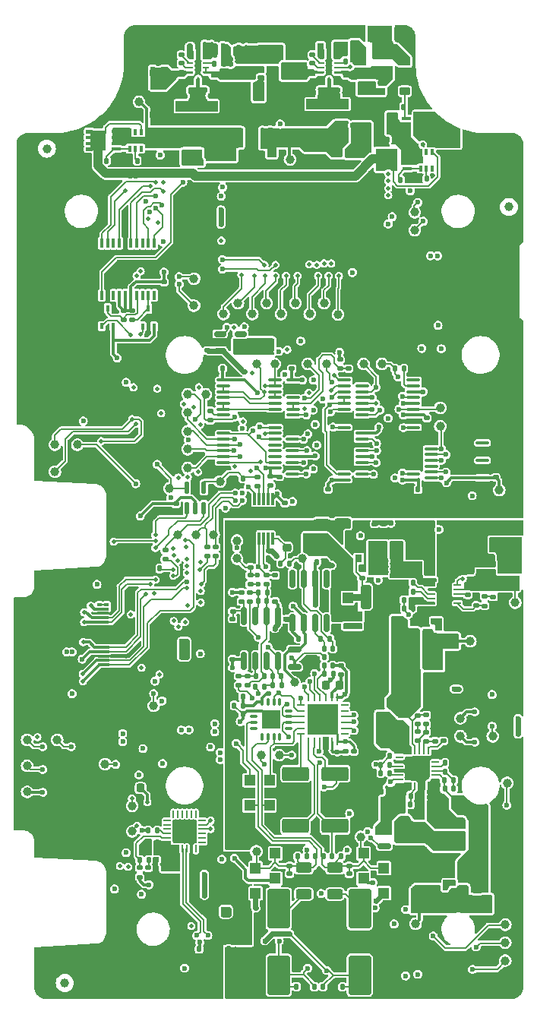
<source format=gbl>
%TF.GenerationSoftware,KiCad,Pcbnew,7.99.0-1.20230926git54171ec.fc37*%
%TF.CreationDate,2023-10-03T22:10:03+01:00*%
%TF.ProjectId,bugg-main-r5,62756767-2d6d-4616-996e-2d72352e6b69,rev?*%
%TF.SameCoordinates,Original*%
%TF.FileFunction,Copper,L6,Bot*%
%TF.FilePolarity,Positive*%
%FSLAX46Y46*%
G04 Gerber Fmt 4.6, Leading zero omitted, Abs format (unit mm)*
G04 Created by KiCad (PCBNEW 7.99.0-1.20230926git54171ec.fc37) date 2023-10-03 22:10:03*
%MOMM*%
%LPD*%
G01*
G04 APERTURE LIST*
G04 Aperture macros list*
%AMRoundRect*
0 Rectangle with rounded corners*
0 $1 Rounding radius*
0 $2 $3 $4 $5 $6 $7 $8 $9 X,Y pos of 4 corners*
0 Add a 4 corners polygon primitive as box body*
4,1,4,$2,$3,$4,$5,$6,$7,$8,$9,$2,$3,0*
0 Add four circle primitives for the rounded corners*
1,1,$1+$1,$2,$3*
1,1,$1+$1,$4,$5*
1,1,$1+$1,$6,$7*
1,1,$1+$1,$8,$9*
0 Add four rect primitives between the rounded corners*
20,1,$1+$1,$2,$3,$4,$5,0*
20,1,$1+$1,$4,$5,$6,$7,0*
20,1,$1+$1,$6,$7,$8,$9,0*
20,1,$1+$1,$8,$9,$2,$3,0*%
%AMFreePoly0*
4,1,21,1.372500,0.787500,0.862500,0.787500,0.862500,0.532500,1.372500,0.532500,1.372500,0.127500,0.862500,0.127500,0.862500,-0.127500,1.372500,-0.127500,1.372500,-0.532500,0.862500,-0.532500,0.862500,-0.787500,1.372500,-0.787500,1.372500,-1.195000,0.612500,-1.195000,0.612500,-1.117500,-0.862500,-1.117500,-0.862500,1.117500,0.612500,1.117500,0.612500,1.195000,1.372500,1.195000,
1.372500,0.787500,1.372500,0.787500,$1*%
G04 Aperture macros list end*
%TA.AperFunction,ComponentPad*%
%ADD10O,1.550000X0.890000*%
%TD*%
%TA.AperFunction,ComponentPad*%
%ADD11O,0.950000X1.250000*%
%TD*%
%TA.AperFunction,SMDPad,CuDef*%
%ADD12RoundRect,0.140000X0.140000X0.170000X-0.140000X0.170000X-0.140000X-0.170000X0.140000X-0.170000X0*%
%TD*%
%TA.AperFunction,SMDPad,CuDef*%
%ADD13R,0.990000X0.405000*%
%TD*%
%TA.AperFunction,SMDPad,CuDef*%
%ADD14FreePoly0,0.000000*%
%TD*%
%TA.AperFunction,SMDPad,CuDef*%
%ADD15RoundRect,0.140000X-0.140000X-0.170000X0.140000X-0.170000X0.140000X0.170000X-0.140000X0.170000X0*%
%TD*%
%TA.AperFunction,SMDPad,CuDef*%
%ADD16RoundRect,0.200000X0.200000X0.275000X-0.200000X0.275000X-0.200000X-0.275000X0.200000X-0.275000X0*%
%TD*%
%TA.AperFunction,SMDPad,CuDef*%
%ADD17RoundRect,0.250000X-0.325000X-0.650000X0.325000X-0.650000X0.325000X0.650000X-0.325000X0.650000X0*%
%TD*%
%TA.AperFunction,SMDPad,CuDef*%
%ADD18RoundRect,0.150000X-0.587500X-0.150000X0.587500X-0.150000X0.587500X0.150000X-0.587500X0.150000X0*%
%TD*%
%TA.AperFunction,SMDPad,CuDef*%
%ADD19C,1.000000*%
%TD*%
%TA.AperFunction,SMDPad,CuDef*%
%ADD20FreePoly0,180.000000*%
%TD*%
%TA.AperFunction,SMDPad,CuDef*%
%ADD21R,0.980000X3.400000*%
%TD*%
%TA.AperFunction,SMDPad,CuDef*%
%ADD22RoundRect,0.140000X-0.170000X0.140000X-0.170000X-0.140000X0.170000X-0.140000X0.170000X0.140000X0*%
%TD*%
%TA.AperFunction,SMDPad,CuDef*%
%ADD23RoundRect,0.050000X-0.287500X-0.075000X0.287500X-0.075000X0.287500X0.075000X-0.287500X0.075000X0*%
%TD*%
%TA.AperFunction,SMDPad,CuDef*%
%ADD24RoundRect,0.050000X-0.075000X0.287500X-0.075000X-0.287500X0.075000X-0.287500X0.075000X0.287500X0*%
%TD*%
%TA.AperFunction,SMDPad,CuDef*%
%ADD25RoundRect,0.050000X-0.275000X-0.075000X0.275000X-0.075000X0.275000X0.075000X-0.275000X0.075000X0*%
%TD*%
%TA.AperFunction,SMDPad,CuDef*%
%ADD26RoundRect,0.050050X0.124950X0.274950X-0.124950X0.274950X-0.124950X-0.274950X0.124950X-0.274950X0*%
%TD*%
%TA.AperFunction,SMDPad,CuDef*%
%ADD27RoundRect,0.049950X-0.175050X-0.675050X0.175050X-0.675050X0.175050X0.675050X-0.175050X0.675050X0*%
%TD*%
%TA.AperFunction,SMDPad,CuDef*%
%ADD28R,1.200000X1.200000*%
%TD*%
%TA.AperFunction,SMDPad,CuDef*%
%ADD29R,3.800000X2.000000*%
%TD*%
%TA.AperFunction,SMDPad,CuDef*%
%ADD30RoundRect,0.135000X0.135000X0.185000X-0.135000X0.185000X-0.135000X-0.185000X0.135000X-0.185000X0*%
%TD*%
%TA.AperFunction,SMDPad,CuDef*%
%ADD31RoundRect,0.225000X0.375000X-0.225000X0.375000X0.225000X-0.375000X0.225000X-0.375000X-0.225000X0*%
%TD*%
%TA.AperFunction,SMDPad,CuDef*%
%ADD32RoundRect,0.140000X0.170000X-0.140000X0.170000X0.140000X-0.170000X0.140000X-0.170000X-0.140000X0*%
%TD*%
%TA.AperFunction,SMDPad,CuDef*%
%ADD33RoundRect,0.135000X0.185000X-0.135000X0.185000X0.135000X-0.185000X0.135000X-0.185000X-0.135000X0*%
%TD*%
%TA.AperFunction,SMDPad,CuDef*%
%ADD34RoundRect,0.135000X-0.185000X0.135000X-0.185000X-0.135000X0.185000X-0.135000X0.185000X0.135000X0*%
%TD*%
%TA.AperFunction,SMDPad,CuDef*%
%ADD35RoundRect,0.250000X0.650000X-0.325000X0.650000X0.325000X-0.650000X0.325000X-0.650000X-0.325000X0*%
%TD*%
%TA.AperFunction,SMDPad,CuDef*%
%ADD36RoundRect,0.100000X-0.637500X-0.100000X0.637500X-0.100000X0.637500X0.100000X-0.637500X0.100000X0*%
%TD*%
%TA.AperFunction,SMDPad,CuDef*%
%ADD37RoundRect,0.250000X0.325000X0.650000X-0.325000X0.650000X-0.325000X-0.650000X0.325000X-0.650000X0*%
%TD*%
%TA.AperFunction,SMDPad,CuDef*%
%ADD38R,0.550000X0.300000*%
%TD*%
%TA.AperFunction,SMDPad,CuDef*%
%ADD39R,0.550000X0.400000*%
%TD*%
%TA.AperFunction,SMDPad,CuDef*%
%ADD40RoundRect,0.218750X0.218750X0.256250X-0.218750X0.256250X-0.218750X-0.256250X0.218750X-0.256250X0*%
%TD*%
%TA.AperFunction,SMDPad,CuDef*%
%ADD41RoundRect,0.135000X-0.135000X-0.185000X0.135000X-0.185000X0.135000X0.185000X-0.135000X0.185000X0*%
%TD*%
%TA.AperFunction,SMDPad,CuDef*%
%ADD42RoundRect,0.100000X0.637500X0.100000X-0.637500X0.100000X-0.637500X-0.100000X0.637500X-0.100000X0*%
%TD*%
%TA.AperFunction,SMDPad,CuDef*%
%ADD43R,0.450000X0.700000*%
%TD*%
%TA.AperFunction,SMDPad,CuDef*%
%ADD44RoundRect,0.250000X1.250000X0.550000X-1.250000X0.550000X-1.250000X-0.550000X1.250000X-0.550000X0*%
%TD*%
%TA.AperFunction,SMDPad,CuDef*%
%ADD45RoundRect,0.250000X0.625000X-0.312500X0.625000X0.312500X-0.625000X0.312500X-0.625000X-0.312500X0*%
%TD*%
%TA.AperFunction,SMDPad,CuDef*%
%ADD46RoundRect,0.250000X1.000000X-1.950000X1.000000X1.950000X-1.000000X1.950000X-1.000000X-1.950000X0*%
%TD*%
%TA.AperFunction,SMDPad,CuDef*%
%ADD47RoundRect,0.250000X0.450000X-0.262500X0.450000X0.262500X-0.450000X0.262500X-0.450000X-0.262500X0*%
%TD*%
%TA.AperFunction,SMDPad,CuDef*%
%ADD48RoundRect,0.150000X0.150000X-0.825000X0.150000X0.825000X-0.150000X0.825000X-0.150000X-0.825000X0*%
%TD*%
%TA.AperFunction,SMDPad,CuDef*%
%ADD49RoundRect,0.250000X-0.650000X0.325000X-0.650000X-0.325000X0.650000X-0.325000X0.650000X0.325000X0*%
%TD*%
%TA.AperFunction,SMDPad,CuDef*%
%ADD50RoundRect,0.250000X-0.325000X-1.100000X0.325000X-1.100000X0.325000X1.100000X-0.325000X1.100000X0*%
%TD*%
%TA.AperFunction,SMDPad,CuDef*%
%ADD51RoundRect,0.250000X0.550000X-1.250000X0.550000X1.250000X-0.550000X1.250000X-0.550000X-1.250000X0*%
%TD*%
%TA.AperFunction,SMDPad,CuDef*%
%ADD52RoundRect,0.062500X-0.362500X-0.062500X0.362500X-0.062500X0.362500X0.062500X-0.362500X0.062500X0*%
%TD*%
%TA.AperFunction,SMDPad,CuDef*%
%ADD53RoundRect,0.062500X-0.062500X-0.362500X0.062500X-0.362500X0.062500X0.362500X-0.062500X0.362500X0*%
%TD*%
%TA.AperFunction,ComponentPad*%
%ADD54C,0.500000*%
%TD*%
%TA.AperFunction,SMDPad,CuDef*%
%ADD55R,3.400000X3.400000*%
%TD*%
%TA.AperFunction,SMDPad,CuDef*%
%ADD56RoundRect,0.225000X0.250000X-0.225000X0.250000X0.225000X-0.250000X0.225000X-0.250000X-0.225000X0*%
%TD*%
%TA.AperFunction,SMDPad,CuDef*%
%ADD57RoundRect,0.062500X0.062500X-0.325000X0.062500X0.325000X-0.062500X0.325000X-0.062500X-0.325000X0*%
%TD*%
%TA.AperFunction,SMDPad,CuDef*%
%ADD58RoundRect,0.062500X0.325000X-0.062500X0.325000X0.062500X-0.325000X0.062500X-0.325000X-0.062500X0*%
%TD*%
%TA.AperFunction,SMDPad,CuDef*%
%ADD59R,2.450000X2.450000*%
%TD*%
%TA.AperFunction,SMDPad,CuDef*%
%ADD60RoundRect,0.062500X0.062500X-0.350000X0.062500X0.350000X-0.062500X0.350000X-0.062500X-0.350000X0*%
%TD*%
%TA.AperFunction,SMDPad,CuDef*%
%ADD61RoundRect,0.062500X0.350000X-0.062500X0.350000X0.062500X-0.350000X0.062500X-0.350000X-0.062500X0*%
%TD*%
%TA.AperFunction,SMDPad,CuDef*%
%ADD62R,2.600000X2.600000*%
%TD*%
%TA.AperFunction,SMDPad,CuDef*%
%ADD63RoundRect,0.225000X-0.250000X0.225000X-0.250000X-0.225000X0.250000X-0.225000X0.250000X0.225000X0*%
%TD*%
%TA.AperFunction,SMDPad,CuDef*%
%ADD64R,0.980000X3.700000*%
%TD*%
%TA.AperFunction,SMDPad,CuDef*%
%ADD65RoundRect,0.200000X-0.200000X-0.275000X0.200000X-0.275000X0.200000X0.275000X-0.200000X0.275000X0*%
%TD*%
%TA.AperFunction,SMDPad,CuDef*%
%ADD66RoundRect,0.250000X-0.850000X0.375000X-0.850000X-0.375000X0.850000X-0.375000X0.850000X0.375000X0*%
%TD*%
%TA.AperFunction,SMDPad,CuDef*%
%ADD67RoundRect,0.250000X0.262500X0.450000X-0.262500X0.450000X-0.262500X-0.450000X0.262500X-0.450000X0*%
%TD*%
%TA.AperFunction,SMDPad,CuDef*%
%ADD68RoundRect,0.075000X0.350000X0.075000X-0.350000X0.075000X-0.350000X-0.075000X0.350000X-0.075000X0*%
%TD*%
%TA.AperFunction,SMDPad,CuDef*%
%ADD69RoundRect,0.075000X0.075000X0.350000X-0.075000X0.350000X-0.075000X-0.350000X0.075000X-0.350000X0*%
%TD*%
%TA.AperFunction,ComponentPad*%
%ADD70C,0.600000*%
%TD*%
%TA.AperFunction,SMDPad,CuDef*%
%ADD71R,2.100000X2.100000*%
%TD*%
%TA.AperFunction,SMDPad,CuDef*%
%ADD72RoundRect,0.225000X-0.375000X0.225000X-0.375000X-0.225000X0.375000X-0.225000X0.375000X0.225000X0*%
%TD*%
%TA.AperFunction,SMDPad,CuDef*%
%ADD73RoundRect,0.125000X-0.125000X0.587500X-0.125000X-0.587500X0.125000X-0.587500X0.125000X0.587500X0*%
%TD*%
%TA.AperFunction,SMDPad,CuDef*%
%ADD74R,0.400000X1.000000*%
%TD*%
%TA.AperFunction,SMDPad,CuDef*%
%ADD75R,4.700000X1.180000*%
%TD*%
%TA.AperFunction,SMDPad,CuDef*%
%ADD76R,3.400000X0.980000*%
%TD*%
%TA.AperFunction,SMDPad,CuDef*%
%ADD77R,0.300000X1.400000*%
%TD*%
%TA.AperFunction,SMDPad,CuDef*%
%ADD78R,0.800000X0.900000*%
%TD*%
%TA.AperFunction,SMDPad,CuDef*%
%ADD79R,0.400000X0.650000*%
%TD*%
%TA.AperFunction,SMDPad,CuDef*%
%ADD80RoundRect,0.062500X0.362500X0.062500X-0.362500X0.062500X-0.362500X-0.062500X0.362500X-0.062500X0*%
%TD*%
%TA.AperFunction,SMDPad,CuDef*%
%ADD81R,1.650000X2.380000*%
%TD*%
%TA.AperFunction,SMDPad,CuDef*%
%ADD82RoundRect,0.225000X0.225000X0.250000X-0.225000X0.250000X-0.225000X-0.250000X0.225000X-0.250000X0*%
%TD*%
%TA.AperFunction,SMDPad,CuDef*%
%ADD83RoundRect,0.150000X-0.512500X-0.150000X0.512500X-0.150000X0.512500X0.150000X-0.512500X0.150000X0*%
%TD*%
%TA.AperFunction,SMDPad,CuDef*%
%ADD84RoundRect,0.218750X0.256250X-0.218750X0.256250X0.218750X-0.256250X0.218750X-0.256250X-0.218750X0*%
%TD*%
%TA.AperFunction,SMDPad,CuDef*%
%ADD85RoundRect,0.218750X-0.218750X-0.256250X0.218750X-0.256250X0.218750X0.256250X-0.218750X0.256250X0*%
%TD*%
%TA.AperFunction,ViaPad*%
%ADD86C,0.600000*%
%TD*%
%TA.AperFunction,ViaPad*%
%ADD87C,0.500000*%
%TD*%
%TA.AperFunction,Conductor*%
%ADD88C,0.300000*%
%TD*%
%TA.AperFunction,Conductor*%
%ADD89C,0.600000*%
%TD*%
%TA.AperFunction,Conductor*%
%ADD90C,0.150000*%
%TD*%
%TA.AperFunction,Conductor*%
%ADD91C,0.200000*%
%TD*%
%TA.AperFunction,Conductor*%
%ADD92C,0.180000*%
%TD*%
%TA.AperFunction,Conductor*%
%ADD93C,1.000000*%
%TD*%
%TA.AperFunction,Conductor*%
%ADD94C,0.250000*%
%TD*%
%TA.AperFunction,Conductor*%
%ADD95C,0.800000*%
%TD*%
G04 APERTURE END LIST*
D10*
%TO.P,J15,6,Shield*%
%TO.N,GND*%
X25900000Y28700000D03*
D11*
X23200000Y29700000D03*
X23200000Y34700000D03*
D10*
X25900000Y35700000D03*
%TD*%
D12*
%TO.P,C115,1*%
%TO.N,/Power and input connector/48V_O*%
X4155000Y3825000D03*
%TO.P,C115,2*%
%TO.N,GNDA*%
X3195000Y3825000D03*
%TD*%
D13*
%TO.P,Q3,1,S*%
%TO.N,/Power and input connector/Vin*%
X15215000Y48410000D03*
%TO.P,Q3,2,S*%
X15215000Y49070000D03*
%TO.P,Q3,3,S*%
X15215000Y49730000D03*
%TO.P,Q3,4,G*%
%TO.N,Net-(D5-A)*%
X15215000Y50390000D03*
D14*
%TO.P,Q3,5,D*%
%TO.N,IN_VIN*%
X17207500Y49400000D03*
%TD*%
D15*
%TO.P,C101,1*%
%TO.N,+5V*%
X6070000Y-9675000D03*
%TO.P,C101,2*%
%TO.N,GNDA*%
X7030000Y-9675000D03*
%TD*%
%TO.P,C46,1*%
%TO.N,/MIC_IN_N*%
X2970000Y-46400000D03*
%TO.P,C46,2*%
%TO.N,GNDA*%
X3930000Y-46400000D03*
%TD*%
D16*
%TO.P,R109,1*%
%TO.N,+3V7*%
X8885000Y46580000D03*
%TO.P,R109,2*%
%TO.N,/Power and input connector/3V7_O*%
X7235000Y46580000D03*
%TD*%
D17*
%TO.P,C91,1*%
%TO.N,GNDA*%
X11584762Y-10835714D03*
%TO.P,C91,2*%
%TO.N,/Power and input connector/VNEG*%
X14534762Y-10835714D03*
%TD*%
D18*
%TO.P,U31,1,IN*%
%TO.N,+5V*%
X2762500Y-10750000D03*
%TO.P,U31,2,OUT*%
%TO.N,+5VA*%
X2762500Y-8850000D03*
%TO.P,U31,3,GND*%
%TO.N,GNDA*%
X4637500Y-9800000D03*
%TD*%
D19*
%TO.P,T10,1,1*%
%TO.N,Net-(U7-SYS_CLK)*%
X16150000Y37900000D03*
%TD*%
D13*
%TO.P,Q1,1,S*%
%TO.N,/Power and input connector/5V_O*%
X-17150000Y48910000D03*
%TO.P,Q1,2,S*%
X-17150000Y48250000D03*
%TO.P,Q1,3,S*%
X-17150000Y47590000D03*
%TO.P,Q1,4,G*%
%TO.N,Net-(Q1-G)*%
X-17150000Y46930000D03*
D20*
%TO.P,Q1,5,D*%
%TO.N,VBUS*%
X-19142500Y47920000D03*
%TD*%
D21*
%TO.P,L4,1,1*%
%TO.N,GNDA*%
X10354286Y-17484762D03*
%TO.P,L4,2,2*%
%TO.N,/Power and input connector/OUTN*%
X12724286Y-17484762D03*
%TD*%
D18*
%TO.P,Q10,1,G*%
%TO.N,/Power and input connector/BSW*%
X12777500Y-30775000D03*
%TO.P,Q10,2,S*%
%TO.N,+5V*%
X12777500Y-28875000D03*
%TO.P,Q10,3,D*%
%TO.N,/Power and input connector/+5V_SW*%
X14652500Y-29825000D03*
%TD*%
D22*
%TO.P,C120,1*%
%TO.N,GND*%
X-6925000Y25455000D03*
%TO.P,C120,2*%
%TO.N,+3V3*%
X-6925000Y24495000D03*
%TD*%
D23*
%TO.P,U5,1,PGND*%
%TO.N,GND*%
X-8862500Y54850000D03*
D24*
X-8650000Y54637500D03*
D25*
%TO.P,U5,2,VIN*%
%TO.N,/Power and input connector/VIN_DCDC_5*%
X-8875000Y55500000D03*
%TO.P,U5,3,SW_BT*%
%TO.N,Net-(U5-SW_BT)*%
X-8875000Y56000000D03*
%TO.P,U5,4,BOOT*%
%TO.N,Net-(U5-BOOT)*%
X-8875000Y56500000D03*
D23*
%TO.P,U5,5,VCC*%
%TO.N,Net-(U5-VCC)*%
X-8862500Y57150000D03*
D24*
X-8650000Y57362500D03*
D26*
%TO.P,U5,6,AGND*%
%TO.N,GND*%
X-8000000Y57375000D03*
D24*
%TO.P,U5,7,FB*%
%TO.N,Net-(U5-FB)*%
X-7350000Y57362500D03*
D23*
X-7137500Y57150000D03*
D25*
%TO.P,U5,8,PG*%
%TO.N,Net-(U5-PG)*%
X-7125000Y56500000D03*
%TO.P,U5,9,EN*%
%TO.N,/Power and input connector/VIN_DCDC_5*%
X-7125000Y56000000D03*
%TO.P,U5,10,VIN*%
X-7125000Y55500000D03*
D24*
%TO.P,U5,11,PGND*%
%TO.N,GND*%
X-7350000Y54637500D03*
D23*
X-7137500Y54850000D03*
D26*
%TO.P,U5,12,SW*%
%TO.N,/Power and input connector/SW_5V4*%
X-8000000Y54625000D03*
D27*
%TO.P,U5,13,PGND*%
%TO.N,GND*%
X-8000000Y56000000D03*
%TD*%
D28*
%TO.P,D10,1,K*%
%TO.N,/External Microphone Interface/IN_AMP_P*%
X10450000Y-31550000D03*
%TO.P,D10,2,A*%
%TO.N,-15V*%
X10450000Y-34350000D03*
%TD*%
D29*
%TO.P,GC1,1,1*%
%TO.N,GND*%
X-24750000Y17900000D03*
%TD*%
D30*
%TO.P,R7,1*%
%TO.N,Net-(U3-REF)*%
X-14765000Y45650000D03*
%TO.P,R7,2*%
%TO.N,GND*%
X-15785000Y45650000D03*
%TD*%
D31*
%TO.P,D4,1,A1*%
%TO.N,GND*%
X20100000Y44500000D03*
%TO.P,D4,2,A2*%
%TO.N,IN_VIN*%
X20100000Y47800000D03*
%TD*%
D30*
%TO.P,R8,1*%
%TO.N,Net-(U4-REF)*%
X17472500Y43627500D03*
%TO.P,R8,2*%
%TO.N,GND*%
X16452500Y43627500D03*
%TD*%
D19*
%TO.P,T29,1,1*%
%TO.N,/External Microphone Interface/Q2*%
X-9150000Y15500000D03*
%TD*%
%TO.P,T17,1,1*%
%TO.N,GND*%
X-16575000Y52200000D03*
%TD*%
%TO.P,T15,1,1*%
%TO.N,/SCL*%
X-23950000Y11000000D03*
%TD*%
D32*
%TO.P,C126,1*%
%TO.N,GNDA*%
X24350000Y5270000D03*
%TO.P,C126,2*%
%TO.N,GND*%
X24350000Y6230000D03*
%TD*%
D19*
%TO.P,T19,1,1*%
%TO.N,/External Microphone Interface/AMP_SCLK*%
X-8250000Y4000000D03*
%TD*%
D12*
%TO.P,C64,1*%
%TO.N,-15V*%
X-3020000Y-16000000D03*
%TO.P,C64,2*%
%TO.N,GNDA*%
X-3980000Y-16000000D03*
%TD*%
D17*
%TO.P,C43,1*%
%TO.N,/Power and input connector/Vin*%
X11525000Y59786400D03*
%TO.P,C43,2*%
%TO.N,GND*%
X14475000Y59786400D03*
%TD*%
D19*
%TO.P,T51,1,1*%
%TO.N,+5VA*%
X2750000Y-12500000D03*
%TD*%
D33*
%TO.P,R57,1*%
%TO.N,Net-(C71-Pad2)*%
X-2220000Y-3460000D03*
%TO.P,R57,2*%
%TO.N,Net-(U25B--)*%
X-2220000Y-2440000D03*
%TD*%
D34*
%TO.P,R59,1*%
%TO.N,Net-(U25A-+)*%
X-2500000Y-11790000D03*
%TO.P,R59,2*%
%TO.N,Net-(C72-Pad2)*%
X-2500000Y-12810000D03*
%TD*%
D15*
%TO.P,C87,1*%
%TO.N,/Power and input connector/VIN_F*%
X15670000Y-26125000D03*
%TO.P,C87,2*%
%TO.N,GNDA*%
X16630000Y-26125000D03*
%TD*%
%TO.P,C139,1*%
%TO.N,GNDA*%
X12420238Y-14749286D03*
%TO.P,C139,2*%
%TO.N,/Power and input connector/VNEG*%
X13380238Y-14749286D03*
%TD*%
D22*
%TO.P,C42,1*%
%TO.N,/Power and input connector/VIN_DCDC_5*%
X-9875000Y55480000D03*
%TO.P,C42,2*%
%TO.N,GND*%
X-9875000Y54520000D03*
%TD*%
D19*
%TO.P,T57,1,1*%
%TO.N,/Modem/UIM_CLK_R*%
X-27050000Y-18900000D03*
%TD*%
D32*
%TO.P,C54,1*%
%TO.N,GNDA*%
X8850000Y-34780000D03*
%TO.P,C54,2*%
%TO.N,/External Microphone Interface/IN_AMP_P*%
X8850000Y-33820000D03*
%TD*%
D19*
%TO.P,T5,1,1*%
%TO.N,/Power and input connector/48V_O*%
X8350000Y-5000000D03*
%TD*%
D28*
%TO.P,D13,1,K*%
%TO.N,/External Microphone Interface/IN_AMP_P*%
X-50000Y-26200000D03*
%TO.P,D13,2,A*%
%TO.N,Net-(D13-A)*%
X-50000Y-23400000D03*
%TD*%
D33*
%TO.P,R94,1*%
%TO.N,/Power and input connector/FBN*%
X17450000Y-17160000D03*
%TO.P,R94,2*%
%TO.N,/Power and input connector/VNEG*%
X17450000Y-16140000D03*
%TD*%
D35*
%TO.P,C13,1*%
%TO.N,/Power and input connector/5V_O*%
X-3925000Y47875000D03*
%TO.P,C13,2*%
%TO.N,GND*%
X-3925000Y50825000D03*
%TD*%
D19*
%TO.P,T38,1,1*%
%TO.N,/FSYNC*%
X-1450000Y23000000D03*
%TD*%
D36*
%TO.P,U19,1,~{R}*%
%TO.N,Net-(U19A-~{R})*%
X10287500Y17300000D03*
%TO.P,U19,2,D*%
%TO.N,+3.3VADC*%
X10287500Y17950000D03*
%TO.P,U19,3,C*%
%TO.N,/FSYNC*%
X10287500Y18600000D03*
%TO.P,U19,4,~{S}*%
%TO.N,+3.3VADC*%
X10287500Y19250000D03*
%TO.P,U19,5,Q*%
%TO.N,/External Microphone Interface/RST*%
X10287500Y19900000D03*
%TO.P,U19,6,~{Q}*%
%TO.N,unconnected-(U19A-~{Q}-Pad6)*%
X10287500Y20550000D03*
%TO.P,U19,7,GND*%
%TO.N,GND*%
X10287500Y21200000D03*
%TO.P,U19,8,~{Q}*%
%TO.N,unconnected-(U19B-~{Q}-Pad8)*%
X16012500Y21200000D03*
%TO.P,U19,9,Q*%
%TO.N,Net-(U19B-Q)*%
X16012500Y20550000D03*
%TO.P,U19,10,~{S}*%
%TO.N,+3.3VADC*%
X16012500Y19900000D03*
%TO.P,U19,11,C*%
%TO.N,/External Microphone Interface/Qeq2*%
X16012500Y19250000D03*
%TO.P,U19,12,D*%
%TO.N,+3.3VADC*%
X16012500Y18600000D03*
%TO.P,U19,13,~{R}*%
%TO.N,/External Microphone Interface/!Qeq10*%
X16012500Y17950000D03*
%TO.P,U19,14,VCC*%
%TO.N,+3.3VADC*%
X16012500Y17300000D03*
%TD*%
D22*
%TO.P,C69,1*%
%TO.N,GNDA*%
X600000Y-2495000D03*
%TO.P,C69,2*%
%TO.N,+15V*%
X600000Y-3455000D03*
%TD*%
D19*
%TO.P,T18,1,1*%
%TO.N,/External Microphone Interface/AMP_MOSI*%
X-6250000Y4000000D03*
%TD*%
D15*
%TO.P,C72,1*%
%TO.N,Net-(U25A-+)*%
X-1580000Y-11800000D03*
%TO.P,C72,2*%
%TO.N,Net-(C72-Pad2)*%
X-620000Y-11800000D03*
%TD*%
D37*
%TO.P,C127,1*%
%TO.N,GNDA*%
X-4325000Y-43900000D03*
%TO.P,C127,2*%
%TO.N,GND*%
X-7275000Y-43900000D03*
%TD*%
D32*
%TO.P,C94,1*%
%TO.N,Net-(C94-Pad1)*%
X16500000Y-17155000D03*
%TO.P,C94,2*%
%TO.N,/Power and input connector/VNEG*%
X16500000Y-16195000D03*
%TD*%
D38*
%TO.P,U11,1,IO1*%
%TO.N,/SD_DAT0*%
X-18985000Y-5800000D03*
%TO.P,U11,2,IO2*%
%TO.N,/SD_DAT1*%
X-18985000Y-5300000D03*
D39*
%TO.P,U11,3,G*%
%TO.N,GND*%
X-18985000Y-4800000D03*
D38*
%TO.P,U11,4,IO3*%
%TO.N,/SD_nDET*%
X-18985000Y-4300000D03*
%TO.P,U11,5,IO4*%
%TO.N,unconnected-(U11-IO4-Pad5)*%
X-18985000Y-3800000D03*
%TO.P,U11,6*%
X-18215000Y-3800000D03*
%TO.P,U11,7*%
%TO.N,/SD_nDET*%
X-18215000Y-4300000D03*
D39*
%TO.P,U11,8*%
%TO.N,GND*%
X-18215000Y-4800000D03*
D38*
%TO.P,U11,9*%
%TO.N,/SD_DAT1*%
X-18215000Y-5300000D03*
%TO.P,U11,10*%
%TO.N,/SD_DAT0*%
X-18215000Y-5800000D03*
%TD*%
D19*
%TO.P,FID6,*%
%TO.N,*%
X-24850000Y47000000D03*
%TD*%
D40*
%TO.P,FB7,1*%
%TO.N,Net-(U18B-VDD)*%
X7787500Y-12775000D03*
%TO.P,FB7,2*%
%TO.N,+3.3VADC*%
X6212500Y-12775000D03*
%TD*%
D41*
%TO.P,R26,1*%
%TO.N,Net-(U12-VBUS)*%
X-14510000Y-32275000D03*
%TO.P,R26,2*%
%TO.N,Net-(R26-Pad2)*%
X-13490000Y-32275000D03*
%TD*%
%TO.P,R91,1*%
%TO.N,/Power and input connector/VPOS*%
X19479286Y-23384762D03*
%TO.P,R91,2*%
%TO.N,/Power and input connector/FBP*%
X20499286Y-23384762D03*
%TD*%
D34*
%TO.P,R52,1*%
%TO.N,GNDA*%
X2200000Y-31940000D03*
%TO.P,R52,2*%
%TO.N,/External Microphone Interface/IN_AMP_N*%
X2200000Y-32960000D03*
%TD*%
D42*
%TO.P,U20,1*%
%TO.N,/BCLK*%
X8312500Y21200000D03*
%TO.P,U20,2*%
%TO.N,/FSYNC*%
X8312500Y20550000D03*
%TO.P,U20,3*%
%TO.N,Net-(U19A-~{R})*%
X8312500Y19900000D03*
%TO.P,U20,4*%
%TO.N,/External Microphone Interface/!Qeq2*%
X8312500Y19250000D03*
%TO.P,U20,5*%
X8312500Y18600000D03*
%TO.P,U20,6*%
%TO.N,/External Microphone Interface/Qeq2*%
X8312500Y17950000D03*
%TO.P,U20,7,GND*%
%TO.N,GND*%
X8312500Y17300000D03*
%TO.P,U20,8*%
%TO.N,/External Microphone Interface/AMP_RST*%
X2587500Y17300000D03*
%TO.P,U20,9*%
%TO.N,Net-(C81-Pad2)*%
X2587500Y17950000D03*
%TO.P,U20,10*%
X2587500Y18600000D03*
%TO.P,U20,11*%
%TO.N,unconnected-(U20-Pad11)*%
X2587500Y19250000D03*
%TO.P,U20,12*%
%TO.N,GND*%
X2587500Y19900000D03*
%TO.P,U20,13*%
X2587500Y20550000D03*
%TO.P,U20,14,VCC*%
%TO.N,+3.3VADC*%
X2587500Y21200000D03*
%TD*%
D22*
%TO.P,C76,1*%
%TO.N,Net-(U27-IN-)*%
X600000Y-570000D03*
%TO.P,C76,2*%
%TO.N,GNDA*%
X600000Y-1530000D03*
%TD*%
D17*
%TO.P,C90,1*%
%TO.N,GNDA*%
X11584762Y-13135714D03*
%TO.P,C90,2*%
%TO.N,/Power and input connector/VNEG*%
X14534762Y-13135714D03*
%TD*%
D43*
%TO.P,Q28,1,G*%
%TO.N,+3V3*%
X-17425000Y27200000D03*
%TO.P,Q28,2,S*%
%TO.N,/SDA*%
X-18725000Y27200000D03*
%TO.P,Q28,3,D*%
%TO.N,/LED driver\u002C LED board connections/SDA_5V*%
X-18075000Y29200000D03*
%TD*%
D29*
%TO.P,GC2,1,1*%
%TO.N,GND*%
X-24700000Y23400000D03*
%TD*%
D28*
%TO.P,D17,1,K*%
%TO.N,/Power and input connector/OUTN*%
X14914286Y-18609762D03*
%TO.P,D17,2,A*%
%TO.N,/Power and input connector/VNEG*%
X14914286Y-15809762D03*
%TD*%
D44*
%TO.P,C59,1*%
%TO.N,Net-(U18A-SOUT1)*%
X7275000Y-28500000D03*
%TO.P,C59,2*%
%TO.N,Net-(U18A-SCAP1)*%
X2875000Y-28500000D03*
%TD*%
D45*
%TO.P,R48,1*%
%TO.N,Net-(C50-Pad2)*%
X3800000Y-36087500D03*
%TO.P,R48,2*%
%TO.N,/External Microphone Interface/IN_AMP_N*%
X3800000Y-33162500D03*
%TD*%
D19*
%TO.P,T48,1,1*%
%TO.N,/External Microphone Interface/!Qeq2*%
X4250000Y23000000D03*
%TD*%
D34*
%TO.P,R113,1*%
%TO.N,+5V*%
X-15340000Y28975000D03*
%TO.P,R113,2*%
%TO.N,/LED driver\u002C LED board connections/SCL_5V*%
X-15340000Y27955000D03*
%TD*%
%TO.P,R35,1*%
%TO.N,/Power and input connector/VIN_DCDC_5*%
X-1000000Y55910000D03*
%TO.P,R35,2*%
%TO.N,Net-(C44-Pad1)*%
X-1000000Y54890000D03*
%TD*%
D32*
%TO.P,C60,1*%
%TO.N,GND*%
X1050000Y9470000D03*
%TO.P,C60,2*%
%TO.N,+3.3VADC*%
X1050000Y10430000D03*
%TD*%
D46*
%TO.P,C49,1*%
%TO.N,/MIC_IN_P*%
X10025000Y-45125000D03*
%TO.P,C49,2*%
%TO.N,Net-(C49-Pad2)*%
X10025000Y-37725000D03*
%TD*%
D19*
%TO.P,FID5,*%
%TO.N,*%
X26650000Y40500000D03*
%TD*%
D15*
%TO.P,C56,1*%
%TO.N,/External Microphone Interface/IN_AMP_N*%
X5020000Y-31875000D03*
%TO.P,C56,2*%
%TO.N,/External Microphone Interface/IN_AMP_P*%
X5980000Y-31875000D03*
%TD*%
D33*
%TO.P,R103,1*%
%TO.N,/Power and input connector/-15V_L*%
X18805000Y-7380000D03*
%TO.P,R103,2*%
%TO.N,-15V*%
X18805000Y-6360000D03*
%TD*%
D19*
%TO.P,T34,1,1*%
%TO.N,/External Microphone Interface/CNV*%
X12500000Y23000000D03*
%TD*%
D42*
%TO.P,U22,1*%
%TO.N,/BCLK*%
X562500Y21200000D03*
%TO.P,U22,2*%
X562500Y20550000D03*
%TO.P,U22,3*%
%TO.N,Net-(U22-Pad3)*%
X562500Y19900000D03*
%TO.P,U22,4*%
X562500Y19250000D03*
%TO.P,U22,5*%
%TO.N,Net-(U22-Pad11)*%
X562500Y18600000D03*
%TO.P,U22,6*%
%TO.N,Net-(U22-Pad10)*%
X562500Y17950000D03*
%TO.P,U22,7,GND*%
%TO.N,GND*%
X562500Y17300000D03*
%TO.P,U22,8*%
%TO.N,Net-(R70-Pad1)*%
X-5162500Y17300000D03*
%TO.P,U22,9*%
%TO.N,Net-(U22-Pad10)*%
X-5162500Y17950000D03*
%TO.P,U22,10*%
X-5162500Y18600000D03*
%TO.P,U22,11*%
%TO.N,Net-(U22-Pad11)*%
X-5162500Y19250000D03*
%TO.P,U22,12*%
%TO.N,/FSYNC*%
X-5162500Y19900000D03*
%TO.P,U22,13*%
X-5162500Y20550000D03*
%TO.P,U22,14,VCC*%
%TO.N,+3.3VADC*%
X-5162500Y21200000D03*
%TD*%
D28*
%TO.P,D8,1,K*%
%TO.N,+15V*%
X12700000Y-36000000D03*
%TO.P,D8,2,A*%
%TO.N,/External Microphone Interface/IN_AMP_P*%
X12700000Y-33200000D03*
%TD*%
D35*
%TO.P,C80,1*%
%TO.N,/Power and input connector/48V_O*%
X5800000Y2225000D03*
%TO.P,C80,2*%
%TO.N,GNDA*%
X5800000Y5175000D03*
%TD*%
D19*
%TO.P,T35,1,1*%
%TO.N,/External Microphone Interface/SCK*%
X-7150000Y19600000D03*
%TD*%
D30*
%TO.P,R15,1*%
%TO.N,Net-(U5-FB)*%
X-7065000Y58375000D03*
%TO.P,R15,2*%
%TO.N,GND*%
X-8085000Y58375000D03*
%TD*%
D47*
%TO.P,R112,1*%
%TO.N,/Power and input connector/-15V_L*%
X20290000Y-8062500D03*
%TO.P,R112,2*%
%TO.N,GNDA*%
X20290000Y-6237500D03*
%TD*%
D19*
%TO.P,T37,1,1*%
%TO.N,/BCLK*%
X550000Y23000000D03*
%TD*%
%TO.P,J5,1,1*%
%TO.N,/Modem/J5*%
X1250000Y28575000D03*
%TD*%
%TO.P,T25,1,1*%
%TO.N,Net-(U18A-IN1)*%
X1050000Y-20600000D03*
%TD*%
D32*
%TO.P,C48,1*%
%TO.N,GND*%
X17500000Y16040000D03*
%TO.P,C48,2*%
%TO.N,+3.3VADC*%
X17500000Y17000000D03*
%TD*%
D22*
%TO.P,C25,1*%
%TO.N,GND*%
X25200000Y11330000D03*
%TO.P,C25,2*%
%TO.N,+3.3VADC*%
X25200000Y10370000D03*
%TD*%
D17*
%TO.P,C133,1*%
%TO.N,/Power and input connector/VPOS*%
X23119286Y-28174762D03*
%TO.P,C133,2*%
%TO.N,GNDA*%
X26069286Y-28174762D03*
%TD*%
D15*
%TO.P,C117,1*%
%TO.N,+15V*%
X5220000Y925000D03*
%TO.P,C117,2*%
%TO.N,GNDA*%
X6180000Y925000D03*
%TD*%
D35*
%TO.P,C103,1*%
%TO.N,/Power and input connector/LT_VIN*%
X24200000Y-1675000D03*
%TO.P,C103,2*%
%TO.N,GNDA*%
X24200000Y1275000D03*
%TD*%
D19*
%TO.P,T46,1,1*%
%TO.N,/48V_EN*%
X26250000Y-43500000D03*
%TD*%
D48*
%TO.P,U33,1,NC*%
%TO.N,unconnected-(U33-NC-Pad1)*%
X6355000Y-5875000D03*
%TO.P,U33,2,-*%
%TO.N,Net-(U33--)*%
X5085000Y-5875000D03*
%TO.P,U33,3,+*%
%TO.N,+5VA*%
X3815000Y-5875000D03*
%TO.P,U33,4,V-*%
%TO.N,-15V*%
X2545000Y-5875000D03*
%TO.P,U33,5,NC*%
%TO.N,unconnected-(U33-NC-Pad5)*%
X2545000Y-925000D03*
%TO.P,U33,6*%
%TO.N,/Power and input connector/VREF_O*%
X3815000Y-925000D03*
%TO.P,U33,7,V+*%
%TO.N,+15V*%
X5085000Y-925000D03*
%TO.P,U33,8,NC*%
%TO.N,unconnected-(U33-NC-Pad8)*%
X6355000Y-925000D03*
%TD*%
D33*
%TO.P,R93,1*%
%TO.N,/Power and input connector/TPS_VREF*%
X17450000Y-19035000D03*
%TO.P,R93,2*%
%TO.N,/Power and input connector/FBN*%
X17450000Y-18015000D03*
%TD*%
%TO.P,R101,1*%
%TO.N,/Power and input connector/FBN*%
X16495000Y-19025000D03*
%TO.P,R101,2*%
%TO.N,Net-(C94-Pad1)*%
X16495000Y-18005000D03*
%TD*%
D30*
%TO.P,R16,1*%
%TO.N,/Power and input connector/3V7_O*%
X9460000Y57656400D03*
%TO.P,R16,2*%
%TO.N,Net-(U6-FB)*%
X8440000Y57656400D03*
%TD*%
D15*
%TO.P,C47,1*%
%TO.N,/MIC_IN_N*%
X4970000Y-46400000D03*
%TO.P,C47,2*%
%TO.N,/MIC_IN_P*%
X5930000Y-46400000D03*
%TD*%
D19*
%TO.P,T7,1,1*%
%TO.N,/Power and input connector/LT_VIN*%
X27350000Y-3600000D03*
%TD*%
%TO.P,J8,1,1*%
%TO.N,/Modem/J8*%
X6050000Y29800000D03*
%TD*%
D49*
%TO.P,C45,1*%
%TO.N,Net-(C45-Pad1)*%
X10700000Y53825000D03*
%TO.P,C45,2*%
%TO.N,GND*%
X10700000Y50875000D03*
%TD*%
D33*
%TO.P,R61,1*%
%TO.N,Net-(C71-Pad2)*%
X-2175000Y-1560000D03*
%TO.P,R61,2*%
%TO.N,Net-(U27-IN+)*%
X-2175000Y-540000D03*
%TD*%
D22*
%TO.P,C53,1*%
%TO.N,GND*%
X2450000Y23430000D03*
%TO.P,C53,2*%
%TO.N,+3.3VADC*%
X2450000Y22470000D03*
%TD*%
D37*
%TO.P,C129,1*%
%TO.N,GNDA*%
X-3525000Y-850000D03*
%TO.P,C129,2*%
%TO.N,GND*%
X-6475000Y-850000D03*
%TD*%
D38*
%TO.P,U10,1,IO1*%
%TO.N,/SD_DAT2*%
X-18885000Y-10550000D03*
%TO.P,U10,2,IO2*%
%TO.N,/SD_DAT3*%
X-18885000Y-10050000D03*
D39*
%TO.P,U10,3,G*%
%TO.N,GND*%
X-18885000Y-9550000D03*
D38*
%TO.P,U10,4,IO3*%
%TO.N,/SD_CMD*%
X-18885000Y-9050000D03*
%TO.P,U10,5,IO4*%
%TO.N,/SD_CLK*%
X-18885000Y-8550000D03*
%TO.P,U10,6*%
X-18115000Y-8550000D03*
%TO.P,U10,7*%
%TO.N,/SD_CMD*%
X-18115000Y-9050000D03*
D39*
%TO.P,U10,8*%
%TO.N,GND*%
X-18115000Y-9550000D03*
D38*
%TO.P,U10,9*%
%TO.N,/SD_DAT3*%
X-18115000Y-10050000D03*
%TO.P,U10,10*%
%TO.N,/SD_DAT2*%
X-18115000Y-10550000D03*
%TD*%
D28*
%TO.P,D14,1,K*%
%TO.N,/External Microphone Interface/IN_AMP_N*%
X-2250000Y-26200000D03*
%TO.P,D14,2,A*%
%TO.N,Net-(D14-A)*%
X-2250000Y-23400000D03*
%TD*%
D19*
%TO.P,T6,1,1*%
%TO.N,/Power and input connector/LT_VOUT*%
X15950000Y4600000D03*
%TD*%
D34*
%TO.P,R78,1*%
%TO.N,+5V*%
X14750000Y-26670000D03*
%TO.P,R78,2*%
%TO.N,/Power and input connector/+5V_SW*%
X14750000Y-27690000D03*
%TD*%
D50*
%TO.P,C107,1*%
%TO.N,/Power and input connector/LT_VOUT*%
X17775000Y3900000D03*
%TO.P,C107,2*%
%TO.N,GNDA*%
X20725000Y3900000D03*
%TD*%
D35*
%TO.P,C16,1*%
%TO.N,/Power and input connector/3V7_O*%
X2190000Y47725000D03*
%TO.P,C16,2*%
%TO.N,GND*%
X2190000Y50675000D03*
%TD*%
D19*
%TO.P,T55,1,1*%
%TO.N,/Modem/UIM_DSW*%
X-18350000Y-21600000D03*
%TD*%
D15*
%TO.P,C121,1*%
%TO.N,GNDA*%
X2220000Y-7600000D03*
%TO.P,C121,2*%
%TO.N,-15V*%
X3180000Y-7600000D03*
%TD*%
D12*
%TO.P,C18,1*%
%TO.N,/Power and input connector/3V7_O*%
X130000Y46425000D03*
%TO.P,C18,2*%
%TO.N,GND*%
X-830000Y46425000D03*
%TD*%
D19*
%TO.P,T47,1,1*%
%TO.N,/External Microphone Interface/RST*%
X10450000Y23000000D03*
%TD*%
D33*
%TO.P,R71,1*%
%TO.N,Net-(U27-SDO)*%
X-1400000Y9390000D03*
%TO.P,R71,2*%
%TO.N,/SDOUT_EXT_MIC*%
X-1400000Y10410000D03*
%TD*%
D19*
%TO.P,T28,1,1*%
%TO.N,/External Microphone Interface/Q1*%
X-9150000Y13500000D03*
%TD*%
D33*
%TO.P,R54,1*%
%TO.N,Net-(U18A-IN2)*%
X-3450000Y-12810000D03*
%TO.P,R54,2*%
%TO.N,Net-(U25A-+)*%
X-3450000Y-11790000D03*
%TD*%
D41*
%TO.P,R90,1*%
%TO.N,/Power and input connector/LT_VOUT*%
X14940000Y-3300000D03*
%TO.P,R90,2*%
%TO.N,/Power and input connector/FBX*%
X15960000Y-3300000D03*
%TD*%
D51*
%TO.P,C119,1*%
%TO.N,GNDA*%
X18270000Y-13950000D03*
%TO.P,C119,2*%
%TO.N,/Power and input connector/-15V_L*%
X18270000Y-9550000D03*
%TD*%
D15*
%TO.P,C74,1*%
%TO.N,GND*%
X15570000Y9000000D03*
%TO.P,C74,2*%
%TO.N,+3.3VADC*%
X16530000Y9000000D03*
%TD*%
D52*
%TO.P,U18,1,SCAP2*%
%TO.N,Net-(U18A-SCAP2)*%
X3467462Y-18250000D03*
%TO.P,U18,2,Rg1*%
%TO.N,Net-(D13-A)*%
X3467462Y-17600000D03*
%TO.P,U18,3,IN1*%
%TO.N,Net-(U18A-IN1)*%
X3467462Y-16950000D03*
%TO.P,U18,4,IN2*%
%TO.N,Net-(U18A-IN2)*%
X3467462Y-16300000D03*
%TO.P,U18,5,Rg2*%
%TO.N,Net-(D14-A)*%
X3467462Y-15650000D03*
%TO.P,U18,6,~{RST}*%
%TO.N,/External Microphone Interface/AMP_RST*%
X3467462Y-15000000D03*
D53*
%TO.P,U18,7,~{CS}*%
%TO.N,/External Microphone Interface/AMP_nCS*%
X4292462Y-14175000D03*
%TO.P,U18,8,SCLK*%
%TO.N,/External Microphone Interface/AMP_SCLK*%
X4942462Y-14175000D03*
%TO.P,U18,9,DIN*%
%TO.N,/External Microphone Interface/AMP_MOSI*%
X5592462Y-14175000D03*
%TO.P,U18,10,TRC*%
%TO.N,/External Microphone Interface/TRC*%
X6242462Y-14175000D03*
%TO.P,U18,11,VDD*%
%TO.N,Net-(U18B-VDD)*%
X6892462Y-14175000D03*
%TO.P,U18,12,DGND*%
%TO.N,GND*%
X7542462Y-14175000D03*
D52*
%TO.P,U18,13,DOUT*%
%TO.N,unconnected-(U18B-DOUT-Pad13)*%
X8367462Y-15000000D03*
%TO.P,U18,14,BSY*%
%TO.N,unconnected-(U18B-BSY-Pad14)*%
X8367462Y-15650000D03*
%TO.P,U18,15,GPO0*%
%TO.N,/External Microphone Interface/PIP_EN*%
X8367462Y-16300000D03*
%TO.P,U18,16,GPO1*%
%TO.N,/External Microphone Interface/P3V3_EN*%
X8367462Y-16950000D03*
%TO.P,U18,17,GPO2*%
%TO.N,/48V_EN*%
X8367462Y-17600000D03*
%TO.P,U18,18,GPO3*%
%TO.N,unconnected-(U18B-GPO3-Pad18)*%
X8367462Y-18250000D03*
D53*
%TO.P,U18,19,VEE*%
%TO.N,-15V*%
X7542462Y-19075000D03*
%TO.P,U18,20,VCC*%
%TO.N,+15V*%
X6892462Y-19075000D03*
%TO.P,U18,21,AGND*%
%TO.N,GNDA*%
X6242462Y-19075000D03*
%TO.P,U18,22,SOUT1*%
%TO.N,Net-(U18A-SOUT1)*%
X5592462Y-19075000D03*
%TO.P,U18,23,SOUT2*%
%TO.N,Net-(U18A-SOUT2)*%
X4942462Y-19075000D03*
%TO.P,U18,24,SCAP1*%
%TO.N,Net-(U18A-SCAP1)*%
X4292462Y-19075000D03*
D54*
%TO.P,U18,25,PAD*%
%TO.N,-15V*%
X4467462Y-15175000D03*
X4467462Y-16625000D03*
X4467462Y-18075000D03*
X5917462Y-15175000D03*
X5917462Y-16625000D03*
D55*
X5917462Y-16625000D03*
D54*
X5917462Y-18075000D03*
X7367462Y-15175000D03*
X7367462Y-16625000D03*
X7367462Y-18075000D03*
%TD*%
D15*
%TO.P,C17,1*%
%TO.N,/Power and input connector/5V_O*%
X-4155000Y46575000D03*
%TO.P,C17,2*%
%TO.N,GND*%
X-3195000Y46575000D03*
%TD*%
D23*
%TO.P,U6,1,PGND*%
%TO.N,GND*%
X5737500Y54850000D03*
D24*
X5950000Y54637500D03*
D25*
%TO.P,U6,2,VIN*%
%TO.N,/Power and input connector/VIN_DCDC_3V7*%
X5725000Y55500000D03*
%TO.P,U6,3,SW_BT*%
%TO.N,Net-(U6-SW_BT)*%
X5725000Y56000000D03*
%TO.P,U6,4,BOOT*%
%TO.N,Net-(U6-BOOT)*%
X5725000Y56500000D03*
D23*
%TO.P,U6,5,VCC*%
%TO.N,Net-(U6-VCC)*%
X5737500Y57150000D03*
D24*
X5950000Y57362500D03*
D26*
%TO.P,U6,6,AGND*%
%TO.N,GND*%
X6600000Y57375000D03*
D24*
%TO.P,U6,7,FB*%
%TO.N,Net-(U6-FB)*%
X7250000Y57362500D03*
D23*
X7462500Y57150000D03*
D25*
%TO.P,U6,8,PG*%
%TO.N,Net-(U6-PG)*%
X7475000Y56500000D03*
%TO.P,U6,9,EN*%
%TO.N,/3V7_EN*%
X7475000Y56000000D03*
%TO.P,U6,10,VIN*%
%TO.N,/Power and input connector/VIN_DCDC_3V7*%
X7475000Y55500000D03*
D24*
%TO.P,U6,11,PGND*%
%TO.N,GND*%
X7250000Y54637500D03*
D23*
X7462500Y54850000D03*
D26*
%TO.P,U6,12,SW*%
%TO.N,/Power and input connector/SW_3V7*%
X6600000Y54625000D03*
D27*
%TO.P,U6,13,PGND*%
%TO.N,GND*%
X6600000Y56000000D03*
%TD*%
D41*
%TO.P,R98,1*%
%TO.N,Net-(U33--)*%
X5690000Y-7625000D03*
%TO.P,R98,2*%
%TO.N,/Power and input connector/VREF_O*%
X6710000Y-7625000D03*
%TD*%
D19*
%TO.P,T26,1,1*%
%TO.N,Net-(U18A-IN2)*%
X-950000Y-20600000D03*
%TD*%
D32*
%TO.P,C38,1*%
%TO.N,GND*%
X-11775000Y31195000D03*
%TO.P,C38,2*%
%TO.N,+5V*%
X-11775000Y32155000D03*
%TD*%
D30*
%TO.P,R69,1*%
%TO.N,Net-(U19B-Q)*%
X14960000Y22500000D03*
%TO.P,R69,2*%
%TO.N,/External Microphone Interface/CNV*%
X13940000Y22500000D03*
%TD*%
D49*
%TO.P,C6,1*%
%TO.N,/Power and input connector/VIN_DCDC_5*%
X-12425000Y55425000D03*
%TO.P,C6,2*%
%TO.N,GND*%
X-12425000Y52475000D03*
%TD*%
D56*
%TO.P,C102,1*%
%TO.N,+5V*%
X25550000Y3125000D03*
%TO.P,C102,2*%
%TO.N,GNDA*%
X25550000Y4675000D03*
%TD*%
D43*
%TO.P,Q27,1,G*%
%TO.N,+3V3*%
X-12900000Y27175000D03*
%TO.P,Q27,2,S*%
%TO.N,/SCL*%
X-14200000Y27175000D03*
%TO.P,Q27,3,D*%
%TO.N,/LED driver\u002C LED board connections/SCL_5V*%
X-13550000Y29175000D03*
%TD*%
D30*
%TO.P,R13,1*%
%TO.N,/Power and input connector/3V7_O*%
X9440000Y56701400D03*
%TO.P,R13,2*%
%TO.N,Net-(U6-PG)*%
X8420000Y56701400D03*
%TD*%
D57*
%TO.P,U28,1,INP*%
%TO.N,/Power and input connector/INP*%
X17689286Y-24072262D03*
%TO.P,U28,2,PGND*%
%TO.N,GNDA*%
X17189286Y-24072262D03*
%TO.P,U28,3,PGND*%
X16689286Y-24072262D03*
%TO.P,U28,4,VIN*%
%TO.N,/Power and input connector/VIN_F*%
X16189286Y-24072262D03*
%TO.P,U28,5,INN*%
%TO.N,+5V*%
X15689286Y-24072262D03*
%TO.P,U28,6,INN*%
X15189286Y-24072262D03*
D58*
%TO.P,U28,7,BSW*%
%TO.N,/Power and input connector/BSW*%
X14451786Y-23334762D03*
%TO.P,U28,8,ENP*%
%TO.N,Net-(U28-ENP)*%
X14451786Y-22834762D03*
%TO.P,U28,9,PSP*%
%TO.N,GNDA*%
X14451786Y-22334762D03*
%TO.P,U28,10,ENN*%
%TO.N,Net-(U28-ENN)*%
X14451786Y-21834762D03*
%TO.P,U28,11,PSN*%
%TO.N,GNDA*%
X14451786Y-21334762D03*
%TO.P,U28,12,NC*%
%TO.N,unconnected-(U28-NC-Pad12)*%
X14451786Y-20834762D03*
D57*
%TO.P,U28,13,OUTN*%
%TO.N,/Power and input connector/OUTN*%
X15189286Y-20097262D03*
%TO.P,U28,14,OUTN*%
X15689286Y-20097262D03*
%TO.P,U28,15,VNEG*%
%TO.N,/Power and input connector/VNEG*%
X16189286Y-20097262D03*
%TO.P,U28,16,FBN*%
%TO.N,/Power and input connector/FBN*%
X16689286Y-20097262D03*
%TO.P,U28,17,VREF*%
%TO.N,/Power and input connector/TPS_VREF*%
X17189286Y-20097262D03*
%TO.P,U28,18,CN*%
%TO.N,/Power and input connector/CN*%
X17689286Y-20097262D03*
D58*
%TO.P,U28,19,AGND*%
%TO.N,GNDA*%
X18426786Y-20834762D03*
%TO.P,U28,20,NC*%
%TO.N,unconnected-(U28-NC-Pad20)*%
X18426786Y-21334762D03*
%TO.P,U28,21,CP*%
%TO.N,/Power and input connector/CP*%
X18426786Y-21834762D03*
%TO.P,U28,22,FBP*%
%TO.N,/Power and input connector/FBP*%
X18426786Y-22334762D03*
%TO.P,U28,23,VPOS*%
%TO.N,/Power and input connector/VPOS*%
X18426786Y-22834762D03*
%TO.P,U28,24,INP*%
%TO.N,/Power and input connector/INP*%
X18426786Y-23334762D03*
D54*
%TO.P,U28,25,EP*%
%TO.N,GNDA*%
X15464286Y-23059762D03*
X16439286Y-23059762D03*
X17414286Y-23059762D03*
X15464286Y-22084762D03*
X16439286Y-22084762D03*
D59*
X16439286Y-22084762D03*
D54*
X17414286Y-22084762D03*
X15464286Y-21109762D03*
X16439286Y-21109762D03*
X17414286Y-21109762D03*
%TD*%
D22*
%TO.P,C55,1*%
%TO.N,/External Microphone Interface/IN_AMP_N*%
X2200000Y-33820000D03*
%TO.P,C55,2*%
%TO.N,GNDA*%
X2200000Y-34780000D03*
%TD*%
D60*
%TO.P,U12,1,~{RI}/CLK*%
%TO.N,unconnected-(U12-~{RI}{slash}CLK-Pad1)*%
X-8250000Y-31037500D03*
%TO.P,U12,2,GND*%
%TO.N,GND*%
X-8750000Y-31037500D03*
%TO.P,U12,3,D+*%
%TO.N,/USB_UART_DP*%
X-9250000Y-31037500D03*
%TO.P,U12,4,D-*%
%TO.N,/USB_UART_DN*%
X-9750000Y-31037500D03*
%TO.P,U12,5,VIO*%
%TO.N,+3V3*%
X-10250000Y-31037500D03*
%TO.P,U12,6,VDD*%
X-10750000Y-31037500D03*
D61*
%TO.P,U12,7,VREGIN*%
X-11437500Y-30350000D03*
%TO.P,U12,8,VBUS*%
%TO.N,Net-(U12-VBUS)*%
X-11437500Y-29850000D03*
%TO.P,U12,9,~{RST}*%
%TO.N,Net-(U12-~{RST})*%
X-11437500Y-29350000D03*
%TO.P,U12,10,NC*%
%TO.N,unconnected-(U12-NC-Pad10)*%
X-11437500Y-28850000D03*
%TO.P,U12,11,~{WAKEUP}/GPIO.3*%
%TO.N,unconnected-(U12-~{WAKEUP}{slash}GPIO.3-Pad11)*%
X-11437500Y-28350000D03*
%TO.P,U12,12,RS485/GPIO.2*%
%TO.N,unconnected-(U12-RS485{slash}GPIO.2-Pad12)*%
X-11437500Y-27850000D03*
D60*
%TO.P,U12,13,~{RXT}/GPIO.1*%
%TO.N,unconnected-(U12-~{RXT}{slash}GPIO.1-Pad13)*%
X-10750000Y-27162500D03*
%TO.P,U12,14,~{TXT}/GPIO.0*%
%TO.N,unconnected-(U12-~{TXT}{slash}GPIO.0-Pad14)*%
X-10250000Y-27162500D03*
%TO.P,U12,15,~{SUSPEND}*%
%TO.N,unconnected-(U12-~{SUSPEND}-Pad15)*%
X-9750000Y-27162500D03*
%TO.P,U12,16,NC*%
%TO.N,unconnected-(U12-NC-Pad16)*%
X-9250000Y-27162500D03*
%TO.P,U12,17,SUSPEND*%
%TO.N,unconnected-(U12-SUSPEND-Pad17)*%
X-8750000Y-27162500D03*
%TO.P,U12,18,~{CTS}*%
%TO.N,unconnected-(U12-~{CTS}-Pad18)*%
X-8250000Y-27162500D03*
D61*
%TO.P,U12,19,~{RTS}*%
%TO.N,unconnected-(U12-~{RTS}-Pad19)*%
X-7562500Y-27850000D03*
%TO.P,U12,20,RXD*%
%TO.N,/TXD*%
X-7562500Y-28350000D03*
%TO.P,U12,21,TXD*%
%TO.N,/RXD*%
X-7562500Y-28850000D03*
%TO.P,U12,22,~{DSR}*%
%TO.N,unconnected-(U12-~{DSR}-Pad22)*%
X-7562500Y-29350000D03*
%TO.P,U12,23,~{DTR}*%
%TO.N,unconnected-(U12-~{DTR}-Pad23)*%
X-7562500Y-29850000D03*
%TO.P,U12,24,~{DCD}*%
%TO.N,unconnected-(U12-~{DCD}-Pad24)*%
X-7562500Y-30350000D03*
D62*
%TO.P,U12,25,GND*%
%TO.N,GND*%
X-9500000Y-29100000D03*
%TD*%
D63*
%TO.P,C104,1*%
%TO.N,GNDA*%
X22300000Y-25000D03*
%TO.P,C104,2*%
%TO.N,/Power and input connector/LT_VIN*%
X22300000Y-1575000D03*
%TD*%
D19*
%TO.P,T2,1,1*%
%TO.N,+3.3VADC*%
X25570000Y8935000D03*
%TD*%
D15*
%TO.P,C138,1*%
%TO.N,/Power and input connector/VPOS*%
X24099762Y-26545714D03*
%TO.P,C138,2*%
%TO.N,GNDA*%
X25059762Y-26545714D03*
%TD*%
D64*
%TO.P,L5,1,1*%
%TO.N,/Power and input connector/LT_VIN*%
X11565000Y1350000D03*
%TO.P,L5,2,2*%
%TO.N,/Power and input connector/SW_48*%
X13935000Y1350000D03*
%TD*%
D12*
%TO.P,C12,1*%
%TO.N,/Power and input connector/3V7_O*%
X9405000Y58591400D03*
%TO.P,C12,2*%
%TO.N,Net-(U6-FB)*%
X8445000Y58591400D03*
%TD*%
D30*
%TO.P,R97,1*%
%TO.N,/Power and input connector/RT*%
X15960000Y-2350000D03*
%TO.P,R97,2*%
%TO.N,GNDA*%
X14940000Y-2350000D03*
%TD*%
%TO.P,R107,1*%
%TO.N,/Power and input connector/VREF_O*%
X2225000Y775000D03*
%TO.P,R107,2*%
%TO.N,/VREF*%
X1205000Y775000D03*
%TD*%
D41*
%TO.P,R88,1*%
%TO.N,GNDA*%
X12365000Y-20700000D03*
%TO.P,R88,2*%
%TO.N,/EXT_MIC_EN*%
X13385000Y-20700000D03*
%TD*%
%TO.P,R50,1*%
%TO.N,Net-(U18A-SOUT1)*%
X6940000Y-31875000D03*
%TO.P,R50,2*%
%TO.N,/External Microphone Interface/IN_AMP_P*%
X7960000Y-31875000D03*
%TD*%
D19*
%TO.P,T39,1,1*%
%TO.N,/SDOUT_EXT_MIC*%
X-5550000Y9900000D03*
%TD*%
%TO.P,T20,1,1*%
%TO.N,/External Microphone Interface/AMP_nCS*%
X-10250000Y4000000D03*
%TD*%
D29*
%TO.P,GC3,1,1*%
%TO.N,GND*%
X-24700000Y28900000D03*
%TD*%
D19*
%TO.P,T36,1,1*%
%TO.N,GND*%
X-6950000Y37000000D03*
%TD*%
%TO.P,T13,1,1*%
%TO.N,/Power and input connector/5V_O*%
X-14575000Y52200000D03*
%TD*%
D30*
%TO.P,R6,1*%
%TO.N,/3V7_EN*%
X-12290000Y200000D03*
%TO.P,R6,2*%
%TO.N,GND*%
X-13310000Y200000D03*
%TD*%
D35*
%TO.P,C15,1*%
%TO.N,/Power and input connector/5V_O*%
X-12425000Y47850000D03*
%TO.P,C15,2*%
%TO.N,GND*%
X-12425000Y50800000D03*
%TD*%
D49*
%TO.P,C5,1*%
%TO.N,/Power and input connector/VIN_DCDC_3V7*%
X2200000Y55325000D03*
%TO.P,C5,2*%
%TO.N,GND*%
X2200000Y52375000D03*
%TD*%
D33*
%TO.P,R75,1*%
%TO.N,/SPI_MOSI*%
X-6000000Y1565000D03*
%TO.P,R75,2*%
%TO.N,/External Microphone Interface/AMP_MOSI*%
X-6000000Y2585000D03*
%TD*%
D41*
%TO.P,R18,1*%
%TO.N,/EXT_MIC_EN*%
X12370000Y-22610000D03*
%TO.P,R18,2*%
%TO.N,Net-(U28-ENP)*%
X13390000Y-22610000D03*
%TD*%
D19*
%TO.P,T52,1,1*%
%TO.N,/Power and input connector/VREF_O*%
X3650000Y1300000D03*
%TD*%
D32*
%TO.P,C124,1*%
%TO.N,GNDA*%
X-3050000Y5270000D03*
%TO.P,C124,2*%
%TO.N,GND*%
X-3050000Y6230000D03*
%TD*%
D22*
%TO.P,C41,1*%
%TO.N,/Power and input connector/VIN_DCDC_3V7*%
X8475000Y55355000D03*
%TO.P,C41,2*%
%TO.N,GND*%
X8475000Y54395000D03*
%TD*%
D35*
%TO.P,C131,1*%
%TO.N,GNDA*%
X22700000Y4275000D03*
%TO.P,C131,2*%
%TO.N,GND*%
X22700000Y7225000D03*
%TD*%
D19*
%TO.P,T53,1,1*%
%TO.N,/RXD*%
X-15350000Y-29100000D03*
%TD*%
D44*
%TO.P,C58,1*%
%TO.N,Net-(U18A-SOUT2)*%
X7275000Y-22675000D03*
%TO.P,C58,2*%
%TO.N,Net-(U18A-SCAP2)*%
X2875000Y-22675000D03*
%TD*%
D34*
%TO.P,R63,1*%
%TO.N,+3.3VADC*%
X100000Y10460000D03*
%TO.P,R63,2*%
%TO.N,Net-(U27-SDI)*%
X100000Y9440000D03*
%TD*%
D19*
%TO.P,J4,1,1*%
%TO.N,/Modem/J4*%
X-350000Y29800000D03*
%TD*%
D32*
%TO.P,C114,1*%
%TO.N,/Power and input connector/VC*%
X23000000Y-3930000D03*
%TO.P,C114,2*%
%TO.N,GNDA*%
X23000000Y-2970000D03*
%TD*%
D35*
%TO.P,C130,1*%
%TO.N,GNDA*%
X8150000Y5225000D03*
%TO.P,C130,2*%
%TO.N,GND*%
X8150000Y8175000D03*
%TD*%
D22*
%TO.P,C4,1*%
%TO.N,/Power and input connector/VIN_DCDC_5*%
X-6100000Y55355000D03*
%TO.P,C4,2*%
%TO.N,GND*%
X-6100000Y54395000D03*
%TD*%
D34*
%TO.P,R27,1*%
%TO.N,Net-(R26-Pad2)*%
X-13550000Y-33165000D03*
%TO.P,R27,2*%
%TO.N,GND*%
X-13550000Y-34185000D03*
%TD*%
D65*
%TO.P,R110,1*%
%TO.N,+5V*%
X-8535000Y46355000D03*
%TO.P,R110,2*%
%TO.N,/Power and input connector/5V_O*%
X-6885000Y46355000D03*
%TD*%
D22*
%TO.P,C10,1*%
%TO.N,Net-(U6-BOOT)*%
X4716600Y57459400D03*
%TO.P,C10,2*%
%TO.N,Net-(U6-SW_BT)*%
X4716600Y56499400D03*
%TD*%
D28*
%TO.P,D16,1,K*%
%TO.N,/Power and input connector/VPOS*%
X20964286Y-25909762D03*
%TO.P,D16,2,A*%
%TO.N,/Power and input connector/INP*%
X18164286Y-25909762D03*
%TD*%
D12*
%TO.P,C32,1*%
%TO.N,+3V3*%
X-11670000Y-32250000D03*
%TO.P,C32,2*%
%TO.N,GND*%
X-12630000Y-32250000D03*
%TD*%
D50*
%TO.P,C109,1*%
%TO.N,Net-(D19-K)*%
X10725000Y-2950000D03*
%TO.P,C109,2*%
%TO.N,GNDA*%
X13675000Y-2950000D03*
%TD*%
D19*
%TO.P,T12,1,1*%
%TO.N,/Power and input connector/3V7_O*%
X2250000Y45800000D03*
%TD*%
D66*
%TO.P,L8,1,1*%
%TO.N,/Power and input connector/Vin*%
X12550000Y57761400D03*
%TO.P,L8,2,2*%
%TO.N,/Power and input connector/VIN_DCDC_3V7*%
X12550000Y55611400D03*
%TD*%
D29*
%TO.P,GC4,1,1*%
%TO.N,GND*%
X-24650000Y34400000D03*
%TD*%
D12*
%TO.P,C123,1*%
%TO.N,GNDA*%
X-4670000Y-19450000D03*
%TO.P,C123,2*%
%TO.N,GND*%
X-5630000Y-19450000D03*
%TD*%
D19*
%TO.P,T58,1,1*%
%TO.N,/Modem/UIM_RESET_N*%
X-27050000Y-21800000D03*
%TD*%
D32*
%TO.P,C70,1*%
%TO.N,-15V*%
X-4150000Y-9930000D03*
%TO.P,C70,2*%
%TO.N,GNDA*%
X-4150000Y-8970000D03*
%TD*%
D41*
%TO.P,R74,1*%
%TO.N,/External Microphone Interface/TRC*%
X6040000Y-11575000D03*
%TO.P,R74,2*%
%TO.N,+3.3VADC*%
X7060000Y-11575000D03*
%TD*%
D15*
%TO.P,C96,1*%
%TO.N,/Power and input connector/CP*%
X19510238Y-21464286D03*
%TO.P,C96,2*%
%TO.N,GNDA*%
X20470238Y-21464286D03*
%TD*%
D19*
%TO.P,T49,1,1*%
%TO.N,/External Microphone Interface/!Qeq10*%
X19000000Y18100000D03*
%TD*%
D34*
%TO.P,R114,1*%
%TO.N,+5V*%
X-16300000Y28975000D03*
%TO.P,R114,2*%
%TO.N,/LED driver\u002C LED board connections/SDA_5V*%
X-16300000Y27955000D03*
%TD*%
D13*
%TO.P,Q2,1,S*%
%TO.N,/Power and input connector/Vin*%
X15275000Y46740000D03*
%TO.P,Q2,2,S*%
X15275000Y46080000D03*
%TO.P,Q2,3,S*%
X15275000Y45420000D03*
%TO.P,Q2,4,G*%
%TO.N,Net-(Q2-G)*%
X15275000Y44760000D03*
D20*
%TO.P,Q2,5,D*%
%TO.N,VBUS*%
X13282500Y45750000D03*
%TD*%
D30*
%TO.P,R100,1*%
%TO.N,/SDOUT_EXT_MIC*%
X-2990000Y10250000D03*
%TO.P,R100,2*%
%TO.N,GND*%
X-4010000Y10250000D03*
%TD*%
D19*
%TO.P,T43,1,1*%
%TO.N,/External Microphone Interface/CLK_H*%
X19000000Y16050000D03*
%TD*%
D37*
%TO.P,C128,1*%
%TO.N,GNDA*%
X-3905000Y-21100000D03*
%TO.P,C128,2*%
%TO.N,GND*%
X-6855000Y-21100000D03*
%TD*%
D41*
%TO.P,R60,1*%
%TO.N,Net-(U25B--)*%
X-1330000Y-2450000D03*
%TO.P,R60,2*%
%TO.N,Net-(C72-Pad2)*%
X-310000Y-2450000D03*
%TD*%
%TO.P,R87,1*%
%TO.N,+5V*%
X14690000Y-25175000D03*
%TO.P,R87,2*%
%TO.N,/Power and input connector/VIN_F*%
X15710000Y-25175000D03*
%TD*%
D15*
%TO.P,C27,1*%
%TO.N,GNDA*%
X7125000Y-46425000D03*
%TO.P,C27,2*%
%TO.N,/MIC_IN_P*%
X8085000Y-46425000D03*
%TD*%
D33*
%TO.P,R77,1*%
%TO.N,/SPI_nCS*%
X-11650000Y1240000D03*
%TO.P,R77,2*%
%TO.N,/External Microphone Interface/AMP_nCS*%
X-11650000Y2260000D03*
%TD*%
D46*
%TO.P,C50,1*%
%TO.N,/MIC_IN_N*%
X1000000Y-45125000D03*
%TO.P,C50,2*%
%TO.N,Net-(C50-Pad2)*%
X1000000Y-37725000D03*
%TD*%
D17*
%TO.P,C88,1*%
%TO.N,/Power and input connector/VPOS*%
X23114286Y-35109762D03*
%TO.P,C88,2*%
%TO.N,GNDA*%
X26064286Y-35109762D03*
%TD*%
D34*
%TO.P,R36,1*%
%TO.N,/Power and input connector/VIN_DCDC_3V7*%
X12350000Y54296400D03*
%TO.P,R36,2*%
%TO.N,Net-(C45-Pad1)*%
X12350000Y53276400D03*
%TD*%
D17*
%TO.P,C134,1*%
%TO.N,GNDA*%
X11579762Y-8535714D03*
%TO.P,C134,2*%
%TO.N,/Power and input connector/VNEG*%
X14529762Y-8535714D03*
%TD*%
D34*
%TO.P,R55,1*%
%TO.N,+5VA*%
X-3170000Y-2440000D03*
%TO.P,R55,2*%
%TO.N,Net-(U25B-+)*%
X-3170000Y-3460000D03*
%TD*%
D19*
%TO.P,T30,1,1*%
%TO.N,/External Microphone Interface/Q3*%
X-9150000Y17600000D03*
%TD*%
D34*
%TO.P,R95,1*%
%TO.N,/Power and input connector/FBX*%
X16850000Y-3250000D03*
%TO.P,R95,2*%
%TO.N,GNDA*%
X16850000Y-4270000D03*
%TD*%
D41*
%TO.P,R92,1*%
%TO.N,/Power and input connector/FBP*%
X19504286Y-22434762D03*
%TO.P,R92,2*%
%TO.N,GNDA*%
X20524286Y-22434762D03*
%TD*%
D32*
%TO.P,C105,1*%
%TO.N,/Power and input connector/LT_VOUT*%
X12700000Y4220000D03*
%TO.P,C105,2*%
%TO.N,GNDA*%
X12700000Y5180000D03*
%TD*%
D67*
%TO.P,R111,1*%
%TO.N,GNDA*%
X25987500Y-37210000D03*
%TO.P,R111,2*%
%TO.N,/Power and input connector/+15V_L*%
X24162500Y-37210000D03*
%TD*%
D30*
%TO.P,R14,1*%
%TO.N,/Power and input connector/5V_O*%
X-5135000Y57425000D03*
%TO.P,R14,2*%
%TO.N,Net-(U5-FB)*%
X-6155000Y57425000D03*
%TD*%
D45*
%TO.P,R47,1*%
%TO.N,Net-(C49-Pad2)*%
X7250000Y-36087500D03*
%TO.P,R47,2*%
%TO.N,/External Microphone Interface/IN_AMP_P*%
X7250000Y-33162500D03*
%TD*%
D15*
%TO.P,C132,1*%
%TO.N,IN_VIN*%
X-7880000Y-42200000D03*
%TO.P,C132,2*%
%TO.N,GND*%
X-6920000Y-42200000D03*
%TD*%
D41*
%TO.P,R83,1*%
%TO.N,/EXT_MIC_EN*%
X12370000Y-21655000D03*
%TO.P,R83,2*%
%TO.N,Net-(U28-ENN)*%
X13390000Y-21655000D03*
%TD*%
D32*
%TO.P,C9,1*%
%TO.N,Net-(U5-SW_BT)*%
X-9875000Y56495000D03*
%TO.P,C9,2*%
%TO.N,Net-(U5-BOOT)*%
X-9875000Y57455000D03*
%TD*%
D19*
%TO.P,T1,1,1*%
%TO.N,/EXT_MIC_EN*%
X24850000Y-18500000D03*
%TD*%
D17*
%TO.P,C136,1*%
%TO.N,GNDA*%
X11579762Y-6215714D03*
%TO.P,C136,2*%
%TO.N,/Power and input connector/VNEG*%
X14529762Y-6215714D03*
%TD*%
D12*
%TO.P,C11,1*%
%TO.N,/Power and input connector/5V_O*%
X-5165000Y58375000D03*
%TO.P,C11,2*%
%TO.N,Net-(U5-FB)*%
X-6125000Y58375000D03*
%TD*%
D33*
%TO.P,R51,1*%
%TO.N,/External Microphone Interface/IN_AMP_P*%
X8850000Y-32960000D03*
%TO.P,R51,2*%
%TO.N,GNDA*%
X8850000Y-31940000D03*
%TD*%
D12*
%TO.P,C82,1*%
%TO.N,GND*%
X7030000Y-10625000D03*
%TO.P,C82,2*%
%TO.N,/External Microphone Interface/TRC*%
X6070000Y-10625000D03*
%TD*%
%TO.P,C113,1*%
%TO.N,/Power and input connector/SS*%
X15955000Y-1400000D03*
%TO.P,C113,2*%
%TO.N,GNDA*%
X14995000Y-1400000D03*
%TD*%
D22*
%TO.P,C33,1*%
%TO.N,+3V3*%
X-10750000Y-33120000D03*
%TO.P,C33,2*%
%TO.N,GND*%
X-10750000Y-34080000D03*
%TD*%
D15*
%TO.P,C73,1*%
%TO.N,Net-(U25B--)*%
X-1300000Y-3400000D03*
%TO.P,C73,2*%
%TO.N,Net-(C72-Pad2)*%
X-340000Y-3400000D03*
%TD*%
D33*
%TO.P,R96,1*%
%TO.N,/Power and input connector/VC*%
X23950000Y-3960000D03*
%TO.P,R96,2*%
%TO.N,Net-(C112-Pad1)*%
X23950000Y-2940000D03*
%TD*%
D68*
%TO.P,U23,1*%
%TO.N,unconnected-(U23-Pad1)*%
X2075000Y-15650000D03*
%TO.P,U23,2,2*%
%TO.N,Net-(U18A-IN2)*%
X2075000Y-16300000D03*
%TO.P,U23,3,1*%
%TO.N,Net-(U18A-IN1)*%
X2075000Y-16950000D03*
%TO.P,U23,4*%
%TO.N,unconnected-(U23-Pad4)*%
X2075000Y-17600000D03*
D69*
%TO.P,U23,5*%
%TO.N,unconnected-(U23-Pad5)*%
X1100000Y-18575000D03*
%TO.P,U23,6,Rg1*%
%TO.N,Net-(D13-A)*%
X450000Y-18575000D03*
%TO.P,U23,7,IN1*%
%TO.N,/External Microphone Interface/IN_AMP_P*%
X-200000Y-18575000D03*
%TO.P,U23,8*%
%TO.N,unconnected-(U23-Pad8)*%
X-850000Y-18575000D03*
D68*
%TO.P,U23,9*%
%TO.N,unconnected-(U23-Pad9)*%
X-1825000Y-17600000D03*
%TO.P,U23,10,IN2*%
%TO.N,/External Microphone Interface/IN_AMP_N*%
X-1825000Y-16950000D03*
%TO.P,U23,11*%
%TO.N,unconnected-(U23-Pad11)*%
X-1825000Y-16300000D03*
%TO.P,U23,12,V-*%
%TO.N,-15V*%
X-1825000Y-15650000D03*
D69*
%TO.P,U23,13,V+*%
%TO.N,+15V*%
X-850000Y-14675000D03*
%TO.P,U23,14*%
%TO.N,unconnected-(U23-Pad14)*%
X-200000Y-14675000D03*
%TO.P,U23,15,Rg2*%
%TO.N,Net-(D14-A)*%
X450000Y-14675000D03*
%TO.P,U23,16*%
%TO.N,unconnected-(U23-Pad16)*%
X1100000Y-14675000D03*
D70*
%TO.P,U23,17,V-*%
%TO.N,-15V*%
X875000Y-17375000D03*
X875000Y-16625000D03*
X875000Y-15875000D03*
X125000Y-17375000D03*
X125000Y-16625000D03*
D71*
X125000Y-16625000D03*
D70*
X125000Y-15875000D03*
X-625000Y-17375000D03*
X-625000Y-16625000D03*
X-625000Y-15875000D03*
%TD*%
D51*
%TO.P,C118,1*%
%TO.N,/Power and input connector/+15V_L*%
X16700000Y-36650000D03*
%TO.P,C118,2*%
%TO.N,GNDA*%
X16700000Y-32250000D03*
%TD*%
D34*
%TO.P,R89,1*%
%TO.N,/Power and input connector/LT_VOUT*%
X10275000Y160000D03*
%TO.P,R89,2*%
%TO.N,Net-(D19-K)*%
X10275000Y-860000D03*
%TD*%
D32*
%TO.P,C67,1*%
%TO.N,GND*%
X6500000Y8070000D03*
%TO.P,C67,2*%
%TO.N,+3.3VADC*%
X6500000Y9030000D03*
%TD*%
D19*
%TO.P,T16,1,1*%
%TO.N,/GLOBAL_EN_o*%
X-21450000Y14000000D03*
%TD*%
D30*
%TO.P,R12,1*%
%TO.N,/Power and input connector/5V_O*%
X-5140000Y56475000D03*
%TO.P,R12,2*%
%TO.N,Net-(U5-PG)*%
X-6160000Y56475000D03*
%TD*%
D41*
%TO.P,R28,1*%
%TO.N,+3V3*%
X-13560000Y-29000000D03*
%TO.P,R28,2*%
%TO.N,Net-(U12-~{RST})*%
X-12540000Y-29000000D03*
%TD*%
D12*
%TO.P,C122,1*%
%TO.N,GNDA*%
X-4570000Y-42200000D03*
%TO.P,C122,2*%
%TO.N,GND*%
X-5530000Y-42200000D03*
%TD*%
D19*
%TO.P,T4,1,1*%
%TO.N,/Modem/UIM_VCC*%
X-27050000Y-24700000D03*
%TD*%
%TO.P,T42,1,1*%
%TO.N,/Power and input connector/1V8_O*%
X21250000Y-16500000D03*
%TD*%
D32*
%TO.P,C93,1*%
%TO.N,/Power and input connector/TPS_VREF*%
X18400000Y-19030000D03*
%TO.P,C93,2*%
%TO.N,GNDA*%
X18400000Y-18070000D03*
%TD*%
D33*
%TO.P,R108,1*%
%TO.N,+48V*%
X9860000Y-6225000D03*
%TO.P,R108,2*%
%TO.N,/Power and input connector/48V_O*%
X9860000Y-5205000D03*
%TD*%
D32*
%TO.P,C78,1*%
%TO.N,GNDA*%
X-125000Y1195000D03*
%TO.P,C78,2*%
%TO.N,+1V8*%
X-125000Y2155000D03*
%TD*%
D36*
%TO.P,U17,1*%
%TO.N,/External Microphone Interface/Q0*%
X17987500Y10300000D03*
%TO.P,U17,2*%
%TO.N,/External Microphone Interface/Q1*%
X17987500Y10950000D03*
%TO.P,U17,3*%
%TO.N,N/C*%
X17987500Y11600000D03*
%TO.P,U17,4*%
%TO.N,/External Microphone Interface/Q2*%
X17987500Y12250000D03*
%TO.P,U17,5*%
%TO.N,/External Microphone Interface/Q3*%
X17987500Y12900000D03*
%TO.P,U17,6*%
%TO.N,/External Microphone Interface/CLK_H*%
X17987500Y13550000D03*
%TO.P,U17,7,GND*%
%TO.N,GND*%
X17987500Y14200000D03*
%TO.P,U17,8*%
%TO.N,unconnected-(U17-Pad8)*%
X23712500Y14200000D03*
%TO.P,U17,9*%
%TO.N,GND*%
X23712500Y13550000D03*
%TO.P,U17,10*%
X23712500Y12900000D03*
%TO.P,U17,11*%
%TO.N,N/C*%
X23712500Y12250000D03*
%TO.P,U17,12*%
%TO.N,GND*%
X23712500Y11600000D03*
%TO.P,U17,13*%
X23712500Y10950000D03*
%TO.P,U17,14,VCC*%
%TO.N,+3.3VADC*%
X23712500Y10300000D03*
%TD*%
D19*
%TO.P,FID4,*%
%TO.N,*%
X-22850000Y-46000000D03*
%TD*%
%TO.P,J1,1,1*%
%TO.N,/Modem/J1*%
X-5150000Y28575000D03*
%TD*%
D72*
%TO.P,D5,1,K*%
%TO.N,/Power and input connector/Vin*%
X15050000Y56700000D03*
%TO.P,D5,2,A*%
%TO.N,Net-(D5-A)*%
X15050000Y53400000D03*
%TD*%
D12*
%TO.P,C40,1*%
%TO.N,+3V3*%
X-12570000Y-30300000D03*
%TO.P,C40,2*%
%TO.N,GND*%
X-13530000Y-30300000D03*
%TD*%
D19*
%TO.P,T54,1,1*%
%TO.N,/TXD*%
X-15350000Y-26250000D03*
%TD*%
D33*
%TO.P,R73,1*%
%TO.N,Net-(C81-Pad2)*%
X8775000Y22490000D03*
%TO.P,R73,2*%
%TO.N,GND*%
X8775000Y23510000D03*
%TD*%
D15*
%TO.P,C63,1*%
%TO.N,GNDA*%
X-3980000Y-14100000D03*
%TO.P,C63,2*%
%TO.N,+15V*%
X-3020000Y-14100000D03*
%TD*%
D34*
%TO.P,R70,1*%
%TO.N,Net-(R70-Pad1)*%
X-6650000Y17760000D03*
%TO.P,R70,2*%
%TO.N,/External Microphone Interface/SCK*%
X-6650000Y16740000D03*
%TD*%
D22*
%TO.P,C68,1*%
%TO.N,Net-(U25B-+)*%
X-4150000Y-5420000D03*
%TO.P,C68,2*%
%TO.N,GNDA*%
X-4150000Y-6380000D03*
%TD*%
D19*
%TO.P,T23,1,1*%
%TO.N,/External Microphone Interface/IN_AMP_P*%
X10150000Y-29700000D03*
%TD*%
%TO.P,J9,1,1*%
%TO.N,/Modem/J9*%
X7600000Y28525000D03*
%TD*%
D48*
%TO.P,U25,1*%
%TO.N,Net-(C71-Pad2)*%
X955000Y-10075000D03*
%TO.P,U25,2,-*%
%TO.N,Net-(U25A--)*%
X-315000Y-10075000D03*
%TO.P,U25,3,+*%
%TO.N,Net-(U25A-+)*%
X-1585000Y-10075000D03*
%TO.P,U25,4,V-*%
%TO.N,-15V*%
X-2855000Y-10075000D03*
%TO.P,U25,5,+*%
%TO.N,Net-(U25B-+)*%
X-2855000Y-5125000D03*
%TO.P,U25,6,-*%
%TO.N,Net-(U25B--)*%
X-1585000Y-5125000D03*
%TO.P,U25,7*%
%TO.N,Net-(C72-Pad2)*%
X-315000Y-5125000D03*
%TO.P,U25,8,V+*%
%TO.N,+15V*%
X955000Y-5125000D03*
%TD*%
D19*
%TO.P,T41,1,1*%
%TO.N,/Power and input connector/3.3VA_O*%
X21250000Y-18500000D03*
%TD*%
D12*
%TO.P,C141,1*%
%TO.N,+5V*%
X13370000Y-24660000D03*
%TO.P,C141,2*%
%TO.N,GNDA*%
X12410000Y-24660000D03*
%TD*%
D19*
%TO.P,T8,1,1*%
%TO.N,Net-(U7-UART1_TX)*%
X-8450000Y32500000D03*
%TD*%
D73*
%TO.P,U34,1,I1*%
%TO.N,/SDOUT_INT_MIC*%
X-9250000Y9237500D03*
%TO.P,U34,2,GND*%
%TO.N,GND*%
X-8300000Y9237500D03*
%TO.P,U34,3,I0*%
%TO.N,/SDOUT_EXT_MIC*%
X-7350000Y9237500D03*
%TO.P,U34,4,Y*%
%TO.N,/SDOUT*%
X-7350000Y6962500D03*
%TO.P,U34,5,VCC*%
%TO.N,+3V3*%
X-8300000Y6962500D03*
%TO.P,U34,6,S*%
%TO.N,/FSYNC*%
X-9250000Y6962500D03*
%TD*%
D74*
%TO.P,U9,1,~{INT}*%
%TO.N,unconnected-(U9-~{INT}-Pad1)*%
X-12875000Y30650000D03*
%TO.P,U9,2,SCL*%
%TO.N,/LED driver\u002C LED board connections/SCL_5V*%
X-13525000Y30650000D03*
%TO.P,U9,3,NC*%
%TO.N,unconnected-(U9-NC-Pad3)*%
X-14175000Y30650000D03*
%TO.P,U9,4,SDA*%
%TO.N,/LED driver\u002C LED board connections/SDA_5V*%
X-14825000Y30650000D03*
%TO.P,U9,5,VDD*%
%TO.N,+5V*%
X-15475000Y30650000D03*
%TO.P,U9,6,A0*%
X-16125000Y30650000D03*
%TO.P,U9,7,A1*%
X-16775000Y30650000D03*
%TO.P,U9,8,NC*%
%TO.N,unconnected-(U9-NC-Pad8)*%
X-17425000Y30650000D03*
%TO.P,U9,9,A2*%
%TO.N,GND*%
X-18075000Y30650000D03*
%TO.P,U9,10,P0*%
%TO.N,/LED driver\u002C LED board connections/LED1_R*%
X-18725000Y30650000D03*
%TO.P,U9,11,P1*%
%TO.N,/LED driver\u002C LED board connections/LED1_G*%
X-18725000Y36450000D03*
%TO.P,U9,12,P2*%
%TO.N,/LED driver\u002C LED board connections/LED1_B*%
X-18075000Y36450000D03*
%TO.P,U9,13,NC*%
%TO.N,unconnected-(U9-NC-Pad13)*%
X-17425000Y36450000D03*
%TO.P,U9,14,P3*%
%TO.N,/LED driver\u002C LED board connections/LED2_R*%
X-16775000Y36450000D03*
%TO.P,U9,15,VSS*%
%TO.N,GND*%
X-16125000Y36450000D03*
%TO.P,U9,16,P4*%
%TO.N,/LED driver\u002C LED board connections/LED2_G*%
X-15475000Y36450000D03*
%TO.P,U9,17,P5*%
%TO.N,/LED driver\u002C LED board connections/LED2_B*%
X-14825000Y36450000D03*
%TO.P,U9,18,NC*%
%TO.N,unconnected-(U9-NC-Pad18)*%
X-14175000Y36450000D03*
%TO.P,U9,19,P6*%
%TO.N,/LED driver\u002C LED board connections/LED3_G*%
X-13525000Y36450000D03*
%TO.P,U9,20,P7*%
%TO.N,/LED driver\u002C LED board connections/LED3_B*%
X-12875000Y36450000D03*
%TD*%
D50*
%TO.P,C108,1*%
%TO.N,/Power and input connector/LT_VOUT*%
X17775000Y700000D03*
%TO.P,C108,2*%
%TO.N,GNDA*%
X20725000Y700000D03*
%TD*%
D32*
%TO.P,C106,1*%
%TO.N,/Power and input connector/LT_VOUT*%
X11700000Y4220000D03*
%TO.P,C106,2*%
%TO.N,GNDA*%
X11700000Y5180000D03*
%TD*%
D12*
%TO.P,C39,1*%
%TO.N,+3V3*%
X-12570000Y-31250000D03*
%TO.P,C39,2*%
%TO.N,GND*%
X-13530000Y-31250000D03*
%TD*%
D56*
%TO.P,C85,1*%
%TO.N,/Power and input connector/+5V_SW*%
X16389286Y-28864762D03*
%TO.P,C85,2*%
%TO.N,GNDA*%
X16389286Y-27314762D03*
%TD*%
D35*
%TO.P,C2,1*%
%TO.N,/Power and input connector/Vin*%
X-175000Y57215000D03*
%TO.P,C2,2*%
%TO.N,GND*%
X-175000Y60165000D03*
%TD*%
D30*
%TO.P,R17,1*%
%TO.N,Net-(U6-FB)*%
X7585000Y58375000D03*
%TO.P,R17,2*%
%TO.N,GND*%
X6565000Y58375000D03*
%TD*%
D33*
%TO.P,R62,1*%
%TO.N,Net-(C72-Pad2)*%
X-350000Y-1560000D03*
%TO.P,R62,2*%
%TO.N,Net-(U27-IN-)*%
X-350000Y-540000D03*
%TD*%
D75*
%TO.P,L1,1,1*%
%TO.N,/Power and input connector/SW_5V4*%
X-8175000Y51730000D03*
%TO.P,L1,2,2*%
%TO.N,/Power and input connector/5V_O*%
X-8175000Y48420000D03*
%TD*%
D15*
%TO.P,C92,1*%
%TO.N,/Power and input connector/VPOS*%
X19509286Y-24334762D03*
%TO.P,C92,2*%
%TO.N,/Power and input connector/FBP*%
X20469286Y-24334762D03*
%TD*%
%TO.P,C7,1*%
%TO.N,GND*%
X-9905000Y58375000D03*
%TO.P,C7,2*%
%TO.N,Net-(U5-VCC)*%
X-8945000Y58375000D03*
%TD*%
D66*
%TO.P,L6,1,1*%
%TO.N,+5V*%
X26700000Y525000D03*
%TO.P,L6,2,2*%
%TO.N,/Power and input connector/LT_VIN*%
X26700000Y-1625000D03*
%TD*%
D76*
%TO.P,L3,1,1*%
%TO.N,/Power and input connector/+5V_SW*%
X20014286Y-30469762D03*
%TO.P,L3,2,2*%
%TO.N,/Power and input connector/INP*%
X20014286Y-28099762D03*
%TD*%
D36*
%TO.P,U24,1,G*%
%TO.N,GND*%
X2537500Y10075000D03*
%TO.P,U24,2,P0*%
%TO.N,/External Microphone Interface/Q0*%
X2537500Y10725000D03*
%TO.P,U24,3,R0*%
%TO.N,GND*%
X2537500Y11375000D03*
%TO.P,U24,4,P1*%
%TO.N,/External Microphone Interface/Q1*%
X2537500Y12025000D03*
%TO.P,U24,5,R1*%
%TO.N,+3.3VADC*%
X2537500Y12675000D03*
%TO.P,U24,6,P2*%
%TO.N,/External Microphone Interface/Q2*%
X2537500Y13325000D03*
%TO.P,U24,7,R2*%
%TO.N,GND*%
X2537500Y13975000D03*
%TO.P,U24,8,P3*%
%TO.N,/External Microphone Interface/Q3*%
X2537500Y14625000D03*
%TO.P,U24,9,R3*%
%TO.N,GND*%
X2537500Y15275000D03*
%TO.P,U24,10,GND*%
X2537500Y15925000D03*
%TO.P,U24,11,P4*%
%TO.N,/External Microphone Interface/Q4*%
X8262500Y15925000D03*
%TO.P,U24,12,R4*%
%TO.N,GND*%
X8262500Y15275000D03*
%TO.P,U24,13,P5*%
X8262500Y14625000D03*
%TO.P,U24,14,R5*%
X8262500Y13975000D03*
%TO.P,U24,15,P6*%
X8262500Y13325000D03*
%TO.P,U24,16,R6*%
X8262500Y12675000D03*
%TO.P,U24,17,P7*%
X8262500Y12025000D03*
%TO.P,U24,18,R7*%
X8262500Y11375000D03*
%TO.P,U24,19,P=R*%
%TO.N,/External Microphone Interface/!Qeq2*%
X8262500Y10725000D03*
%TO.P,U24,20,VCC*%
%TO.N,+3.3VADC*%
X8262500Y10075000D03*
%TD*%
D77*
%TO.P,U27,1,REF*%
%TO.N,/VREF*%
X300000Y3550000D03*
%TO.P,U27,2,VDD*%
%TO.N,+1V8*%
X-200000Y3550000D03*
%TO.P,U27,3,IN+*%
%TO.N,Net-(U27-IN+)*%
X-700000Y3550000D03*
%TO.P,U27,4,IN-*%
%TO.N,Net-(U27-IN-)*%
X-1200000Y3550000D03*
%TO.P,U27,5,GND*%
%TO.N,GNDA*%
X-1700000Y3550000D03*
%TO.P,U27,6,CNV*%
%TO.N,/External Microphone Interface/CNV*%
X-1700000Y7950000D03*
%TO.P,U27,7,SDO*%
%TO.N,Net-(U27-SDO)*%
X-1200000Y7950000D03*
%TO.P,U27,8,SCK*%
%TO.N,/External Microphone Interface/SCK*%
X-700000Y7950000D03*
%TO.P,U27,9,SDI*%
%TO.N,Net-(U27-SDI)*%
X-200000Y7950000D03*
%TO.P,U27,10,VIO*%
%TO.N,+3.3VADC*%
X300000Y7950000D03*
%TD*%
D19*
%TO.P,T9,1,1*%
%TO.N,Net-(U7-UART1_RX)*%
X-8450000Y29500000D03*
%TD*%
%TO.P,J2,1,1*%
%TO.N,/Modem/J2*%
X-3550000Y29800000D03*
%TD*%
%TO.P,T44,1,1*%
%TO.N,/External Microphone Interface/PIP_EN*%
X26250000Y-39500000D03*
%TD*%
D78*
%TO.P,Q26,1,B*%
%TO.N,Net-(D19-K)*%
X9900000Y1300000D03*
%TO.P,Q26,2,E*%
%TO.N,/Power and input connector/48V_O*%
X8000000Y1300000D03*
%TO.P,Q26,3,C*%
%TO.N,/Power and input connector/LT_VOUT*%
X8950000Y3700000D03*
%TD*%
D22*
%TO.P,C52,1*%
%TO.N,GND*%
X7950000Y-10645000D03*
%TO.P,C52,2*%
%TO.N,Net-(U18B-VDD)*%
X7950000Y-11605000D03*
%TD*%
D32*
%TO.P,C95,1*%
%TO.N,/Power and input connector/CN*%
X19334762Y-19015714D03*
%TO.P,C95,2*%
%TO.N,GNDA*%
X19334762Y-18055714D03*
%TD*%
D41*
%TO.P,R11,1*%
%TO.N,Net-(D5-A)*%
X14890000Y51650000D03*
%TO.P,R11,2*%
%TO.N,GND*%
X15910000Y51650000D03*
%TD*%
D19*
%TO.P,T3,1,1*%
%TO.N,Net-(Module1A-RUN_PG)*%
X-12950000Y-15100000D03*
%TD*%
D22*
%TO.P,C111,1*%
%TO.N,/Power and input connector/INTVCC*%
X22050000Y-2720000D03*
%TO.P,C111,2*%
%TO.N,GNDA*%
X22050000Y-3680000D03*
%TD*%
D32*
%TO.P,C137,1*%
%TO.N,GND*%
X-10460000Y6430000D03*
%TO.P,C137,2*%
%TO.N,+3V3*%
X-10460000Y7390000D03*
%TD*%
D12*
%TO.P,C31,1*%
%TO.N,+3V3*%
X-11670000Y-33200000D03*
%TO.P,C31,2*%
%TO.N,GND*%
X-12630000Y-33200000D03*
%TD*%
D19*
%TO.P,T21,1,1*%
%TO.N,/Power and input connector/+15V_L*%
X16250000Y-39400000D03*
%TD*%
%TO.P,T56,1,1*%
%TO.N,/Modem/UIM_DATA*%
X-23695000Y-18900000D03*
%TD*%
D22*
%TO.P,C79,1*%
%TO.N,GND*%
X1700000Y8480000D03*
%TO.P,C79,2*%
%TO.N,+3.3VADC*%
X1700000Y7520000D03*
%TD*%
D19*
%TO.P,T24,1,1*%
%TO.N,/External Microphone Interface/IN_AMP_N*%
X-1500000Y-31325000D03*
%TD*%
D79*
%TO.P,U3,1,NC*%
%TO.N,unconnected-(U3-NC-Pad1)*%
X-14335000Y46970000D03*
%TO.P,U3,2,REF*%
%TO.N,Net-(U3-REF)*%
X-14985000Y46970000D03*
%TO.P,U3,3,BIAS*%
%TO.N,Net-(Q1-G)*%
X-15635000Y46970000D03*
%TO.P,U3,4,SOURCE*%
%TO.N,/Power and input connector/5V_O*%
X-15635000Y48870000D03*
%TO.P,U3,5,NC*%
%TO.N,unconnected-(U3-NC-Pad5)*%
X-14985000Y48870000D03*
%TO.P,U3,6,DRAIN*%
%TO.N,VBUS*%
X-14335000Y48870000D03*
%TD*%
D34*
%TO.P,R102,1*%
%TO.N,+15V*%
X20326428Y-34790476D03*
%TO.P,R102,2*%
%TO.N,/Power and input connector/+15V_L*%
X20326428Y-35810476D03*
%TD*%
D22*
%TO.P,C3,1*%
%TO.N,/Power and input connector/VIN_DCDC_3V7*%
X4725000Y55505000D03*
%TO.P,C3,2*%
%TO.N,GND*%
X4725000Y54545000D03*
%TD*%
D32*
%TO.P,C65,1*%
%TO.N,GNDA*%
X8450000Y-21155000D03*
%TO.P,C65,2*%
%TO.N,+15V*%
X8450000Y-20195000D03*
%TD*%
D80*
%TO.P,U32,1,EN/UVLO*%
%TO.N,/48V_EN*%
X20900000Y-1650000D03*
%TO.P,U32,2,VIN*%
%TO.N,/Power and input connector/LT_VIN*%
X20900000Y-2150000D03*
%TO.P,U32,3,INTVCC*%
%TO.N,/Power and input connector/INTVCC*%
X20900000Y-2650000D03*
%TO.P,U32,4,BIAS*%
%TO.N,GNDA*%
X20900000Y-3150000D03*
%TO.P,U32,5,VC*%
%TO.N,/Power and input connector/VC*%
X20900000Y-3650000D03*
%TO.P,U32,6,FBX*%
%TO.N,/Power and input connector/FBX*%
X18000000Y-3650000D03*
%TO.P,U32,7,RT*%
%TO.N,/Power and input connector/RT*%
X18000000Y-3150000D03*
%TO.P,U32,8,SS*%
%TO.N,/Power and input connector/SS*%
X18000000Y-2650000D03*
%TO.P,U32,9,SYNC/MODE*%
%TO.N,GNDA*%
X18000000Y-2150000D03*
%TO.P,U32,10,SW*%
%TO.N,/Power and input connector/SW_48*%
X18000000Y-1650000D03*
D81*
%TO.P,U32,11,GND*%
%TO.N,GNDA*%
X19450000Y-2650000D03*
%TD*%
D15*
%TO.P,C8,1*%
%TO.N,GND*%
X4755000Y58380000D03*
%TO.P,C8,2*%
%TO.N,Net-(U6-VCC)*%
X5715000Y58380000D03*
%TD*%
D19*
%TO.P,T31,1,1*%
%TO.N,/External Microphone Interface/Q4*%
X-9150000Y19600000D03*
%TD*%
D82*
%TO.P,C140,1*%
%TO.N,+5V*%
X13105000Y-25870000D03*
%TO.P,C140,2*%
%TO.N,GNDA*%
X11555000Y-25870000D03*
%TD*%
D41*
%TO.P,R10,1*%
%TO.N,Net-(Q2-G)*%
X14580000Y43500000D03*
%TO.P,R10,2*%
%TO.N,GND*%
X15600000Y43500000D03*
%TD*%
D12*
%TO.P,C62,1*%
%TO.N,+15V*%
X-3020000Y-15050000D03*
%TO.P,C62,2*%
%TO.N,-15V*%
X-3980000Y-15050000D03*
%TD*%
D17*
%TO.P,C89,1*%
%TO.N,/Power and input connector/VPOS*%
X23114286Y-32809762D03*
%TO.P,C89,2*%
%TO.N,GNDA*%
X26064286Y-32809762D03*
%TD*%
%TO.P,C135,1*%
%TO.N,/Power and input connector/VPOS*%
X23119286Y-30494762D03*
%TO.P,C135,2*%
%TO.N,GNDA*%
X26069286Y-30494762D03*
%TD*%
D19*
%TO.P,T50,1,1*%
%TO.N,/External Microphone Interface/Qeq2*%
X6350000Y23000000D03*
%TD*%
%TO.P,J6,1,1*%
%TO.N,/Modem/J6*%
X2850000Y29800000D03*
%TD*%
%TO.P,T14,1,1*%
%TO.N,/SDA*%
X-23950000Y14000000D03*
%TD*%
D15*
%TO.P,C71,1*%
%TO.N,Net-(U25A--)*%
X320000Y-11800000D03*
%TO.P,C71,2*%
%TO.N,Net-(C71-Pad2)*%
X1280000Y-11800000D03*
%TD*%
D28*
%TO.P,D12,1,K*%
%TO.N,/External Microphone Interface/IN_AMP_N*%
X600000Y-31550000D03*
%TO.P,D12,2,A*%
%TO.N,-15V*%
X600000Y-34350000D03*
%TD*%
D83*
%TO.P,U35,1,VIN*%
%TO.N,+3V3*%
X-5537500Y24450000D03*
%TO.P,U35,2,GND*%
%TO.N,GND*%
X-5537500Y25400000D03*
%TO.P,U35,3,EN/UVLO*%
%TO.N,/EXT_MIC_EN*%
X-5537500Y26350000D03*
%TO.P,U35,4,CT*%
%TO.N,unconnected-(U35-CT-Pad4)*%
X-3262500Y26350000D03*
%TO.P,U35,5,QOD*%
%TO.N,+3.3VADC*%
X-3262500Y25400000D03*
%TO.P,U35,6,VOUT*%
X-3262500Y24450000D03*
%TD*%
D19*
%TO.P,T27,1,1*%
%TO.N,/External Microphone Interface/Q0*%
X-9150000Y11400000D03*
%TD*%
D36*
%TO.P,U26,1,G*%
%TO.N,GND*%
X10287500Y10075000D03*
%TO.P,U26,2,P0*%
%TO.N,/External Microphone Interface/Q0*%
X10287500Y10725000D03*
%TO.P,U26,3,R0*%
%TO.N,GND*%
X10287500Y11375000D03*
%TO.P,U26,4,P1*%
%TO.N,/External Microphone Interface/Q1*%
X10287500Y12025000D03*
%TO.P,U26,5,R1*%
%TO.N,+3.3VADC*%
X10287500Y12675000D03*
%TO.P,U26,6,P2*%
%TO.N,/External Microphone Interface/Q2*%
X10287500Y13325000D03*
%TO.P,U26,7,R2*%
%TO.N,GND*%
X10287500Y13975000D03*
%TO.P,U26,8,P3*%
%TO.N,/External Microphone Interface/Q3*%
X10287500Y14625000D03*
%TO.P,U26,9,R3*%
%TO.N,+3.3VADC*%
X10287500Y15275000D03*
%TO.P,U26,10,GND*%
%TO.N,GND*%
X10287500Y15925000D03*
%TO.P,U26,11,P4*%
%TO.N,/External Microphone Interface/Q4*%
X16012500Y15925000D03*
%TO.P,U26,12,R4*%
%TO.N,GND*%
X16012500Y15275000D03*
%TO.P,U26,13,P5*%
X16012500Y14625000D03*
%TO.P,U26,14,R5*%
X16012500Y13975000D03*
%TO.P,U26,15,P6*%
X16012500Y13325000D03*
%TO.P,U26,16,R6*%
X16012500Y12675000D03*
%TO.P,U26,17,P7*%
X16012500Y12025000D03*
%TO.P,U26,18,R7*%
X16012500Y11375000D03*
%TO.P,U26,19,P=R*%
%TO.N,/External Microphone Interface/!Qeq10*%
X16012500Y10725000D03*
%TO.P,U26,20,VCC*%
%TO.N,+3.3VADC*%
X16012500Y10075000D03*
%TD*%
D32*
%TO.P,C125,1*%
%TO.N,GNDA*%
X1750000Y5245000D03*
%TO.P,C125,2*%
%TO.N,GND*%
X1750000Y6205000D03*
%TD*%
%TO.P,C75,1*%
%TO.N,Net-(U27-IN+)*%
X-2175000Y320000D03*
%TO.P,C75,2*%
%TO.N,GNDA*%
X-2175000Y1280000D03*
%TD*%
D35*
%TO.P,C14,1*%
%TO.N,/Power and input connector/3V7_O*%
X-125000Y47725000D03*
%TO.P,C14,2*%
%TO.N,GND*%
X-125000Y50675000D03*
%TD*%
D28*
%TO.P,D19,1,K*%
%TO.N,Net-(D19-K)*%
X8700000Y-3075000D03*
%TO.P,D19,2,A*%
%TO.N,/Power and input connector/48V_O*%
X8700000Y-275000D03*
%TD*%
D33*
%TO.P,R25,1*%
%TO.N,VBUS*%
X-14500000Y-34185000D03*
%TO.P,R25,2*%
%TO.N,Net-(U12-VBUS)*%
X-14500000Y-33165000D03*
%TD*%
D36*
%TO.P,U21,1,CP0*%
%TO.N,GND*%
X-5162500Y11375000D03*
%TO.P,U21,2,CP1*%
%TO.N,/BCLK*%
X-5162500Y12025000D03*
%TO.P,U21,3,Q0*%
%TO.N,/External Microphone Interface/Q0*%
X-5162500Y12675000D03*
%TO.P,U21,4,Q1*%
%TO.N,/External Microphone Interface/Q1*%
X-5162500Y13325000D03*
%TO.P,U21,5,Q2*%
%TO.N,/External Microphone Interface/Q2*%
X-5162500Y13975000D03*
%TO.P,U21,6,Q3*%
%TO.N,/External Microphone Interface/Q3*%
X-5162500Y14625000D03*
%TO.P,U21,7,MR*%
%TO.N,/External Microphone Interface/RST*%
X-5162500Y15275000D03*
%TO.P,U21,8,Vss*%
%TO.N,GND*%
X-5162500Y15925000D03*
%TO.P,U21,9,CP0*%
%TO.N,/External Microphone Interface/CLK_H*%
X562500Y15925000D03*
%TO.P,U21,10,CP1*%
%TO.N,/BCLK*%
X562500Y15275000D03*
%TO.P,U21,11,Q0*%
%TO.N,/External Microphone Interface/Q4*%
X562500Y14625000D03*
%TO.P,U21,12,Q1*%
%TO.N,unconnected-(U21B-Q1-Pad12)*%
X562500Y13975000D03*
%TO.P,U21,13,Q2*%
%TO.N,unconnected-(U21B-Q2-Pad13)*%
X562500Y13325000D03*
%TO.P,U21,14,Q3*%
%TO.N,unconnected-(U21B-Q3-Pad14)*%
X562500Y12675000D03*
%TO.P,U21,15,MR*%
%TO.N,/External Microphone Interface/RST*%
X562500Y12025000D03*
%TO.P,U21,16,Vdd*%
%TO.N,+3.3VADC*%
X562500Y11375000D03*
%TD*%
D28*
%TO.P,D18,1,K*%
%TO.N,/Power and input connector/LT_VOUT*%
X15850000Y2750000D03*
%TO.P,D18,2,A*%
%TO.N,/Power and input connector/SW_48*%
X15850000Y-50000D03*
%TD*%
D19*
%TO.P,T45,1,1*%
%TO.N,/External Microphone Interface/P3V3_EN*%
X26250000Y-41500000D03*
%TD*%
D84*
%TO.P,FB5,1*%
%TO.N,/Power and input connector/+15V_L*%
X21540238Y-35551786D03*
%TO.P,FB5,2*%
%TO.N,/Power and input connector/VPOS*%
X21540238Y-33976786D03*
%TD*%
D19*
%TO.P,T59,1,1*%
%TO.N,/External Microphone Interface/P3V3_DISABLE*%
X26450000Y-23700000D03*
%TD*%
%TO.P,T40,1,1*%
%TO.N,/SDOUT_INT_MIC*%
X-11175000Y9100000D03*
%TD*%
D22*
%TO.P,C81,1*%
%TO.N,+3.3VADC*%
X7825000Y23480000D03*
%TO.P,C81,2*%
%TO.N,Net-(C81-Pad2)*%
X7825000Y22520000D03*
%TD*%
D12*
%TO.P,C116,1*%
%TO.N,/Power and input connector/VREF_O*%
X7030000Y-8750000D03*
%TO.P,C116,2*%
%TO.N,Net-(U33--)*%
X6070000Y-8750000D03*
%TD*%
D15*
%TO.P,C110,1*%
%TO.N,/Power and input connector/LT_VOUT*%
X14985000Y-4250000D03*
%TO.P,C110,2*%
%TO.N,/Power and input connector/FBX*%
X15945000Y-4250000D03*
%TD*%
D19*
%TO.P,T32,1,1*%
%TO.N,Net-(U27-IN+)*%
X-3650000Y1300000D03*
%TD*%
D85*
%TO.P,FB6,1*%
%TO.N,/Power and input connector/VNEG*%
X16062500Y-7050000D03*
%TO.P,FB6,2*%
%TO.N,/Power and input connector/-15V_L*%
X17637500Y-7050000D03*
%TD*%
D41*
%TO.P,R53,1*%
%TO.N,Net-(U18A-IN1)*%
X-1610000Y-13000000D03*
%TO.P,R53,2*%
%TO.N,Net-(U25A--)*%
X-590000Y-13000000D03*
%TD*%
%TO.P,R58,1*%
%TO.N,Net-(U25A--)*%
X290000Y-12800000D03*
%TO.P,R58,2*%
%TO.N,Net-(C71-Pad2)*%
X1310000Y-12800000D03*
%TD*%
D19*
%TO.P,J7,1,1*%
%TO.N,/Modem/J7*%
X4450000Y28575000D03*
%TD*%
%TO.P,T33,1,1*%
%TO.N,Net-(U27-IN-)*%
X-3650000Y3300000D03*
%TD*%
D41*
%TO.P,R9,1*%
%TO.N,Net-(Q1-G)*%
X-18210000Y45650000D03*
%TO.P,R9,2*%
%TO.N,GND*%
X-17190000Y45650000D03*
%TD*%
D32*
%TO.P,C66,1*%
%TO.N,GNDA*%
X9375000Y-21155000D03*
%TO.P,C66,2*%
%TO.N,-15V*%
X9375000Y-20195000D03*
%TD*%
D33*
%TO.P,R76,1*%
%TO.N,/SPI_SCLK*%
X-6950000Y1565000D03*
%TO.P,R76,2*%
%TO.N,/External Microphone Interface/AMP_SCLK*%
X-6950000Y2585000D03*
%TD*%
D19*
%TO.P,J3,1,1*%
%TO.N,/Modem/J3*%
X-1950000Y28575000D03*
%TD*%
D37*
%TO.P,C44,1*%
%TO.N,Net-(C44-Pad1)*%
X-1275000Y53300000D03*
%TO.P,C44,2*%
%TO.N,GND*%
X-4225000Y53300000D03*
%TD*%
D82*
%TO.P,C86,1*%
%TO.N,+5V*%
X13095000Y-27375000D03*
%TO.P,C86,2*%
%TO.N,GNDA*%
X11545000Y-27375000D03*
%TD*%
D19*
%TO.P,T22,1,1*%
%TO.N,/Power and input connector/-15V_L*%
X22350000Y-7900000D03*
%TD*%
D75*
%TO.P,L2,1,1*%
%TO.N,/Power and input connector/SW_3V7*%
X6450000Y51955000D03*
%TO.P,L2,2,2*%
%TO.N,/Power and input connector/3V7_O*%
X6450000Y48645000D03*
%TD*%
D22*
%TO.P,C112,1*%
%TO.N,Net-(C112-Pad1)*%
X24900000Y-2970000D03*
%TO.P,C112,2*%
%TO.N,GNDA*%
X24900000Y-3930000D03*
%TD*%
D34*
%TO.P,R56,1*%
%TO.N,GNDA*%
X-4120000Y-3540000D03*
%TO.P,R56,2*%
%TO.N,Net-(U25B-+)*%
X-4120000Y-4560000D03*
%TD*%
D63*
%TO.P,C77,1*%
%TO.N,GNDA*%
X1900000Y4100000D03*
%TO.P,C77,2*%
%TO.N,/VREF*%
X1900000Y2550000D03*
%TD*%
D79*
%TO.P,U4,1,NC*%
%TO.N,unconnected-(U4-NC-Pad1)*%
X18115000Y44752500D03*
%TO.P,U4,2,REF*%
%TO.N,Net-(U4-REF)*%
X17465000Y44752500D03*
%TO.P,U4,3,BIAS*%
%TO.N,Net-(Q2-G)*%
X16815000Y44752500D03*
%TO.P,U4,4,SOURCE*%
%TO.N,/Power and input connector/Vin*%
X16815000Y46652500D03*
%TO.P,U4,5,NC*%
%TO.N,unconnected-(U4-NC-Pad5)*%
X17465000Y46652500D03*
%TO.P,U4,6,DRAIN*%
%TO.N,VBUS*%
X18115000Y46652500D03*
%TD*%
D28*
%TO.P,D11,1,K*%
%TO.N,+15V*%
X-1600000Y-36000000D03*
%TO.P,D11,2,A*%
%TO.N,/External Microphone Interface/IN_AMP_N*%
X-1600000Y-33200000D03*
%TD*%
D66*
%TO.P,L7,1,1*%
%TO.N,/Power and input connector/Vin*%
X-2825000Y57500000D03*
%TO.P,L7,2,2*%
%TO.N,/Power and input connector/VIN_DCDC_5*%
X-2825000Y55350000D03*
%TD*%
D15*
%TO.P,C57,1*%
%TO.N,GND*%
X-6230000Y22500000D03*
%TO.P,C57,2*%
%TO.N,+3.3VADC*%
X-5270000Y22500000D03*
%TD*%
D19*
%TO.P,T11,1,1*%
%TO.N,Net-(U7-SLEEP_CLK)*%
X16150000Y39900000D03*
%TD*%
D12*
%TO.P,C1,1*%
%TO.N,/Power and input connector/Vin*%
X14030000Y48000000D03*
%TO.P,C1,2*%
%TO.N,GND*%
X13070000Y48000000D03*
%TD*%
D30*
%TO.P,R49,1*%
%TO.N,Net-(U18A-SOUT2)*%
X4110000Y-31875000D03*
%TO.P,R49,2*%
%TO.N,/External Microphone Interface/IN_AMP_N*%
X3090000Y-31875000D03*
%TD*%
D82*
%TO.P,C24,1*%
%TO.N,/Modem/UIM_VCC*%
X-14400000Y-24275000D03*
%TO.P,C24,2*%
%TO.N,GND*%
X-15950000Y-24275000D03*
%TD*%
D86*
%TO.N,+3.3VADC*%
X-1400000Y19800000D03*
X19700000Y9750000D03*
X3650000Y21200000D03*
X-450000Y24300000D03*
X14800000Y10050000D03*
X17100000Y19900000D03*
X7800000Y24300000D03*
X12150000Y15950000D03*
X14900000Y17300000D03*
X6950000Y10050000D03*
X11450000Y19250000D03*
X-450000Y24900000D03*
X11450000Y17950000D03*
X11400000Y12700000D03*
X-475000Y11375000D03*
X14900000Y18600000D03*
X5050000Y12750000D03*
X153631Y24896369D03*
X6775000Y-12175000D03*
X150000Y24300000D03*
X850000Y8500000D03*
D87*
%TO.N,/SCL*%
X-7700000Y-3600000D03*
X-14450000Y26275000D03*
X-14900000Y16350000D03*
X-14400000Y33325000D03*
%TO.N,/SDA*%
X-15350000Y16850000D03*
X-15500000Y26250000D03*
X-15500000Y-4900000D03*
X-9150000Y-3900000D03*
X-18800000Y14400000D03*
X-14850000Y32825000D03*
%TO.N,/FSYNC*%
X-12750000Y3950000D03*
X11850000Y18600000D03*
X6850000Y20050000D03*
X-650000Y19900000D03*
X-9300000Y2600000D03*
X-12450000Y38750000D03*
X-12100000Y17500000D03*
%TO.N,/BCLK*%
X-13600000Y39200000D03*
X-12550000Y20250000D03*
X-1050000Y12100000D03*
X-500000Y20550000D03*
X-12900000Y-2600000D03*
X7200000Y21700000D03*
X-500000Y15250000D03*
%TO.N,/SDOUT*%
X-12750000Y2500000D03*
D86*
%TO.N,GND*%
X17650000Y15000000D03*
X15625000Y58325000D03*
X350000Y40300000D03*
X9500000Y38900000D03*
D87*
X22100000Y31850000D03*
D86*
X-12450000Y59381420D03*
X-6625000Y52900000D03*
X-2400000Y52825000D03*
X6950000Y12750000D03*
X-13450000Y60300000D03*
X9500000Y40350000D03*
D87*
X19250000Y44050000D03*
D86*
X-14200000Y55403621D03*
X-2400000Y53800000D03*
D87*
X24700000Y48250000D03*
D86*
X-5500000Y-35600000D03*
X4050000Y38900000D03*
X-6350000Y30850000D03*
X-10600000Y58900000D03*
X-10600000Y-42250000D03*
X-10450000Y-1300000D03*
X3750000Y49900000D03*
X19400000Y28700000D03*
X19900000Y24400000D03*
X1900000Y9350000D03*
D87*
X19150000Y46500000D03*
D86*
X-9700000Y41700000D03*
D87*
X6600000Y56000000D03*
D86*
X-3200000Y49875000D03*
X9950000Y21700000D03*
X-17850000Y-37200000D03*
X8950000Y53275000D03*
X2175000Y42150000D03*
X16950000Y52400000D03*
X-7050000Y30850000D03*
X-14200000Y54825000D03*
X15850000Y35500000D03*
X9425000Y50675000D03*
X-11250000Y58900000D03*
X14300000Y30900000D03*
X1400000Y54000000D03*
D87*
X22050000Y45050000D03*
X24150000Y48250000D03*
X-8000000Y55500000D03*
X-2250000Y58950000D03*
D86*
X-3450000Y-34350000D03*
X4275000Y53275000D03*
X12350000Y50400000D03*
X16950000Y51800000D03*
D87*
X-3000000Y58925000D03*
D86*
X7650000Y40350000D03*
D87*
X18100000Y41600000D03*
D86*
X-9700000Y40300000D03*
X-3450000Y-36150000D03*
X-25000Y52725000D03*
X-3275000Y53800000D03*
X-22775000Y-325000D03*
X-6200000Y-43550000D03*
D87*
X21000000Y45050000D03*
D86*
X8400000Y-13800000D03*
X-14300000Y-31250000D03*
D87*
X-7650000Y-4300000D03*
D86*
X-3450000Y-35550000D03*
D87*
X20100000Y43850000D03*
D86*
X5850000Y36000000D03*
D87*
X-13850000Y-100000D03*
X21000000Y46550000D03*
D86*
X-10050000Y33950000D03*
X-11950000Y56975000D03*
X23300000Y6150000D03*
X-5500000Y-34400000D03*
X15600000Y31600000D03*
X-13150000Y-23850000D03*
D87*
X25800000Y48250000D03*
D86*
X-1475000Y42875000D03*
X15900000Y34000000D03*
X-16125000Y35600000D03*
D87*
X-3925000Y58925000D03*
D86*
X11150000Y38900000D03*
X27600000Y20800000D03*
X-6200000Y-42200000D03*
X-20700000Y-29675000D03*
X-14100000Y60300000D03*
D87*
X-17000000Y-400000D03*
X-8000000Y56500000D03*
D86*
X8950000Y16600000D03*
X-400000Y49800000D03*
D87*
X15950000Y44100000D03*
D86*
X-19200000Y-42000000D03*
X-25975000Y-29625000D03*
D87*
X20050000Y46550000D03*
D86*
X5376400Y50086400D03*
X19400000Y7750000D03*
X-10650000Y57375000D03*
X15625000Y59525000D03*
X-10025000Y59150000D03*
X-11200000Y60400000D03*
X-5950000Y52900000D03*
X5800000Y44975000D03*
X15900000Y33300000D03*
X5850000Y38850000D03*
X12275000Y49100000D03*
X5800000Y37400000D03*
D87*
X20050000Y31850000D03*
X17050000Y47450000D03*
D86*
X6350000Y50550000D03*
D87*
X-6850000Y59300000D03*
D86*
X-6200000Y-44200000D03*
D87*
X23450000Y47250000D03*
D86*
X9500000Y37400000D03*
X-7700000Y50100000D03*
X27600000Y16000000D03*
X5800000Y15000000D03*
X-14600000Y-45150000D03*
X15600000Y32350000D03*
X9425000Y42925000D03*
D87*
X3750000Y16250000D03*
D86*
X-1450000Y38850000D03*
X8350000Y53275000D03*
X-1450000Y41800000D03*
X-5450000Y30750000D03*
D87*
X-8000000Y56000000D03*
D86*
X-10750000Y52800000D03*
X-18400000Y-32400000D03*
X13400000Y33900000D03*
X-20100000Y17100000D03*
X-11150000Y-19400000D03*
X-9700000Y41000000D03*
X7650000Y37400000D03*
D87*
X22000000Y46550000D03*
D86*
X2175000Y42875000D03*
X-5500000Y-35000000D03*
X-100000Y55500000D03*
X-9450000Y52850000D03*
D87*
X25200000Y43300000D03*
D86*
X11150000Y43250000D03*
D87*
X21900000Y48050000D03*
D86*
X4000000Y44950000D03*
X11225000Y44275000D03*
X11150000Y40400000D03*
D87*
X18125000Y44000000D03*
D86*
X13350000Y37150000D03*
X-1575000Y60100000D03*
D87*
X-15400000Y2550000D03*
D86*
X-1575000Y59000000D03*
X11400000Y15900000D03*
X-4550000Y9300000D03*
X-9050000Y59150000D03*
X-7050000Y-41450000D03*
D87*
X6600000Y56500000D03*
D86*
X2200000Y36050000D03*
X-5950000Y59200000D03*
D87*
X-4600000Y33000000D03*
D86*
X-9800000Y50086400D03*
X-14250000Y-37650000D03*
X-18000000Y-3150000D03*
X-8850000Y50086400D03*
X-20850000Y-6850000D03*
X7650000Y38850000D03*
X-1375000Y44950000D03*
X-16500000Y45800000D03*
X400000Y41800000D03*
D87*
X25250000Y48250000D03*
D86*
X-3450000Y-34950000D03*
X-12450000Y56500000D03*
X-14600000Y-22000000D03*
X7600000Y44975000D03*
X13400000Y33250000D03*
D87*
X-4925000Y59175000D03*
D86*
X-7950000Y59150000D03*
D87*
X23450000Y44300000D03*
D86*
X15625000Y60125000D03*
X-3275000Y52850000D03*
X-550000Y17150000D03*
X13300000Y34750000D03*
X-19400000Y49600000D03*
X-11850000Y58925000D03*
X-5400000Y35700000D03*
D87*
X6600000Y55500000D03*
D86*
X8850000Y50675000D03*
X-4956400Y49900000D03*
X-1575000Y59550000D03*
X-12300000Y-34825000D03*
X-25700000Y-45650000D03*
X-25550000Y-3350000D03*
X-3450000Y-33750000D03*
X-4350000Y6100000D03*
X27600000Y11000000D03*
X20650000Y6100000D03*
X-5500000Y-36200000D03*
X-10750000Y50050000D03*
X-4000000Y15900000D03*
X15625000Y58925000D03*
X2475000Y6175000D03*
D87*
X24100000Y43300000D03*
D86*
X-5350000Y52900000D03*
X-11400000Y57350000D03*
X5825000Y42925000D03*
X7900000Y7150000D03*
X1350000Y53350000D03*
X-8750000Y-31900000D03*
X-1975000Y50950000D03*
X7625000Y42925000D03*
X-14750000Y60300000D03*
X350000Y44975000D03*
X23350000Y8300000D03*
X13300000Y35350000D03*
X-16500000Y45225000D03*
X-13600000Y53200000D03*
X8500000Y7150000D03*
X-1975000Y49825000D03*
X-19200000Y-7400000D03*
X-1450000Y40300000D03*
D87*
X-16000000Y-9550000D03*
D86*
X10850000Y33800000D03*
X-100000Y54500000D03*
X-15050000Y33600000D03*
X14900000Y30900000D03*
X5850000Y40300000D03*
D87*
X-20900000Y-10750000D03*
X25750000Y43300000D03*
D86*
X-7500000Y32050000D03*
X4875000Y53275000D03*
D87*
X24650000Y43300000D03*
D86*
X-14850000Y55400000D03*
X4050000Y37400000D03*
X4000000Y36000000D03*
X-24050000Y-600000D03*
%TO.N,+3V3*%
X-22050000Y-13750000D03*
X-17000000Y23675000D03*
X-7750000Y-9300000D03*
X-22050000Y-9100000D03*
X-11350000Y-31000000D03*
X-12225000Y46275000D03*
X-14250000Y-29000000D03*
X-20800000Y16625000D03*
X-14450000Y6050000D03*
X-22650000Y-9100000D03*
X-2800000Y22200000D03*
X-19275000Y-1575000D03*
X-12000000Y-14550000D03*
%TO.N,/Power and input connector/Vin*%
X13700000Y50650000D03*
X1175000Y58225000D03*
X13350000Y50150000D03*
X75000Y58225000D03*
X12550000Y60350000D03*
X625000Y58225000D03*
X13350000Y49150000D03*
X13700000Y49650000D03*
X12550000Y59250000D03*
X12550000Y59800000D03*
D87*
%TO.N,/Modem/UIM_SIM_DET*%
X-5400000Y36750000D03*
X-3975000Y27075000D03*
D86*
%TO.N,/Modem/UIM_VCC*%
X-25300000Y-24739600D03*
X-5550000Y-20300000D03*
D87*
X-13650000Y-25850000D03*
X13206594Y41793406D03*
D86*
X-9000000Y-17800000D03*
X-14600000Y-22800000D03*
%TO.N,/Power and input connector/5V_O*%
X-4375000Y56975000D03*
X-4375000Y56425000D03*
X-5200000Y48800000D03*
%TO.N,/Modem/UIM_RESET_N*%
X-6600000Y-19700000D03*
X-25325000Y-22200000D03*
X-14125000Y-19875000D03*
D87*
X13200000Y44200000D03*
D86*
%TO.N,/Modem/UIM_CLK_R*%
X-16400000Y-19100000D03*
X-25325000Y-19659600D03*
%TO.N,/Power and input connector/VIN_DCDC_3V7*%
X10600000Y55100000D03*
X2450000Y56250000D03*
X1800000Y56250000D03*
X11150000Y55100000D03*
X10600000Y55700000D03*
X3100000Y56250000D03*
X11150000Y55700000D03*
D87*
%TO.N,/SD_DAT2*%
X-9400000Y3350000D03*
X-20830000Y-12370000D03*
%TO.N,/SD_DAT3*%
X-9250000Y-2000000D03*
X-20850000Y-11550000D03*
D86*
%TO.N,/SD_CMD*%
X-20900000Y-9900000D03*
D87*
X-13850000Y-2650000D03*
%TO.N,/SD_CLK*%
X-20800000Y-8000000D03*
D86*
X-9250000Y-1250000D03*
D87*
%TO.N,/SD_DAT0*%
X-13300000Y-1550000D03*
X-20700000Y-5750000D03*
%TO.N,/SD_DAT1*%
X-12750000Y-1050000D03*
X-20700000Y-4670000D03*
%TO.N,/SD_nDET*%
X-19950000Y-3950000D03*
X-7700000Y-2300000D03*
D86*
%TO.N,/LED driver\u002C LED board connections/LED3_B*%
X-12700000Y40350000D03*
%TO.N,VBUS*%
X-14950000Y43900000D03*
X-4600000Y-37750000D03*
X-5200000Y-38350000D03*
X-4600000Y-38350000D03*
X-15250000Y44400000D03*
X-11050000Y8100000D03*
X-5350000Y-32200000D03*
X10925000Y-29125000D03*
X-15550000Y43900000D03*
X-14650000Y44400000D03*
X18850000Y4550000D03*
X-13475000Y-35050000D03*
X-5200000Y-37750000D03*
X2550000Y7650000D03*
%TO.N,/USB_OTG_ID*%
X22550000Y8300000D03*
X19115000Y24700000D03*
X16950000Y24725000D03*
%TO.N,/Power and input connector/VIN_DCDC_5*%
X-4700000Y55600000D03*
X-4700000Y55000000D03*
X-11900000Y53850000D03*
X-12500000Y53850000D03*
X-5300000Y55600000D03*
X-5300000Y55000000D03*
X-12500000Y54450000D03*
X-11900000Y54450000D03*
D87*
%TO.N,/RXD*%
X-10200000Y-6300000D03*
X-14800000Y-28500000D03*
X-6600000Y-28850000D03*
%TO.N,/TXD*%
X-15375000Y-25450000D03*
X-10700000Y-5650000D03*
X-6600000Y-27900000D03*
D86*
%TO.N,/LED driver\u002C LED board connections/LED3_G*%
X-12000000Y40700000D03*
%TO.N,/nPWR_LED*%
X-13850000Y41100000D03*
X-17325000Y-35525000D03*
%TO.N,/LED driver\u002C LED board connections/LED2_B*%
X-12700000Y41700000D03*
D87*
%TO.N,/LED driver\u002C LED board connections/LED2_G*%
X-11900000Y42250000D03*
%TO.N,/LED driver\u002C LED board connections/LED2_R*%
X-13300000Y42850000D03*
%TO.N,/LED driver\u002C LED board connections/LED1_B*%
X-16100000Y42300000D03*
X-11900000Y43250000D03*
%TO.N,/LED driver\u002C LED board connections/LED1_G*%
X-12700000Y43250000D03*
D86*
%TO.N,/LED driver\u002C LED board connections/LED1_R*%
X-9700000Y43275000D03*
%TO.N,+5V*%
X14050000Y-24850000D03*
X2450000Y-9800000D03*
X-9100000Y14500000D03*
X-9850000Y-8500000D03*
X-8935000Y45480000D03*
X14050000Y-25950000D03*
X27675000Y-16525000D03*
X27050000Y2300000D03*
X-9850000Y-9100000D03*
X-9460000Y46305000D03*
X-9250000Y-7900000D03*
X10100000Y3850000D03*
X-7825000Y46050000D03*
X27675000Y-18250000D03*
X-11800000Y33250000D03*
X27675000Y-17675000D03*
X27650000Y2300000D03*
X-9850000Y-7900000D03*
X-8385000Y45480000D03*
X26450000Y2300000D03*
X-9850000Y-9700000D03*
X27050000Y1700000D03*
X-9250000Y-9100000D03*
X27650000Y1700000D03*
X-7835000Y46600000D03*
X27675000Y-17100000D03*
X26450000Y1700000D03*
X-9250000Y-8500000D03*
X-9485000Y45505000D03*
X14050000Y-27050000D03*
X-11900000Y36600000D03*
X14050000Y-25400000D03*
X-9250000Y-9700000D03*
X-7835000Y45480000D03*
X14050000Y-26500000D03*
%TO.N,/USB_UART_DN*%
X-8150000Y-40700000D03*
%TO.N,/USB_UART_DP*%
X-6900000Y-40700000D03*
D87*
%TO.N,/POWER_ON_N*%
X-7700000Y900000D03*
X-3000000Y16600000D03*
X-7750000Y16250000D03*
%TO.N,/RESET_IN_N*%
X-2150000Y11050000D03*
X-9150000Y10400000D03*
X-9250000Y1250000D03*
%TO.N,/BOOT_MODE*%
X-8000000Y10950000D03*
X-3900000Y11550000D03*
X-9250000Y-300000D03*
%TO.N,/WAKE*%
X-2000000Y22000000D03*
X1950000Y24600000D03*
D86*
%TO.N,GNDA*%
X3750000Y-43075000D03*
X12500000Y-5500000D03*
X12525000Y-10900000D03*
X27050000Y-28050000D03*
X11225000Y-17475000D03*
X18425000Y-17325000D03*
X-3275000Y-44400000D03*
X11225000Y-18075000D03*
X27075000Y-33450000D03*
X11800000Y-24800000D03*
X27075000Y-34625000D03*
X27050000Y-30450000D03*
X12500000Y-6100000D03*
X-3650000Y5250000D03*
X12525000Y-11500000D03*
X12500000Y-7300000D03*
X-3275000Y-43500000D03*
X18500000Y-33400000D03*
X11225000Y-18675000D03*
X11225000Y-16275000D03*
X18900000Y-15875000D03*
X15075000Y-31875000D03*
X19450000Y-1750000D03*
X4900000Y-34750000D03*
X21350000Y-5825000D03*
X8675000Y-9725000D03*
X1450000Y-7450000D03*
X-4550000Y-1600000D03*
X10700000Y-27425000D03*
X16450000Y-25550000D03*
X25125000Y-30200000D03*
X27100000Y5000000D03*
X7825000Y-31000000D03*
X12525000Y-9700000D03*
X10700000Y-26225000D03*
X7725000Y-21325000D03*
X10578849Y-8870138D03*
X1900000Y-3350000D03*
X9300000Y-21925000D03*
X10700000Y-25025000D03*
X2475000Y5225000D03*
X25025000Y-27250000D03*
X15625000Y-46350000D03*
X3900000Y-10350000D03*
X12525000Y-9100000D03*
X25800000Y-26700000D03*
X12500000Y-6700000D03*
X4900000Y-34200000D03*
X23400000Y-43200000D03*
X15900000Y-43650000D03*
X27075000Y-32850000D03*
X19450000Y-3550000D03*
X4350000Y-34750000D03*
X24650000Y-5250000D03*
X27050000Y-29250000D03*
X12725000Y-2500000D03*
X11775000Y-14475000D03*
X19450000Y-2950000D03*
X19250000Y5250000D03*
X18300000Y-15875000D03*
X24650000Y-4650000D03*
X12725000Y-1900000D03*
X6250000Y-19900000D03*
X6925000Y-21150000D03*
X3000000Y-26500000D03*
X18500000Y-32850000D03*
X-2200000Y2150000D03*
X27075000Y-35225000D03*
X1550000Y-1350000D03*
X12525000Y-13875000D03*
X10700000Y-25625000D03*
X23800000Y-39075000D03*
X27075000Y-32250000D03*
X19425000Y-15475000D03*
X12525000Y-12675000D03*
X12525000Y-12100000D03*
X17950000Y-32850000D03*
D87*
X19425000Y-14275000D03*
D86*
X19450000Y-2350000D03*
X11850000Y-31450000D03*
X27050000Y-29850000D03*
X-4650000Y-18550000D03*
X12525000Y-10300000D03*
X12700000Y-37550000D03*
X18500000Y-20275000D03*
X4350000Y-34200000D03*
D87*
X19425000Y-13700000D03*
D86*
X19425000Y-14875000D03*
X20775000Y-42800000D03*
X11800000Y-24200000D03*
X13500000Y5250000D03*
X27050000Y-28650000D03*
X-3850000Y-42250000D03*
X17000000Y-25000000D03*
X17000000Y-25550000D03*
X12725000Y-3100000D03*
X19325000Y-17325000D03*
X10700000Y-28025000D03*
X8050000Y-34750000D03*
X18100000Y-43400000D03*
X10700000Y-26825000D03*
X15075000Y-32450000D03*
X11225000Y-16875000D03*
X16450000Y-25000000D03*
X12500000Y-7900000D03*
X400000Y-28300000D03*
X7000000Y5250000D03*
X-4150000Y-8200000D03*
X12525000Y-13275000D03*
X15575000Y-34900000D03*
X-4650000Y-22625000D03*
X11775000Y-15075000D03*
X21300000Y-10700000D03*
X12500000Y-8500000D03*
X27075000Y-31050000D03*
X21300000Y-10100000D03*
X27075000Y-31650000D03*
X5200000Y-28000000D03*
X27075000Y-34050000D03*
X6950000Y550000D03*
X27050000Y-27450000D03*
X17950000Y-33400000D03*
X27075000Y-35825000D03*
X21350000Y-5225000D03*
X12175000Y-3100000D03*
X-4400000Y350000D03*
%TO.N,/MIC_IN_P*%
X6350000Y-44600000D03*
X2200000Y-40475000D03*
X-550000Y-41300000D03*
D87*
%TO.N,/WAKE_ON_WWAN*%
X3850000Y18050000D03*
X-10650000Y1700000D03*
X-8450000Y18200000D03*
%TO.N,/TX_ON*%
X4350000Y19800000D03*
X-10800000Y2400000D03*
X-9600000Y18550000D03*
D86*
%TO.N,/Modem/1V8_TX_ON*%
X-5400000Y41700000D03*
X4850000Y21200000D03*
%TO.N,/Modem/1V8_WAKE_ON_WWAN*%
X5900000Y19100000D03*
X15650000Y42275000D03*
%TO.N,/Modem/1V8_WAKE*%
X3450000Y25550000D03*
D87*
X4400000Y34100000D03*
D86*
%TO.N,/Modem/1V8_BOOT_MODE*%
X5250000Y13950000D03*
X1150000Y49750000D03*
D87*
%TO.N,/Modem/1V8_RESET_IN_N*%
X5250000Y34050000D03*
D86*
X4850000Y11300000D03*
%TO.N,/Modem/1V8_POWER_ON_N*%
X4850000Y17850000D03*
X-5250000Y42700000D03*
%TO.N,Net-(D1-K)*%
X-14300000Y-36100000D03*
X-16025000Y-31475000D03*
D87*
%TO.N,/MODEM_USB_DN*%
X6050000Y34200000D03*
D86*
X18700000Y35050000D03*
D87*
%TO.N,/MODEM_USB_DP*%
X6850000Y34200000D03*
D86*
X17900000Y35050000D03*
%TO.N,Net-(D3-K)*%
X-9500000Y-44350000D03*
X1650000Y21850000D03*
X-16000000Y20950000D03*
%TO.N,+3V7*%
X9200000Y33200000D03*
X11050000Y49600000D03*
X9250000Y49600000D03*
X9850000Y49600000D03*
X-5450000Y39100000D03*
X10450000Y49600000D03*
X-5450000Y40200000D03*
X-5450000Y38550000D03*
X-5450000Y39650000D03*
D87*
%TO.N,/Modem/UIM_CLK*%
X13200000Y42600000D03*
D86*
X-6150000Y-17100000D03*
%TO.N,/GLOBAL_EN_o*%
X-12800000Y-12350000D03*
X-14950000Y9650000D03*
D87*
%TO.N,/nRPIBOOT*%
X-14300000Y-10850000D03*
X-15200000Y20400000D03*
D86*
X18750000Y27300000D03*
D87*
%TO.N,/3V7_EN*%
X-10800000Y100000D03*
X8925000Y56125000D03*
D86*
%TO.N,/Power and input connector/3V7_O*%
X10275000Y56800000D03*
X7975000Y49675000D03*
X10275000Y57375000D03*
%TO.N,/Power and input connector/3.3VA_O*%
X22850000Y-19150000D03*
%TO.N,/Power and input connector/1V8_O*%
X22850000Y-15775000D03*
D87*
%TO.N,/nPWR_LED_BUF*%
X-25900000Y-18600000D03*
X-15800000Y-33050000D03*
X-12300000Y-11600000D03*
D86*
%TO.N,/MIC_IN_N*%
X4225000Y-44350000D03*
X1050000Y-41300000D03*
%TO.N,Net-(Module1A-RUN_PG)*%
X-12950000Y-13750000D03*
D87*
%TO.N,Net-(U7-UART1_TX)*%
X-600000Y34050000D03*
D86*
X-10109200Y32715200D03*
X-5283200Y34645600D03*
%TO.N,Net-(U7-UART1_RX)*%
X-10109200Y31902400D03*
D87*
X650000Y34050000D03*
D86*
X-5283200Y33578800D03*
%TO.N,Net-(U7-SYS_CLK)*%
X13200000Y38600000D03*
X17100000Y38900000D03*
%TO.N,Net-(U7-SLEEP_CLK)*%
X16500000Y41000000D03*
X13650000Y39400000D03*
%TO.N,/Modem/UIM_DATA*%
X-22150000Y-19659600D03*
D87*
X13200000Y43412246D03*
D86*
X-16400000Y-18200000D03*
X-6150000Y-18000000D03*
%TO.N,Net-(U18A-SOUT2)*%
X4150000Y-31150000D03*
X6050000Y-24150000D03*
%TO.N,Net-(U18A-SOUT1)*%
X5500000Y-20200000D03*
X5600000Y-21450000D03*
%TO.N,+15V*%
X7550000Y-20250000D03*
X-1550000Y-37650000D03*
X550000Y-6500000D03*
X19625000Y-35350000D03*
X5100000Y-3850000D03*
X-100000Y-13750000D03*
X19625000Y-34800000D03*
X11850000Y-36850000D03*
%TO.N,-15V*%
X-3950000Y-32100000D03*
X8425000Y-19075000D03*
X1800000Y-5450000D03*
X18825000Y-5650000D03*
X11500000Y-34800000D03*
X-3300000Y-16850000D03*
X18275000Y-5650000D03*
X-4150000Y-10850000D03*
%TO.N,Net-(U27-IN+)*%
X-400000Y400000D03*
X-1350000Y-550000D03*
%TO.N,Net-(U27-IN-)*%
X-3700000Y2500000D03*
X-1300000Y400000D03*
%TO.N,+1V8*%
X770000Y1575000D03*
X20525000Y-13250000D03*
X21075000Y-13250000D03*
%TO.N,+48V*%
X8900000Y-27100000D03*
X5725000Y-36025000D03*
X8475000Y-6250000D03*
X9050000Y-6250000D03*
%TO.N,/Power and input connector/BSW*%
X11275000Y-29800000D03*
X13475000Y-23600000D03*
%TO.N,Net-(C71-Pad2)*%
X-150000Y-8550000D03*
X-1300000Y-7450000D03*
X-1300000Y-1550000D03*
%TO.N,Net-(D14-A)*%
X-3750000Y-19300000D03*
X1000000Y-13650000D03*
%TO.N,/SDOUT_INT_MIC*%
X-12550000Y11800000D03*
X-13400000Y39950000D03*
%TO.N,+5VA*%
X2600000Y-4000000D03*
X-4150000Y-2450000D03*
%TO.N,/EXT_MIC_EN*%
X1000000Y24400000D03*
X24775000Y-13850000D03*
D87*
X-10250000Y1100000D03*
D86*
X-4800000Y27100000D03*
X24775000Y-17375000D03*
X11825000Y-21650000D03*
X-3050000Y8650000D03*
D87*
X-10200000Y10350000D03*
%TO.N,/SPI_SCLK*%
X-7800000Y100000D03*
%TO.N,/SPI_nCS*%
X-10750000Y-600000D03*
%TO.N,/SPI_MOSI*%
X-7650000Y-1550000D03*
D86*
%TO.N,Net-(Q14-D)*%
X8650000Y-31200000D03*
X11725000Y-37624064D03*
%TO.N,/External Microphone Interface/PIP_EN*%
X9375000Y-16150000D03*
X18225000Y-40750000D03*
%TO.N,/External Microphone Interface/P3V3_EN*%
X16500000Y-45025000D03*
X23000000Y-41975000D03*
X15150000Y-37825000D03*
X9375000Y-16900000D03*
%TO.N,Net-(U18A-IN1)*%
X2450000Y-20600000D03*
X2062500Y-18587500D03*
X-1275000Y-13775000D03*
%TO.N,Net-(U18A-IN2)*%
X1950000Y-14950000D03*
X-600000Y-21600000D03*
X-1950000Y-14250000D03*
%TO.N,/External Microphone Interface/CNV*%
X14300000Y21550000D03*
X13950000Y10300000D03*
X-2400000Y9300000D03*
%TO.N,/External Microphone Interface/SCK*%
X-1500000Y11450000D03*
X-3900000Y17100000D03*
%TO.N,/External Microphone Interface/AMP_MOSI*%
X-3050000Y7800000D03*
X5000000Y-11500000D03*
%TO.N,/External Microphone Interface/AMP_SCLK*%
X4450000Y-12400000D03*
X-3850000Y7800000D03*
%TO.N,/External Microphone Interface/AMP_nCS*%
X-3850000Y8600000D03*
X3850000Y-12950000D03*
%TO.N,/External Microphone Interface/Q0*%
X19116421Y10316421D03*
X-3350000Y12650000D03*
X11550000Y10700000D03*
X4050000Y10750000D03*
%TO.N,/External Microphone Interface/Q1*%
X-3975000Y13325000D03*
X11850000Y12000000D03*
X19650000Y10950000D03*
X3750000Y12000000D03*
%TO.N,/External Microphone Interface/Q2*%
X-3300000Y14000000D03*
X19150000Y12250000D03*
X11900000Y13350000D03*
X4150000Y13350000D03*
%TO.N,/External Microphone Interface/Q3*%
X3750000Y14600000D03*
X19650000Y12900000D03*
X-3950000Y14600000D03*
X11900000Y14150000D03*
%TO.N,/External Microphone Interface/Q4*%
X14900000Y15900000D03*
X7050000Y15950000D03*
X-1200000Y14850000D03*
X4250000Y15200000D03*
X-8300000Y16850000D03*
X5050000Y16250000D03*
%TO.N,/External Microphone Interface/CLK_H*%
X-1100000Y16000000D03*
X19100000Y13550000D03*
%TO.N,/External Microphone Interface/RST*%
X11850000Y20400000D03*
X13200000Y16950000D03*
X-1850000Y15550000D03*
%TO.N,/External Microphone Interface/!Qeq2*%
X6675000Y18475000D03*
X3900000Y19200000D03*
%TO.N,/External Microphone Interface/!Qeq10*%
X14400000Y17950000D03*
X14800000Y10850000D03*
%TO.N,/External Microphone Interface/Qeq2*%
X6900000Y20950000D03*
X6750000Y17650000D03*
X14800000Y19400000D03*
%TO.N,/External Microphone Interface/AMP_RST*%
X-3050000Y15850000D03*
X3467462Y-14282538D03*
X-4950000Y6950000D03*
X4050000Y17300000D03*
%TO.N,Net-(U19A-~{R})*%
X12300000Y17850000D03*
X6900000Y19300000D03*
D87*
%TO.N,/SHDNZ*%
X-9250000Y500000D03*
X-7900000Y20400000D03*
%TO.N,/LED_ACT*%
X-16700000Y-32950000D03*
X-17400000Y3200000D03*
X-12750000Y3300000D03*
%TO.N,/LED_USER*%
X-9450000Y-5750000D03*
X-8750000Y-39650000D03*
D86*
%TO.N,/Power and input connector/LT_VIN*%
X24700000Y-800000D03*
X12350000Y450000D03*
X24100000Y-200000D03*
X12350000Y1050000D03*
X12350000Y-150000D03*
X24700000Y-200000D03*
X12950000Y1050000D03*
X23500000Y-800000D03*
X23500000Y-200000D03*
X12950000Y-150000D03*
X12950000Y450000D03*
X24100000Y-800000D03*
%TO.N,/Power and input connector/LT_VOUT*%
X15450000Y-4900000D03*
X16000000Y1600000D03*
%TO.N,/Modem/UIM_DSW*%
X-5550000Y-21100000D03*
X-17170400Y-21640800D03*
X-11950000Y-21550000D03*
X-9850000Y-17800000D03*
X-2850000Y27150000D03*
D87*
%TO.N,/Modem/J1*%
X-3170000Y32950000D03*
%TO.N,/Modem/J2*%
X-1700000Y32800000D03*
%TO.N,/Modem/J3*%
X-510000Y32810000D03*
%TO.N,/Modem/J4*%
X650000Y32820000D03*
%TO.N,/Modem/J5*%
X1810000Y32800000D03*
%TO.N,/Modem/J6*%
X3100000Y32830000D03*
%TO.N,/Modem/J7*%
X5380000Y32800000D03*
%TO.N,/Modem/J8*%
X6550000Y32800000D03*
%TO.N,/Modem/J9*%
X7700000Y32800000D03*
D86*
%TO.N,IN_VIN*%
X-7300000Y-36250000D03*
X-7300000Y-33850000D03*
X-7300000Y-35050000D03*
X19700000Y48750000D03*
X-7300000Y-34450000D03*
X20300000Y49350000D03*
X20300000Y48750000D03*
X19700000Y49350000D03*
X-7800000Y-41450000D03*
X-7300000Y-35650000D03*
X19100000Y49350000D03*
X19100000Y48750000D03*
%TO.N,/External Microphone Interface/P3V3_DISABLE*%
X26425000Y-26175000D03*
%TO.N,/48V_EN*%
X9400000Y-17850000D03*
X15125000Y-45200000D03*
X12075000Y-1100000D03*
X22600000Y-44475000D03*
X13850000Y-39425000D03*
D87*
X21500000Y-950000D03*
%TD*%
D88*
%TO.N,+3.3VADC*%
X10287500Y12675000D02*
X11375000Y12675000D01*
X2450000Y21337500D02*
X2587500Y21200000D01*
X16550000Y9020000D02*
X16530000Y9000000D01*
X16525000Y10075000D02*
X16550000Y10100000D01*
X-5300000Y21337500D02*
X-5162500Y21200000D01*
X850000Y8500000D02*
X850000Y8250000D01*
X16012500Y10075000D02*
X14825000Y10075000D01*
X25570000Y8935000D02*
X25570000Y10000000D01*
X11875000Y15275000D02*
X10287500Y15275000D01*
X16012500Y17300000D02*
X14900000Y17300000D01*
X4975000Y12675000D02*
X2537500Y12675000D01*
X2587500Y21200000D02*
X3700000Y21200000D01*
X7060000Y-11952500D02*
X6412500Y-12600000D01*
X11375000Y12675000D02*
X11400000Y12700000D01*
X-1400000Y19800000D02*
X-2800000Y21200000D01*
X850000Y8500000D02*
X300000Y7950000D01*
X10287500Y17950000D02*
X11450000Y17950000D01*
X12150000Y15950000D02*
X12150000Y15550000D01*
X-5300000Y21800000D02*
X-5300000Y21337500D01*
X20250000Y10300000D02*
X19700000Y9750000D01*
X-475000Y11375000D02*
X-125000Y11375000D01*
X6975000Y10075000D02*
X6950000Y10050000D01*
X6500000Y9600000D02*
X6950000Y10050000D01*
X8262500Y10075000D02*
X6975000Y10075000D01*
X23712500Y10300000D02*
X25130000Y10300000D01*
X17200000Y17300000D02*
X17500000Y17000000D01*
D89*
X150000Y25400000D02*
X153631Y25396369D01*
D88*
X1020000Y10460000D02*
X1050000Y10430000D01*
X7800000Y23505000D02*
X7800000Y24300000D01*
X5050000Y12750000D02*
X4975000Y12675000D01*
X7825000Y23480000D02*
X7800000Y23505000D01*
X10287500Y19250000D02*
X11450000Y19250000D01*
X6500000Y9030000D02*
X6500000Y9600000D01*
X2450000Y22470000D02*
X2450000Y21337500D01*
X-5270000Y21830000D02*
X-5270000Y22500000D01*
X16550000Y10100000D02*
X16550000Y9020000D01*
X100000Y10460000D02*
X1020000Y10460000D01*
X25570000Y10000000D02*
X25200000Y10370000D01*
X16012500Y10075000D02*
X16525000Y10075000D01*
X16012500Y19900000D02*
X17100000Y19900000D01*
X16012500Y17300000D02*
X17200000Y17300000D01*
X23712500Y10300000D02*
X20250000Y10300000D01*
X7060000Y-11400000D02*
X7060000Y-11952500D01*
X1580000Y7520000D02*
X1650000Y7520000D01*
X16012500Y18600000D02*
X14900000Y18600000D01*
X850000Y8250000D02*
X1580000Y7520000D01*
X14825000Y10075000D02*
X14800000Y10050000D01*
X-2800000Y21200000D02*
X-5162500Y21200000D01*
X-125000Y11375000D02*
X562500Y11375000D01*
X-5300000Y21800000D02*
X-5270000Y21830000D01*
X25130000Y10300000D02*
X25200000Y10370000D01*
X12150000Y15550000D02*
X11875000Y15275000D01*
X100000Y10610000D02*
X100000Y11250000D01*
D90*
%TO.N,/SCL*%
X-22800000Y14600000D02*
X-22800000Y12200000D01*
X-15800000Y15450000D02*
X-21950000Y15450000D01*
X-14900000Y16350000D02*
X-15800000Y15450000D01*
X-14450000Y26275000D02*
X-14200000Y26525000D01*
X-22800000Y12200000D02*
X-24000000Y11000000D01*
X-21950000Y15450000D02*
X-22800000Y14600000D01*
X-14200000Y26525000D02*
X-14200000Y27175000D01*
%TO.N,/SDA*%
X-14350000Y16600000D02*
X-14600000Y16850000D01*
X-18125000Y27800000D02*
X-18725000Y27200000D01*
X-14350000Y15100000D02*
X-14350000Y16600000D01*
X-16450000Y15750000D02*
X-15350000Y16850000D01*
X-15500000Y26250000D02*
X-17050000Y27800000D01*
X-23300000Y15750000D02*
X-16450000Y15750000D01*
X-18800000Y14400000D02*
X-15050000Y14400000D01*
X-24000000Y14000000D02*
X-24000000Y15050000D01*
X-15050000Y14400000D02*
X-14350000Y15100000D01*
X-14600000Y16850000D02*
X-15350000Y16850000D01*
X-17050000Y27800000D02*
X-18125000Y27800000D01*
X-24000000Y15050000D02*
X-23300000Y15750000D01*
%TO.N,/FSYNC*%
X11850000Y18600000D02*
X10287500Y18600000D01*
X-12750000Y5450000D02*
X-12350000Y5850000D01*
X-5162500Y19900000D02*
X-3000000Y19900000D01*
X-1000000Y22500000D02*
X-1000000Y20250000D01*
X-12350000Y5850000D02*
X-9450000Y5850000D01*
X-1500000Y23000000D02*
X-1000000Y22500000D01*
X-1000000Y20250000D02*
X-650000Y19900000D01*
X-3000000Y19900000D02*
X-2200000Y19100000D01*
X-2200000Y19100000D02*
X-1000000Y19100000D01*
X-650000Y19450000D02*
X-650000Y19900000D01*
X7350000Y20550000D02*
X8312500Y20550000D01*
X-9250000Y6050000D02*
X-9250000Y6962500D01*
X-12750000Y3950000D02*
X-12750000Y5450000D01*
X6850000Y20050000D02*
X7350000Y20550000D01*
X-9450000Y5850000D02*
X-9250000Y6050000D01*
X-5162500Y20550000D02*
X-5162500Y19900000D01*
X-1000000Y19100000D02*
X-650000Y19450000D01*
%TO.N,/BCLK*%
X550000Y21212500D02*
X562500Y21200000D01*
X-1050000Y12100000D02*
X-1125000Y12025000D01*
X7200000Y21700000D02*
X7700000Y21200000D01*
X-1125000Y12025000D02*
X-5162500Y12025000D01*
X562500Y20550000D02*
X-500000Y20550000D01*
X562500Y21200000D02*
X562500Y20550000D01*
X-475000Y15275000D02*
X-500000Y15250000D01*
X562500Y15275000D02*
X-475000Y15275000D01*
X7700000Y21200000D02*
X8312500Y21200000D01*
X550000Y23000000D02*
X550000Y21212500D01*
%TO.N,/SDOUT*%
X-11250000Y4550000D02*
X-10300000Y5500000D01*
X-7850000Y5500000D02*
X-7350000Y6000000D01*
X-11250000Y4000000D02*
X-11250000Y4550000D01*
X-7350000Y6000000D02*
X-7350000Y6962500D01*
X-10300000Y5500000D02*
X-7850000Y5500000D01*
X-12750000Y2500000D02*
X-11250000Y4000000D01*
D91*
%TO.N,GND*%
X-8687500Y54850000D02*
X-8862500Y54850000D01*
D92*
X-8675000Y54850000D02*
X-8687500Y54850000D01*
D91*
X7312500Y55000000D02*
X7462500Y54850000D01*
X5887500Y55000000D02*
X6070000Y55000000D01*
D88*
X7950000Y-10645000D02*
X7050000Y-10645000D01*
D91*
X5737500Y54850000D02*
X5887500Y55000000D01*
D92*
X-8062500Y55475000D02*
X-8062500Y55462500D01*
D91*
X-7137500Y54850000D02*
X-7300000Y54850000D01*
D88*
X8400000Y-13800000D02*
X8575000Y-13625000D01*
D91*
X7130000Y55000000D02*
X7312500Y55000000D01*
D88*
X-18985000Y-4800000D02*
X-18215000Y-4800000D01*
D91*
X-8062500Y55462500D02*
X-8675000Y54850000D01*
D92*
X-7325000Y54850000D02*
X-7925000Y55450000D01*
X-7925000Y55450000D02*
X-7925000Y55475000D01*
D91*
X6655000Y55475000D02*
X7130000Y55000000D01*
D88*
X-18885000Y-9550000D02*
X-18115000Y-9550000D01*
D91*
X6545000Y55475000D02*
X6655000Y55475000D01*
D88*
X7050000Y-10645000D02*
X7030000Y-10625000D01*
D91*
X6070000Y55000000D02*
X6545000Y55475000D01*
X-7925000Y55475000D02*
X-8062500Y55475000D01*
D88*
X8400000Y-13800000D02*
X8025000Y-14175000D01*
X8575000Y-11270000D02*
X7950000Y-10645000D01*
X8025000Y-14175000D02*
X7542462Y-14175000D01*
X8575000Y-13625000D02*
X8575000Y-11270000D01*
D92*
X-7300000Y54850000D02*
X-7325000Y54850000D01*
D88*
%TO.N,+3V3*%
X-8300000Y7650000D02*
X-8750000Y8100000D01*
X-15025000Y25650000D02*
X-17425000Y25650000D01*
X-14250000Y-29000000D02*
X-13560000Y-29000000D01*
X-8300000Y6962500D02*
X-8300000Y7650000D01*
D89*
X-5537500Y24450000D02*
X-6880000Y24450000D01*
D88*
X-15025000Y25650000D02*
X-13425000Y25650000D01*
X-12597746Y-31250000D02*
X-12570000Y-31250000D01*
X-13425000Y25650000D02*
X-12900000Y26175000D01*
X-17000000Y23675000D02*
X-17425000Y24100000D01*
D89*
X-6880000Y24450000D02*
X-6925000Y24495000D01*
D88*
X-8750000Y8100000D02*
X-9900000Y8100000D01*
X-10500000Y7430000D02*
X-13070000Y7430000D01*
X-10500000Y7500000D02*
X-10500000Y7430000D01*
X-9900000Y8100000D02*
X-10500000Y7500000D01*
X-17425000Y24100000D02*
X-17425000Y25650000D01*
X-13070000Y7430000D02*
X-14450000Y6050000D01*
D89*
X-2950000Y22200000D02*
X-5200000Y24450000D01*
X-5200000Y24450000D02*
X-5537500Y24450000D01*
X-2800000Y22200000D02*
X-2950000Y22200000D01*
D88*
X-12900000Y26175000D02*
X-12900000Y27175000D01*
X-17425000Y25650000D02*
X-17425000Y27200000D01*
%TO.N,/Modem/UIM_VCC*%
X-25300000Y-24739600D02*
X-27044600Y-24739600D01*
X-13650000Y-25025000D02*
X-14400000Y-24275000D01*
X-13650000Y-25850000D02*
X-13650000Y-25025000D01*
X-27044600Y-24739600D02*
X-27045000Y-24740000D01*
%TO.N,/Power and input connector/5V_O*%
X-13700000Y51450000D02*
X-13700000Y49200000D01*
X-12425000Y47925000D02*
X-12425000Y47850000D01*
X-13700000Y49200000D02*
X-12425000Y47925000D01*
X-14500000Y52250000D02*
X-13700000Y51450000D01*
D91*
%TO.N,/Modem/UIM_RESET_N*%
X-25325000Y-22200000D02*
X-26690000Y-22200000D01*
X-26690000Y-22200000D02*
X-27050000Y-21840000D01*
%TO.N,/Modem/UIM_CLK_R*%
X-25325000Y-19659600D02*
X-26290400Y-19659600D01*
X-26290400Y-19659600D02*
X-27050000Y-18900000D01*
D90*
%TO.N,/SD_DAT2*%
X-9000000Y3350000D02*
X-9400000Y3350000D01*
X-18115000Y-10550000D02*
X-15650000Y-10550000D01*
D88*
X-20830000Y-12370000D02*
X-20820000Y-12370000D01*
D90*
X-13650000Y-5900000D02*
X-12250000Y-4500000D01*
X-15650000Y-10550000D02*
X-13650000Y-8550000D01*
X-8900000Y-4500000D02*
X-8500000Y-4100000D01*
X-8500000Y2850000D02*
X-9000000Y3350000D01*
D88*
X-19000000Y-10550000D02*
X-18885000Y-10550000D01*
D90*
X-13650000Y-8550000D02*
X-13650000Y-5900000D01*
X-12250000Y-4500000D02*
X-8900000Y-4500000D01*
D88*
X-18885000Y-10550000D02*
X-18115000Y-10550000D01*
D90*
X-8500000Y-4100000D02*
X-8500000Y2850000D01*
D88*
X-20820000Y-12370000D02*
X-19000000Y-10550000D01*
D90*
%TO.N,/SD_DAT3*%
X-14050000Y-4100000D02*
X-14050000Y-8475000D01*
D88*
X-19350000Y-10050000D02*
X-18885000Y-10050000D01*
D90*
X-13200000Y-3250000D02*
X-14050000Y-4100000D01*
X-14050000Y-8475000D02*
X-15625000Y-10050000D01*
X-9700000Y-2000000D02*
X-10950000Y-3250000D01*
X-9250000Y-2000000D02*
X-9700000Y-2000000D01*
D88*
X-18885000Y-10050000D02*
X-18115000Y-10050000D01*
D90*
X-15625000Y-10050000D02*
X-18115000Y-10050000D01*
D88*
X-20850000Y-11550000D02*
X-19350000Y-10050000D01*
D90*
X-10950000Y-3250000D02*
X-13200000Y-3250000D01*
D88*
%TO.N,/SD_CMD*%
X-20050000Y-9050000D02*
X-18885000Y-9050000D01*
X-18885000Y-9050000D02*
X-18115000Y-9050000D01*
D90*
X-14400000Y-3200000D02*
X-13850000Y-2650000D01*
X-16050000Y-9050000D02*
X-14400000Y-7400000D01*
X-18115000Y-9050000D02*
X-16050000Y-9050000D01*
D88*
X-20900000Y-9900000D02*
X-20050000Y-9050000D01*
D90*
X-14400000Y-7400000D02*
X-14400000Y-3200000D01*
%TO.N,/SD_CLK*%
X-16050000Y-8550000D02*
X-18115000Y-8550000D01*
X-10400000Y-2100000D02*
X-14350000Y-2100000D01*
D88*
X-19550000Y-8550000D02*
X-18885000Y-8550000D01*
X-20800000Y-8000000D02*
X-20100000Y-8000000D01*
X-18885000Y-8550000D02*
X-18115000Y-8550000D01*
D90*
X-9250000Y-1250000D02*
X-9550000Y-1250000D01*
X-14750000Y-2500000D02*
X-14750000Y-7250000D01*
X-14750000Y-7250000D02*
X-16050000Y-8550000D01*
X-14350000Y-2100000D02*
X-14750000Y-2500000D01*
D88*
X-20100000Y-8000000D02*
X-19550000Y-8550000D01*
D90*
X-9550000Y-1250000D02*
X-10400000Y-2100000D01*
D88*
%TO.N,/SD_DAT0*%
X-18985000Y-5800000D02*
X-18215000Y-5800000D01*
D90*
X-16500000Y-4700000D02*
X-16500000Y-2150000D01*
X-15900000Y-1550000D02*
X-13300000Y-1550000D01*
D88*
X-20650000Y-5800000D02*
X-18985000Y-5800000D01*
D90*
X-17600000Y-5800000D02*
X-16500000Y-4700000D01*
X-18215000Y-5800000D02*
X-17600000Y-5800000D01*
X-16500000Y-2150000D02*
X-15900000Y-1550000D01*
D88*
X-20700000Y-5750000D02*
X-20650000Y-5800000D01*
%TO.N,/SD_DAT1*%
X-20480000Y-4670000D02*
X-19850000Y-5300000D01*
D90*
X-16050000Y-1000000D02*
X-12800000Y-1000000D01*
X-18215000Y-5300000D02*
X-17550000Y-5300000D01*
X-16800000Y-4550000D02*
X-16800000Y-1750000D01*
X-12800000Y-1000000D02*
X-12750000Y-1050000D01*
D88*
X-18985000Y-5300000D02*
X-18215000Y-5300000D01*
D90*
X-17550000Y-5300000D02*
X-16800000Y-4550000D01*
X-16800000Y-1750000D02*
X-16050000Y-1000000D01*
D88*
X-20700000Y-4670000D02*
X-20480000Y-4670000D01*
X-19850000Y-5300000D02*
X-18985000Y-5300000D01*
%TO.N,/SD_nDET*%
X-19600000Y-4300000D02*
X-18985000Y-4300000D01*
X-19950000Y-3950000D02*
X-19600000Y-4300000D01*
X-18985000Y-4300000D02*
X-18215000Y-4300000D01*
D90*
%TO.N,/LED driver\u002C LED board connections/LED3_B*%
X-12875000Y37325000D02*
X-12875000Y36450000D01*
X-12700000Y40350000D02*
X-11950000Y39600000D01*
X-11950000Y38250000D02*
X-12875000Y37325000D01*
X-11950000Y39600000D02*
X-11950000Y38250000D01*
D93*
%TO.N,VBUS*%
X-19150000Y47912500D02*
X-19142500Y47920000D01*
D91*
X13750000Y43325000D02*
X14225000Y42850000D01*
X-14335000Y49585000D02*
X-14550000Y49800000D01*
X12050000Y45850000D02*
X12200000Y45700000D01*
D88*
X-14500000Y-34600000D02*
X-14500000Y-34185000D01*
D93*
X11450000Y45850000D02*
X9550000Y43950000D01*
D89*
X-5200000Y-38350000D02*
X-4600000Y-38350000D01*
D91*
X18700000Y43850000D02*
X18700000Y46067500D01*
D93*
X-18275000Y44225000D02*
X-19150000Y45100000D01*
D91*
X-18300000Y48762500D02*
X-19142500Y47920000D01*
D89*
X-5200000Y-37750000D02*
X-5200000Y-38350000D01*
D93*
X12050000Y45850000D02*
X11450000Y45850000D01*
X-19150000Y45100000D02*
X-19150000Y47912500D01*
D91*
X-18300000Y49350000D02*
X-18300000Y48762500D01*
D89*
X-4600000Y-38350000D02*
X-4600000Y-37750000D01*
D91*
X18700000Y46067500D02*
X18115000Y46652500D01*
X13282500Y45750000D02*
X13750000Y45282500D01*
D93*
X-8275000Y43950000D02*
X-8550000Y44225000D01*
D91*
X17700000Y42850000D02*
X18700000Y43850000D01*
X-17850000Y49800000D02*
X-18300000Y49350000D01*
D89*
X-4600000Y-37750000D02*
X-5200000Y-37750000D01*
D88*
X-13475000Y-35050000D02*
X-14050000Y-35050000D01*
D91*
X-14550000Y49800000D02*
X-17850000Y49800000D01*
X-14335000Y48870000D02*
X-14335000Y49585000D01*
D93*
X-8550000Y44225000D02*
X-18275000Y44225000D01*
D91*
X13750000Y45282500D02*
X13750000Y43325000D01*
X14225000Y42850000D02*
X17700000Y42850000D01*
D93*
X9550000Y43950000D02*
X-8275000Y43950000D01*
D88*
X-14050000Y-35050000D02*
X-14500000Y-34600000D01*
D91*
%TO.N,/Power and input connector/VIN_DCDC_5*%
X-7125000Y56000000D02*
X-7125000Y55500000D01*
%TO.N,Net-(U5-SW_BT)*%
X-9380000Y56000000D02*
X-9875000Y56495000D01*
X-8875000Y56000000D02*
X-9380000Y56000000D01*
D90*
%TO.N,/RXD*%
X-14850000Y-28500000D02*
X-14800000Y-28500000D01*
X-15400000Y-29050000D02*
X-14850000Y-28500000D01*
X-7562500Y-28850000D02*
X-6600000Y-28850000D01*
%TO.N,/TXD*%
X-15375000Y-26375000D02*
X-15400000Y-26400000D01*
X-7050000Y-28350000D02*
X-7562500Y-28350000D01*
X-6600000Y-27900000D02*
X-7050000Y-28350000D01*
X-15375000Y-25450000D02*
X-15375000Y-26375000D01*
%TO.N,/LED driver\u002C LED board connections/LED3_G*%
X-12950000Y40950000D02*
X-13350000Y40550000D01*
X-13350000Y40550000D02*
X-13650000Y40550000D01*
X-12250000Y40950000D02*
X-12950000Y40950000D01*
X-13650000Y40550000D02*
X-14100000Y40100000D01*
X-13525000Y38075000D02*
X-13525000Y36450000D01*
X-14100000Y38650000D02*
X-13525000Y38075000D01*
X-12000000Y40700000D02*
X-12250000Y40950000D01*
X-14100000Y40100000D02*
X-14100000Y38650000D01*
%TO.N,/LED driver\u002C LED board connections/LED2_B*%
X-14825000Y40975000D02*
X-14825000Y36450000D01*
X-12700000Y41700000D02*
X-14100000Y41700000D01*
X-14100000Y41700000D02*
X-14825000Y40975000D01*
%TO.N,/LED driver\u002C LED board connections/LED2_G*%
X-15475000Y40975000D02*
X-14275000Y42175000D01*
X-11900000Y42250000D02*
X-12200000Y42550000D01*
X-13275000Y42175000D02*
X-14275000Y42175000D01*
X-12200000Y42550000D02*
X-12900000Y42550000D01*
X-15475000Y36450000D02*
X-15475000Y40975000D01*
X-12900000Y42550000D02*
X-13275000Y42175000D01*
%TO.N,/LED driver\u002C LED board connections/LED2_R*%
X-14150000Y42850000D02*
X-13300000Y42850000D01*
X-16775000Y40225000D02*
X-14150000Y42850000D01*
X-16775000Y36450000D02*
X-16775000Y40225000D01*
%TO.N,/LED driver\u002C LED board connections/LED1_B*%
X-18075000Y37700000D02*
X-18075000Y36450000D01*
X-16100000Y42300000D02*
X-17250000Y41150000D01*
X-17250000Y38525000D02*
X-18075000Y37700000D01*
X-17250000Y41150000D02*
X-17250000Y38525000D01*
%TO.N,/LED driver\u002C LED board connections/LED1_G*%
X-16050000Y43350000D02*
X-12800000Y43350000D01*
X-18725000Y36450000D02*
X-18725000Y37550000D01*
X-17750000Y41650000D02*
X-16050000Y43350000D01*
X-12800000Y43350000D02*
X-12700000Y43250000D01*
X-18725000Y37550000D02*
X-17750000Y38525000D01*
X-17750000Y38525000D02*
X-17750000Y41650000D01*
%TO.N,/LED driver\u002C LED board connections/LED1_R*%
X-12750000Y34850000D02*
X-17150000Y34850000D01*
X-18725000Y33275000D02*
X-18725000Y30650000D01*
X-9700000Y43275000D02*
X-11050000Y41925000D01*
X-11050000Y41925000D02*
X-11050000Y36550000D01*
X-11050000Y36550000D02*
X-12750000Y34850000D01*
X-17150000Y34850000D02*
X-18725000Y33275000D01*
D91*
%TO.N,Net-(U5-BOOT)*%
X-8875000Y56500000D02*
X-9000000Y56500000D01*
X-9875000Y57375000D02*
X-9875000Y57455000D01*
X-9000000Y56500000D02*
X-9875000Y57375000D01*
D88*
%TO.N,+5V*%
X-11800000Y32175000D02*
X-11800000Y33250000D01*
D91*
X2762500Y-10750000D02*
X2762500Y-10237500D01*
X5925000Y-9500000D02*
X6070000Y-9500000D01*
D88*
X-16775000Y30650000D02*
X-16775000Y29450000D01*
D89*
X27675000Y-16525000D02*
X27675000Y-18250000D01*
D88*
X-16125000Y30650000D02*
X-16125000Y29150000D01*
D89*
X-9250000Y-9700000D02*
X-9850000Y-9700000D01*
D88*
X-16775000Y29450000D02*
X-16300000Y28975000D01*
X-15475000Y30650000D02*
X-15475000Y29110000D01*
X2762500Y-10750000D02*
X2762500Y-10112500D01*
X-15475000Y29110000D02*
X-15340000Y28975000D01*
D89*
X-9850000Y-7900000D02*
X-9850000Y-9700000D01*
D88*
X-16125000Y29150000D02*
X-16300000Y28975000D01*
X-15340000Y28975000D02*
X-16300000Y28975000D01*
X-14925000Y32175000D02*
X-11800000Y32175000D01*
X2762500Y-10112500D02*
X2450000Y-9800000D01*
D91*
X3750000Y-9250000D02*
X5675000Y-9250000D01*
D88*
X-15475000Y31625000D02*
X-14925000Y32175000D01*
D91*
X2762500Y-10237500D02*
X3750000Y-9250000D01*
D89*
X-9850000Y-7900000D02*
X-9250000Y-7900000D01*
X-9250000Y-7900000D02*
X-9250000Y-9700000D01*
D91*
X5675000Y-9250000D02*
X5925000Y-9500000D01*
D88*
X-15475000Y30650000D02*
X-15475000Y31625000D01*
D91*
%TO.N,Net-(U6-BOOT)*%
X4716600Y57383400D02*
X4716600Y57459400D01*
X5600000Y56500000D02*
X4716600Y57383400D01*
X5725000Y56500000D02*
X5600000Y56500000D01*
%TO.N,Net-(U6-SW_BT)*%
X5275000Y56000000D02*
X4775600Y56499400D01*
X5725000Y56000000D02*
X5275000Y56000000D01*
X4775600Y56499400D02*
X4716600Y56499400D01*
%TO.N,/USB_UART_DN*%
X-7750000Y-39132844D02*
X-9700000Y-37182844D01*
X-8150000Y-40700000D02*
X-7750000Y-40300000D01*
X-9700000Y-37182844D02*
X-9700000Y-31087500D01*
X-7750000Y-40300000D02*
X-7750000Y-39132844D01*
X-9700000Y-31087500D02*
X-9750000Y-31037500D01*
%TO.N,/USB_UART_DP*%
X-6900000Y-40700000D02*
X-7350000Y-40250000D01*
X-7350000Y-40250000D02*
X-7350000Y-38967156D01*
X-9300000Y-37017156D02*
X-9300000Y-31087500D01*
X-7350000Y-38967156D02*
X-9300000Y-37017156D01*
X-9300000Y-31087500D02*
X-9250000Y-31037500D01*
%TO.N,GNDA*%
X18000000Y-2150000D02*
X18950000Y-2150000D01*
D88*
X-1700000Y2650000D02*
X-1700000Y3550000D01*
D91*
X20900000Y-3150000D02*
X19950000Y-3150000D01*
X18950000Y-2150000D02*
X19450000Y-2650000D01*
X23000000Y-2970000D02*
X22760000Y-2970000D01*
D88*
X-2200000Y2150000D02*
X-1700000Y2650000D01*
D91*
X22050000Y-3680000D02*
X21520000Y-3150000D01*
X21520000Y-3150000D02*
X20900000Y-3150000D01*
X6180000Y925000D02*
X6575000Y925000D01*
X19950000Y-3150000D02*
X19450000Y-2650000D01*
X2220000Y-7600000D02*
X2070000Y-7450000D01*
X2070000Y-7450000D02*
X1450000Y-7450000D01*
X22760000Y-2970000D02*
X22050000Y-3680000D01*
X6575000Y925000D02*
X6950000Y550000D01*
%TO.N,/MIC_IN_P*%
X6030000Y-46185076D02*
X7090076Y-45125000D01*
X6030000Y-46382538D02*
X6030000Y-46185076D01*
X7090076Y-45125000D02*
X10100000Y-45125000D01*
X6565076Y-44600000D02*
X7090076Y-45125000D01*
X6350000Y-44600000D02*
X6325000Y-44600000D01*
X9750000Y-46400000D02*
X8110000Y-46400000D01*
D89*
X275000Y-40475000D02*
X-550000Y-41300000D01*
D91*
X6350000Y-44600000D02*
X6565076Y-44600000D01*
X10100000Y-46050000D02*
X9750000Y-46400000D01*
X10100000Y-45125000D02*
X10100000Y-46050000D01*
D89*
X2200000Y-40475000D02*
X275000Y-40475000D01*
D91*
X6325000Y-44600000D02*
X2200000Y-40475000D01*
%TO.N,Net-(D5-A)*%
X15215000Y50390000D02*
X15050000Y50555000D01*
X15050000Y50555000D02*
X15050000Y53400000D01*
D89*
%TO.N,+3V7*%
X-5450000Y38550000D02*
X-5450000Y40200000D01*
D91*
%TO.N,/GLOBAL_EN_o*%
X-14950000Y9650000D02*
X-19300000Y14000000D01*
X-19300000Y14000000D02*
X-21500000Y14000000D01*
D90*
%TO.N,/3V7_EN*%
X-10800000Y100000D02*
X-12190000Y100000D01*
X-12190000Y100000D02*
X-12290000Y200000D01*
X8800000Y56000000D02*
X7475000Y56000000D01*
X8925000Y56125000D02*
X8800000Y56000000D01*
D88*
%TO.N,/Power and input connector/3V7_O*%
X2190000Y47725000D02*
X2190000Y45890000D01*
X2190000Y45890000D02*
X2175000Y45875000D01*
D91*
%TO.N,Net-(C94-Pad1)*%
X16495000Y-18005000D02*
X16495000Y-17160000D01*
X16495000Y-17160000D02*
X16500000Y-17155000D01*
D88*
%TO.N,/Power and input connector/3.3VA_O*%
X22850000Y-19150000D02*
X21875000Y-19150000D01*
X21875000Y-19150000D02*
X21225000Y-18500000D01*
%TO.N,/Power and input connector/1V8_O*%
X21950000Y-15775000D02*
X21225000Y-16500000D01*
X22850000Y-15775000D02*
X21950000Y-15775000D01*
D91*
%TO.N,Net-(R26-Pad2)*%
X-13490000Y-32275000D02*
X-13490000Y-33105000D01*
D88*
X-13490000Y-32250000D02*
X-13490000Y-32142254D01*
D91*
X-13490000Y-33105000D02*
X-13550000Y-33165000D01*
%TO.N,/Power and input connector/VREF_O*%
X3650000Y1300000D02*
X3350000Y1300000D01*
X2225000Y775000D02*
X2750000Y1300000D01*
X3815000Y1135000D02*
X3650000Y1300000D01*
X7030000Y-8550000D02*
X7030000Y-7955000D01*
X6565000Y-7625000D02*
X5725000Y-6785000D01*
X7030000Y-7955000D02*
X6725000Y-7650000D01*
X6710000Y-7625000D02*
X6565000Y-7625000D01*
X5225000Y-4475000D02*
X4550000Y-4475000D01*
X6725000Y-7650000D02*
X6725000Y-7525000D01*
X2750000Y1300000D02*
X3650000Y1300000D01*
X4550000Y-4475000D02*
X3815000Y-3740000D01*
X5725000Y-4975000D02*
X5225000Y-4475000D01*
X3815000Y-3740000D02*
X3815000Y1135000D01*
X5725000Y-6785000D02*
X5725000Y-4975000D01*
D88*
%TO.N,/Power and input connector/+15V_L*%
X16700000Y-36650000D02*
X16700000Y-38950000D01*
X16700000Y-38950000D02*
X16250000Y-39400000D01*
%TO.N,/Power and input connector/-15V_L*%
X22350000Y-7900000D02*
X20452500Y-7900000D01*
X20452500Y-7900000D02*
X20290000Y-8062500D01*
D91*
%TO.N,/MIC_IN_N*%
X1042462Y-45082538D02*
X1000000Y-45125000D01*
X1000000Y-41350000D02*
X1050000Y-41300000D01*
X3770000Y-45082538D02*
X1042462Y-45082538D01*
X4225000Y-44350000D02*
X3770000Y-44805000D01*
X3770000Y-44805000D02*
X3770000Y-45082538D01*
X5070000Y-46382538D02*
X3770000Y-45082538D01*
X2275000Y-46400000D02*
X2970000Y-46400000D01*
X1000000Y-45125000D02*
X1000000Y-41350000D01*
X1000000Y-45125000D02*
X2275000Y-46400000D01*
%TO.N,Net-(Module1A-RUN_PG)*%
X-12950000Y-13750000D02*
X-12950000Y-15150000D01*
%TO.N,Net-(Q1-G)*%
X-17370000Y46930000D02*
X-17150000Y46930000D01*
X-18210000Y45650000D02*
X-18210000Y46090000D01*
X-17150000Y46930000D02*
X-15675000Y46930000D01*
X-18210000Y46090000D02*
X-17370000Y46930000D01*
X-15675000Y46930000D02*
X-15635000Y46970000D01*
%TO.N,Net-(Q2-G)*%
X14350000Y44100000D02*
X14350000Y43520000D01*
X15000000Y44750000D02*
X14350000Y44100000D01*
X15265000Y44750000D02*
X15000000Y44750000D01*
X16815000Y44752500D02*
X15282500Y44752500D01*
X15282500Y44752500D02*
X15275000Y44760000D01*
X15275000Y44760000D02*
X15265000Y44750000D01*
%TO.N,Net-(U3-REF)*%
X-14985000Y46970000D02*
X-14985000Y45870000D01*
X-14985000Y45870000D02*
X-14765000Y45650000D01*
%TO.N,Net-(U4-REF)*%
X17465000Y44752500D02*
X17465000Y43635000D01*
X17465000Y43635000D02*
X17472500Y43627500D01*
%TO.N,Net-(U5-PG)*%
X-7125000Y56500000D02*
X-6310000Y56500000D01*
X-6310000Y56500000D02*
X-6160000Y56650000D01*
%TO.N,Net-(U6-PG)*%
X7475000Y56500000D02*
X8473600Y56500000D01*
%TO.N,Net-(U12-VBUS)*%
X-14100000Y-29650000D02*
X-14900000Y-30450000D01*
X-14510000Y-32250000D02*
X-14510000Y-33200000D01*
X-12200000Y-29650000D02*
X-14100000Y-29650000D01*
X-14900000Y-30450000D02*
X-14900000Y-31860000D01*
X-11437500Y-29850000D02*
X-12000000Y-29850000D01*
X-14900000Y-31860000D02*
X-14510000Y-32250000D01*
X-12000000Y-29850000D02*
X-12200000Y-29650000D01*
%TO.N,Net-(U12-~{RST})*%
X-11437500Y-29350000D02*
X-11900000Y-29350000D01*
X-11900000Y-29350000D02*
X-12250000Y-29000000D01*
X-12250000Y-29000000D02*
X-12540000Y-29000000D01*
%TO.N,Net-(U7-UART1_TX)*%
X-8636000Y32715200D02*
X-8483600Y32562800D01*
D90*
X-1195600Y34645600D02*
X-5283200Y34645600D01*
X-600000Y34050000D02*
X-1195600Y34645600D01*
D91*
X-10109200Y32715200D02*
X-8636000Y32715200D01*
%TO.N,Net-(U7-UART1_RX)*%
X-10109200Y31140400D02*
X-8483600Y29514800D01*
X-1250000Y33400000D02*
X0Y33400000D01*
X-10109200Y31902400D02*
X-10109200Y31140400D01*
X-5283200Y33578800D02*
X-1428800Y33578800D01*
X-1428800Y33578800D02*
X-1250000Y33400000D01*
X0Y33400000D02*
X650000Y34050000D01*
%TO.N,Net-(U7-SYS_CLK)*%
X17100000Y38900000D02*
X16100000Y37900000D01*
%TO.N,Net-(U7-SLEEP_CLK)*%
X16500000Y41000000D02*
X16100000Y40600000D01*
X16100000Y40600000D02*
X16100000Y39950000D01*
%TO.N,/Power and input connector/VIN_F*%
X15710000Y-24890000D02*
X15710000Y-25175000D01*
X16189286Y-24072262D02*
X16189286Y-24410714D01*
X15710000Y-26085000D02*
X15670000Y-26125000D01*
X15710000Y-25175000D02*
X15710000Y-26085000D01*
X16189286Y-24410714D02*
X15710000Y-24890000D01*
%TO.N,/LED driver\u002C LED board connections/SCL_5V*%
X-15340000Y27955000D02*
X-14770000Y27955000D01*
X-13525000Y29200000D02*
X-13550000Y29175000D01*
X-14770000Y27955000D02*
X-13550000Y29175000D01*
X-13525000Y30650000D02*
X-13525000Y29200000D01*
%TO.N,/LED driver\u002C LED board connections/SDA_5V*%
X-18075000Y28700000D02*
X-18075000Y29200000D01*
D90*
X-14775000Y30600000D02*
X-14825000Y30650000D01*
X-14975000Y28475000D02*
X-14775000Y28675000D01*
D91*
X-16300000Y27955000D02*
X-16670000Y28325000D01*
D90*
X-16300000Y28075000D02*
X-15900000Y28475000D01*
X-15900000Y28475000D02*
X-14975000Y28475000D01*
D91*
X-16670000Y28325000D02*
X-17700000Y28325000D01*
X-17700000Y28325000D02*
X-18075000Y28700000D01*
D90*
X-16300000Y27955000D02*
X-16300000Y28075000D01*
X-14775000Y28675000D02*
X-14775000Y30600000D01*
D91*
%TO.N,/Power and input connector/VPOS*%
X19504286Y-24454286D02*
X19504286Y-24334762D01*
X18426786Y-22834762D02*
X18929286Y-22834762D01*
X20959762Y-25909762D02*
X19504286Y-24454286D01*
X19479286Y-23384762D02*
X19479286Y-24304762D01*
X18929286Y-22834762D02*
X19479286Y-23384762D01*
X20964286Y-25909762D02*
X20959762Y-25909762D01*
X19479286Y-24304762D02*
X19509286Y-24334762D01*
%TO.N,/Modem/UIM_DATA*%
X-22150000Y-19659600D02*
X-22935400Y-19659600D01*
X-22935400Y-19659600D02*
X-23695000Y-18900000D01*
%TO.N,/External Microphone Interface/IN_AMP_P*%
X11250000Y-33200000D02*
X10450000Y-32400000D01*
X-200000Y-18575000D02*
X-200000Y-19100000D01*
X5820000Y-31900000D02*
X5820000Y-32820000D01*
X5750000Y-31830000D02*
X5820000Y-31900000D01*
X10450000Y-32400000D02*
X10450000Y-31550000D01*
X8850000Y-32960000D02*
X7452500Y-32960000D01*
X5750000Y-31017156D02*
X5750000Y-31830000D01*
X7250000Y-32585000D02*
X7250000Y-33162500D01*
X8850000Y-32960000D02*
X9890000Y-32960000D01*
X-200000Y-19100000D02*
X-450000Y-19350000D01*
X7960000Y-31875000D02*
X7250000Y-32585000D01*
X-900000Y-26200000D02*
X-900000Y-28417156D01*
X-450000Y-19350000D02*
X-1450000Y-19350000D01*
X10150000Y-29700000D02*
X10150000Y-31250000D01*
X482844Y-29800000D02*
X4532844Y-29800000D01*
X50000Y-26200000D02*
X-900000Y-26200000D01*
X4532844Y-29800000D02*
X5750000Y-31017156D01*
X-1950000Y-19850000D02*
X-1950000Y-21217156D01*
X5820000Y-32820000D02*
X6162500Y-33162500D01*
X12700000Y-33200000D02*
X11250000Y-33200000D01*
X9890000Y-32960000D02*
X10450000Y-32400000D01*
X-1950000Y-21217156D02*
X-900000Y-22267156D01*
X8850000Y-33820000D02*
X8850000Y-32960000D01*
X7452500Y-32960000D02*
X7250000Y-33162500D01*
X-1450000Y-19350000D02*
X-1950000Y-19850000D01*
X6162500Y-33162500D02*
X7250000Y-33162500D01*
X-900000Y-22267156D02*
X-900000Y-26200000D01*
X10150000Y-31250000D02*
X10450000Y-31550000D01*
X-900000Y-28417156D02*
X482844Y-29800000D01*
%TO.N,Net-(U18A-SOUT2)*%
X4850000Y-19850000D02*
X4942462Y-19757538D01*
X5850000Y-20850000D02*
X5200000Y-20850000D01*
X7400000Y-22650000D02*
X7400000Y-23750000D01*
X4942462Y-19757538D02*
X4942462Y-19075000D01*
X7000000Y-24150000D02*
X6050000Y-24150000D01*
X5200000Y-20850000D02*
X4850000Y-20500000D01*
X4850000Y-20500000D02*
X4850000Y-19850000D01*
X6450000Y-22650000D02*
X6200000Y-22400000D01*
X4110000Y-31875000D02*
X4110000Y-31190000D01*
X6200000Y-22400000D02*
X6200000Y-21200000D01*
X4110000Y-31190000D02*
X4150000Y-31150000D01*
X7400000Y-23750000D02*
X7100000Y-24050000D01*
X6200000Y-21200000D02*
X5850000Y-20850000D01*
X7400000Y-22650000D02*
X6450000Y-22650000D01*
X7100000Y-24050000D02*
X7000000Y-24150000D01*
%TO.N,Net-(U18A-SCAP2)*%
X3467462Y-18250000D02*
X3467462Y-22182538D01*
X3467462Y-22182538D02*
X3000000Y-22650000D01*
%TO.N,Net-(U18A-SOUT1)*%
X6940000Y-28835000D02*
X7275000Y-28500000D01*
X5592462Y-20107538D02*
X5592462Y-19075000D01*
X6940000Y-31875000D02*
X6940000Y-28835000D01*
X5350000Y-27100000D02*
X6750000Y-28500000D01*
X6750000Y-28500000D02*
X7275000Y-28500000D01*
X5350000Y-21700000D02*
X5350000Y-27100000D01*
X5600000Y-21450000D02*
X5350000Y-21700000D01*
X5500000Y-20200000D02*
X5592462Y-20107538D01*
%TO.N,Net-(U18A-SCAP1)*%
X3600000Y-28500000D02*
X2875000Y-28500000D01*
X4950000Y-27150000D02*
X3600000Y-28500000D01*
X4950000Y-21800000D02*
X4950000Y-27150000D01*
X4292462Y-21142462D02*
X4950000Y-21800000D01*
X4292462Y-19075000D02*
X4292462Y-21142462D01*
D89*
%TO.N,+15V*%
X11850000Y-36850000D02*
X12700000Y-36000000D01*
D88*
X-850000Y-14675000D02*
X-1425000Y-14675000D01*
D89*
X5085000Y-3835000D02*
X5085000Y-925000D01*
D88*
X7550000Y-20250000D02*
X8395000Y-20250000D01*
D89*
X5100000Y-3850000D02*
X5085000Y-3835000D01*
D88*
X6892462Y-20092462D02*
X7050000Y-20250000D01*
D94*
X6892462Y-19075000D02*
X6892462Y-20092462D01*
D88*
X8395000Y-20250000D02*
X8450000Y-20195000D01*
X955000Y-5125000D02*
X955000Y-3810000D01*
X955000Y-3810000D02*
X600000Y-3455000D01*
D89*
X550000Y-6500000D02*
X550000Y-6350000D01*
D88*
X-850000Y-14275000D02*
X-850000Y-14675000D01*
X5085000Y790000D02*
X5220000Y925000D01*
D89*
X955000Y-5945000D02*
X955000Y-5125000D01*
D88*
X-1800000Y-15050000D02*
X-3020000Y-15050000D01*
D89*
X-1550000Y-37650000D02*
X-1600000Y-37600000D01*
D88*
X7050000Y-20250000D02*
X7550000Y-20250000D01*
X-1425000Y-14675000D02*
X-1800000Y-15050000D01*
X-100000Y-13750000D02*
X-325000Y-13750000D01*
X-3020000Y-14100000D02*
X-3020000Y-15050000D01*
D89*
X550000Y-6350000D02*
X955000Y-5945000D01*
D88*
X-325000Y-13750000D02*
X-850000Y-14275000D01*
D89*
X-1600000Y-37600000D02*
X-1600000Y-36000000D01*
D88*
X5085000Y-925000D02*
X5085000Y790000D01*
%TO.N,-15V*%
X9320000Y-20250000D02*
X9375000Y-20195000D01*
D94*
X7542462Y-19075000D02*
X8425000Y-19075000D01*
D88*
X-850000Y-15650000D02*
X-625000Y-15875000D01*
X-4150000Y-9930000D02*
X-3000000Y-9930000D01*
X2545000Y-5450000D02*
X2545000Y-5875000D01*
X600000Y-34350000D02*
X350000Y-34600000D01*
D94*
X8875000Y-19075000D02*
X9375000Y-19575000D01*
D88*
X-2700000Y-34300000D02*
X-2700000Y-33350000D01*
X2545000Y-6845000D02*
X2545000Y-5875000D01*
X-2700000Y-33350000D02*
X-3950000Y-32100000D01*
D91*
X-3970000Y-15050000D02*
X-3020000Y-16000000D01*
D88*
X-1825000Y-15650000D02*
X-850000Y-15650000D01*
D94*
X7542462Y-19075000D02*
X7542462Y-18250000D01*
D88*
X-2400000Y-34600000D02*
X-2700000Y-34300000D01*
D94*
X8425000Y-19075000D02*
X8875000Y-19075000D01*
D88*
X-2550000Y-15650000D02*
X-2900000Y-16000000D01*
X3180000Y-7480000D02*
X2545000Y-6845000D01*
X11500000Y-34800000D02*
X10900000Y-34800000D01*
X-3300000Y-16850000D02*
X-3020000Y-16570000D01*
X-3000000Y-9930000D02*
X-2855000Y-10075000D01*
X10900000Y-34800000D02*
X10450000Y-34350000D01*
X-4150000Y-9930000D02*
X-4150000Y-10850000D01*
X-3020000Y-16570000D02*
X-3020000Y-16000000D01*
D94*
X7542462Y-18250000D02*
X5917462Y-16625000D01*
X9375000Y-19575000D02*
X9375000Y-20195000D01*
D88*
X-2900000Y-16000000D02*
X-3020000Y-16000000D01*
X-1825000Y-15650000D02*
X-2550000Y-15650000D01*
X3180000Y-7600000D02*
X3180000Y-7480000D01*
X350000Y-34600000D02*
X-2400000Y-34600000D01*
X-3980000Y-15050000D02*
X-3970000Y-15050000D01*
D89*
X1800000Y-5450000D02*
X2545000Y-5450000D01*
D91*
%TO.N,Net-(U25B-+)*%
X-2855000Y-3775000D02*
X-3170000Y-3460000D01*
X-4120000Y-4560000D02*
X-4110000Y-4550000D01*
X-4120000Y-4560000D02*
X-4120000Y-5390000D01*
X-2855000Y-4550000D02*
X-2855000Y-5125000D01*
X-4110000Y-4550000D02*
X-2855000Y-4550000D01*
X-4120000Y-5390000D02*
X-4150000Y-5420000D01*
X-2855000Y-5125000D02*
X-2855000Y-3775000D01*
%TO.N,Net-(U25A--)*%
X290000Y-11830000D02*
X320000Y-11800000D01*
X290000Y-12800000D02*
X290000Y-11830000D01*
X-315000Y-10075000D02*
X-315000Y-10685000D01*
X-315000Y-10685000D02*
X320000Y-11320000D01*
X320000Y-11320000D02*
X320000Y-11800000D01*
X-390000Y-12800000D02*
X290000Y-12800000D01*
X-590000Y-13000000D02*
X-390000Y-12800000D01*
%TO.N,Net-(C49-Pad2)*%
X7287500Y-36050000D02*
X8425000Y-36050000D01*
X7250000Y-36087500D02*
X7287500Y-36050000D01*
X8425000Y-36050000D02*
X10100000Y-37725000D01*
%TO.N,Net-(U25A-+)*%
X-1580000Y-11800000D02*
X-2490000Y-11800000D01*
X-1585000Y-11795000D02*
X-1580000Y-11800000D01*
X-3450000Y-11790000D02*
X-2500000Y-11790000D01*
X-2490000Y-11800000D02*
X-2500000Y-11790000D01*
X-1585000Y-10075000D02*
X-1585000Y-11795000D01*
%TO.N,Net-(C72-Pad2)*%
X-620000Y-11630000D02*
X-950000Y-11300000D01*
X-315000Y-3425000D02*
X-340000Y-3400000D01*
X-310000Y-3370000D02*
X-310000Y-2450000D01*
X-310000Y-2450000D02*
X-310000Y-1600000D01*
X-950000Y-8250000D02*
X-315000Y-7615000D01*
X-315000Y-7615000D02*
X-315000Y-5125000D01*
X-315000Y-5125000D02*
X-315000Y-3425000D01*
X-950000Y-11300000D02*
X-950000Y-8250000D01*
X-340000Y-3400000D02*
X-310000Y-3370000D01*
X-310000Y-1600000D02*
X-350000Y-1560000D01*
D90*
X-2500000Y-12810000D02*
X-2090000Y-12400000D01*
X-2090000Y-12400000D02*
X-1220000Y-12400000D01*
X-1220000Y-12400000D02*
X-620000Y-11800000D01*
D91*
X-620000Y-11800000D02*
X-620000Y-11630000D01*
%TO.N,Net-(U25B--)*%
X-1300000Y-2480000D02*
X-1330000Y-2450000D01*
X-1340000Y-2440000D02*
X-1330000Y-2450000D01*
X-1585000Y-5125000D02*
X-1585000Y-4385000D01*
X-2220000Y-2440000D02*
X-1340000Y-2440000D01*
X-1300000Y-3400000D02*
X-1300000Y-2480000D01*
X-1585000Y-4385000D02*
X-1300000Y-4100000D01*
X-1300000Y-4100000D02*
X-1300000Y-3400000D01*
%TO.N,Net-(U27-IN+)*%
X-400000Y400000D02*
X-700000Y700000D01*
X-2165000Y-550000D02*
X-2175000Y-540000D01*
X-2175000Y-540000D02*
X-2175000Y320000D01*
X-1350000Y-550000D02*
X-2165000Y-550000D01*
X-2720000Y320000D02*
X-3700000Y1300000D01*
X-700000Y700000D02*
X-700000Y3550000D01*
X-2175000Y320000D02*
X-2720000Y320000D01*
%TO.N,Net-(U27-IN-)*%
X570000Y-540000D02*
X600000Y-570000D01*
X-1200000Y3550000D02*
X-1200000Y500000D01*
X-1200000Y500000D02*
X-1300000Y400000D01*
X-1290000Y400000D02*
X-350000Y-540000D01*
X-3700000Y3350000D02*
X-3700000Y2500000D01*
X-1300000Y400000D02*
X-1290000Y400000D01*
X-350000Y-540000D02*
X570000Y-540000D01*
%TO.N,/VREF*%
X2050000Y2600000D02*
X1900000Y2600000D01*
X950000Y3550000D02*
X1900000Y2600000D01*
X1900000Y2550000D02*
X1750000Y2400000D01*
X300000Y3550000D02*
X950000Y3550000D01*
X1750000Y2400000D02*
X1750000Y1320000D01*
X1750000Y1320000D02*
X1205000Y775000D01*
D88*
%TO.N,+1V8*%
X-200000Y3550000D02*
X-200000Y2230000D01*
D89*
X195000Y2155000D02*
X-125000Y2155000D01*
X770000Y1575000D02*
X770000Y1580000D01*
X21075000Y-13250000D02*
X20525000Y-13250000D01*
X770000Y1580000D02*
X195000Y2155000D01*
D88*
X-200000Y2230000D02*
X-125000Y2155000D01*
D91*
%TO.N,Net-(C81-Pad2)*%
X2587500Y18600000D02*
X2587500Y17950000D01*
X7150000Y23650000D02*
X6800000Y24000000D01*
X5450000Y22400000D02*
X5900000Y21950000D01*
X4550000Y18600000D02*
X2587500Y18600000D01*
X7730000Y22520000D02*
X7150000Y23100000D01*
X5450000Y23500000D02*
X5450000Y22400000D01*
X7150000Y23100000D02*
X7150000Y23650000D01*
X5900000Y21950000D02*
X5900000Y19950000D01*
X8745000Y22520000D02*
X8775000Y22490000D01*
X7825000Y22520000D02*
X8745000Y22520000D01*
X5950000Y24000000D02*
X5450000Y23500000D01*
X7825000Y22520000D02*
X7730000Y22520000D01*
X6800000Y24000000D02*
X5950000Y24000000D01*
X5900000Y19950000D02*
X4550000Y18600000D01*
%TO.N,/External Microphone Interface/TRC*%
X5350000Y-13050000D02*
X5350000Y-12090000D01*
X6040000Y-10480000D02*
X6070000Y-10450000D01*
X6040000Y-11400000D02*
X6040000Y-10480000D01*
X5350000Y-12090000D02*
X6040000Y-11400000D01*
X6242462Y-14175000D02*
X6242462Y-13942462D01*
X6242462Y-13942462D02*
X5350000Y-13050000D01*
%TO.N,Net-(C50-Pad2)*%
X2162500Y-37725000D02*
X1000000Y-37725000D01*
X3800000Y-36087500D02*
X2162500Y-37725000D01*
%TO.N,/Power and input connector/VNEG*%
X15775000Y-16670476D02*
X14914286Y-15809762D01*
X15900000Y-16795476D02*
X15775000Y-16670476D01*
X16555000Y-16140000D02*
X16500000Y-16195000D01*
X17450000Y-16140000D02*
X16555000Y-16140000D01*
X15900000Y-16750000D02*
X15900000Y-16795476D01*
X16189286Y-19589286D02*
X15900000Y-19300000D01*
X15900000Y-19300000D02*
X15900000Y-16795476D01*
X16500000Y-16195000D02*
X16455000Y-16195000D01*
X16455000Y-16195000D02*
X15900000Y-16750000D01*
X16189286Y-20097262D02*
X16189286Y-19589286D01*
%TO.N,/Power and input connector/FBP*%
X19549286Y-22434762D02*
X19504286Y-22434762D01*
X19404286Y-22334762D02*
X19504286Y-22434762D01*
X20499286Y-23384762D02*
X19549286Y-22434762D01*
X18426786Y-22334762D02*
X19404286Y-22334762D01*
X20469286Y-23414762D02*
X20499286Y-23384762D01*
X20469286Y-24334762D02*
X20469286Y-23414762D01*
%TO.N,/Power and input connector/TPS_VREF*%
X17189286Y-19295714D02*
X17450000Y-19035000D01*
X17189286Y-20097262D02*
X17189286Y-19295714D01*
X18395000Y-19035000D02*
X18400000Y-19030000D01*
X17450000Y-19035000D02*
X18395000Y-19035000D01*
%TO.N,/Power and input connector/CN*%
X17689286Y-20097262D02*
X17689286Y-19860714D01*
X17689286Y-19860714D02*
X17875000Y-19675000D01*
X18675000Y-19675000D02*
X19334286Y-19015714D01*
X17875000Y-19675000D02*
X18675000Y-19675000D01*
X19334286Y-19015714D02*
X19334762Y-19015714D01*
%TO.N,/Power and input connector/CP*%
X19139762Y-21834762D02*
X19510238Y-21464286D01*
X18426786Y-21834762D02*
X19139762Y-21834762D01*
%TO.N,/Power and input connector/BSW*%
X11275000Y-29800000D02*
X12250000Y-30775000D01*
X13740238Y-23334762D02*
X13475000Y-23600000D01*
X12250000Y-30775000D02*
X12777500Y-30775000D01*
X14451786Y-23334762D02*
X13740238Y-23334762D01*
%TO.N,Net-(U28-ENP)*%
X13614762Y-22834762D02*
X13390000Y-22610000D01*
X14451786Y-22834762D02*
X13614762Y-22834762D01*
%TO.N,Net-(C71-Pad2)*%
X-1310000Y-1560000D02*
X-1300000Y-1550000D01*
X955000Y-10075000D02*
X955000Y-11475000D01*
X955000Y-11475000D02*
X1280000Y-11800000D01*
X-2220000Y-6530000D02*
X-2220000Y-3460000D01*
X-1300000Y-7450000D02*
X-2220000Y-6530000D01*
X-150000Y-8550000D02*
X955000Y-9655000D01*
X-2175000Y-1560000D02*
X-1310000Y-1560000D01*
X1310000Y-11830000D02*
X1280000Y-11800000D01*
X955000Y-9655000D02*
X955000Y-10075000D01*
X1310000Y-12800000D02*
X1310000Y-11830000D01*
D95*
%TO.N,Net-(D19-K)*%
X8825000Y-2950000D02*
X10725000Y-2950000D01*
D91*
X10275000Y-860000D02*
X10275000Y-2500000D01*
X9625000Y1025000D02*
X9900000Y1300000D01*
X10275000Y-860000D02*
X9625000Y-210000D01*
X10275000Y-2500000D02*
X10725000Y-2950000D01*
X9625000Y-210000D02*
X9625000Y1025000D01*
D95*
X8700000Y-3075000D02*
X8825000Y-2950000D01*
D91*
%TO.N,Net-(C112-Pad1)*%
X23950000Y-2940000D02*
X24870000Y-2940000D01*
X24870000Y-2940000D02*
X24900000Y-2970000D01*
%TO.N,Net-(U33--)*%
X6040000Y-8520000D02*
X6070000Y-8550000D01*
X6040000Y-7975000D02*
X6040000Y-8520000D01*
X5085000Y-5875000D02*
X5085000Y-7020000D01*
X5085000Y-7020000D02*
X6040000Y-7975000D01*
%TO.N,Net-(D13-A)*%
X3050000Y-17600000D02*
X3467462Y-17600000D01*
X450000Y-18575000D02*
X450000Y-19300000D01*
X2492462Y-19300000D02*
X2700000Y-19092462D01*
X2700000Y-19092462D02*
X2700000Y-17950000D01*
X50000Y-19700000D02*
X450000Y-19300000D01*
X2700000Y-17950000D02*
X3050000Y-17600000D01*
X50000Y-23400000D02*
X50000Y-19700000D01*
X450000Y-19300000D02*
X2492462Y-19300000D01*
%TO.N,Net-(D14-A)*%
X-3000000Y-21450000D02*
X-3000000Y-20050000D01*
X-3000000Y-20050000D02*
X-3600000Y-19450000D01*
X892462Y-13650000D02*
X450000Y-14092462D01*
X2700000Y-15250000D02*
X3100000Y-15650000D01*
X-2250000Y-23400000D02*
X-2250000Y-22200000D01*
X1000000Y-13650000D02*
X1325000Y-13975000D01*
X-3600000Y-19450000D02*
X-3750000Y-19300000D01*
X2325000Y-13975000D02*
X2700000Y-14350000D01*
X2700000Y-14350000D02*
X2700000Y-15250000D01*
X1325000Y-13975000D02*
X2325000Y-13975000D01*
X-2250000Y-22200000D02*
X-3000000Y-21450000D01*
X1000000Y-13650000D02*
X892462Y-13650000D01*
X450000Y-14092462D02*
X450000Y-14675000D01*
X3100000Y-15650000D02*
X3467462Y-15650000D01*
%TO.N,/SDOUT_INT_MIC*%
X-11000000Y9150000D02*
X-9337500Y9150000D01*
X-9337500Y9150000D02*
X-9250000Y9237500D01*
X-12550000Y11800000D02*
X-11000000Y10250000D01*
X-11000000Y10250000D02*
X-11000000Y9150000D01*
D88*
%TO.N,+5VA*%
X2250000Y-8850000D02*
X2762500Y-8850000D01*
X3815000Y-6965000D02*
X3950000Y-7100000D01*
X3950000Y-7100000D02*
X3950000Y-8150000D01*
X3815000Y-5215000D02*
X3815000Y-5875000D01*
X2600000Y-4000000D02*
X3815000Y-5215000D01*
X3950000Y-8150000D02*
X3250000Y-8850000D01*
X2750000Y-12250000D02*
X1650000Y-11150000D01*
X3250000Y-8850000D02*
X2762500Y-8850000D01*
X1650000Y-9450000D02*
X2250000Y-8850000D01*
X-4140000Y-2440000D02*
X-4150000Y-2450000D01*
X3815000Y-5875000D02*
X3815000Y-6965000D01*
X1650000Y-11150000D02*
X1650000Y-9450000D01*
X-3170000Y-2440000D02*
X-4140000Y-2440000D01*
X2750000Y-12500000D02*
X2750000Y-12250000D01*
D91*
%TO.N,/EXT_MIC_EN*%
X12430000Y-21655000D02*
X13385000Y-20700000D01*
X24795000Y-18465000D02*
X24795000Y-17395000D01*
X-5200000Y26350000D02*
X-5537500Y26350000D01*
X12370000Y-21655000D02*
X12370000Y-22610000D01*
X12370000Y-21655000D02*
X12430000Y-21655000D01*
X-4800000Y26750000D02*
X-5200000Y26350000D01*
X-4800000Y27100000D02*
X-4800000Y26750000D01*
X12365000Y-21650000D02*
X12370000Y-21655000D01*
X24795000Y-17395000D02*
X24775000Y-17375000D01*
X11825000Y-21650000D02*
X12365000Y-21650000D01*
D90*
%TO.N,/SPI_SCLK*%
X-6950000Y950000D02*
X-6950000Y1565000D01*
X-7800000Y100000D02*
X-6950000Y950000D01*
%TO.N,/SPI_nCS*%
X-11000000Y1050000D02*
X-11460000Y1050000D01*
X-11460000Y1050000D02*
X-11650000Y1240000D01*
X-10300000Y350000D02*
X-11000000Y1050000D01*
X-10750000Y-600000D02*
X-10450000Y-600000D01*
X-10300000Y-450000D02*
X-10300000Y350000D01*
X-10450000Y-600000D02*
X-10300000Y-450000D01*
%TO.N,/SPI_MOSI*%
X-7325000Y-1225000D02*
X-7325000Y25000D01*
X-6000000Y700000D02*
X-6000000Y1565000D01*
X-6900000Y450000D02*
X-6250000Y450000D01*
X-6250000Y450000D02*
X-6000000Y700000D01*
X-7325000Y25000D02*
X-6900000Y450000D01*
X-7650000Y-1550000D02*
X-7325000Y-1225000D01*
D91*
%TO.N,/External Microphone Interface/PIP_EN*%
X19575000Y-42100000D02*
X21800000Y-42100000D01*
X9225000Y-16300000D02*
X9375000Y-16150000D01*
X18225000Y-40750000D02*
X19575000Y-42100000D01*
X8367462Y-16300000D02*
X9225000Y-16300000D01*
X21800000Y-42100000D02*
X24325000Y-39575000D01*
X24325000Y-39575000D02*
X26250000Y-39575000D01*
%TO.N,/External Microphone Interface/P3V3_EN*%
X26250000Y-41575000D02*
X23400000Y-41575000D01*
X23400000Y-41575000D02*
X23000000Y-41975000D01*
X8367462Y-16950000D02*
X9325000Y-16950000D01*
X9325000Y-16950000D02*
X9375000Y-16900000D01*
%TO.N,Net-(U18A-IN1)*%
X1050000Y-20600000D02*
X2450000Y-20600000D01*
X2075000Y-16950000D02*
X3467462Y-16950000D01*
D90*
X1400000Y-17175000D02*
X1625000Y-16950000D01*
D91*
X-1250000Y-13800000D02*
X-1250000Y-13360000D01*
D90*
X2062500Y-18587500D02*
X1400000Y-17925000D01*
X1400000Y-17925000D02*
X1400000Y-17175000D01*
D91*
X-1250000Y-13360000D02*
X-1610000Y-13000000D01*
D90*
X1625000Y-16950000D02*
X2075000Y-16950000D01*
%TO.N,Net-(U18A-IN2)*%
X1400000Y-16075000D02*
X1600000Y-16275000D01*
D91*
X-1950000Y-14100000D02*
X-2600000Y-13450000D01*
D90*
X2050000Y-16275000D02*
X2075000Y-16300000D01*
D91*
X-1000000Y-21200000D02*
X-600000Y-21600000D01*
D90*
X1400000Y-15350000D02*
X1400000Y-16075000D01*
D91*
X-1000000Y-20600000D02*
X-1000000Y-21200000D01*
X-2600000Y-13450000D02*
X-3350000Y-13450000D01*
D90*
X1800000Y-14950000D02*
X1400000Y-15350000D01*
X1950000Y-14950000D02*
X1800000Y-14950000D01*
D91*
X-3450000Y-13350000D02*
X-3450000Y-12810000D01*
X2075000Y-16300000D02*
X3467462Y-16300000D01*
X-1950000Y-14250000D02*
X-1950000Y-14100000D01*
D90*
X1600000Y-16275000D02*
X2050000Y-16275000D01*
D91*
X-3350000Y-13450000D02*
X-3450000Y-13350000D01*
%TO.N,Net-(U27-SDI)*%
X-200000Y9140000D02*
X50000Y9390000D01*
X-200000Y7950000D02*
X-200000Y9140000D01*
%TO.N,Net-(U19B-Q)*%
X14960000Y20690000D02*
X15100000Y20550000D01*
X14960000Y22500000D02*
X14960000Y20690000D01*
X15100000Y20550000D02*
X16012500Y20550000D01*
%TO.N,/External Microphone Interface/CNV*%
X13440000Y23000000D02*
X13940000Y22500000D01*
X-1700000Y8600000D02*
X-2400000Y9300000D01*
X12500000Y23000000D02*
X13440000Y23000000D01*
X13940000Y21910000D02*
X14300000Y21550000D01*
X-1700000Y7950000D02*
X-1700000Y8600000D01*
X13940000Y22500000D02*
X13940000Y21910000D01*
%TO.N,Net-(R70-Pad1)*%
X-6190000Y17300000D02*
X-5162500Y17300000D01*
X-6650000Y17760000D02*
X-6190000Y17300000D01*
%TO.N,/External Microphone Interface/SCK*%
X-7150000Y19600000D02*
X-7300000Y19450000D01*
X-4200000Y16800000D02*
X-6590000Y16800000D01*
X-7140000Y16740000D02*
X-6650000Y16740000D01*
X-700000Y10650000D02*
X-1250000Y11200000D01*
X-3900000Y17100000D02*
X-4200000Y16800000D01*
X-700000Y7950000D02*
X-700000Y10650000D01*
X-7300000Y19450000D02*
X-7300000Y16900000D01*
X-6590000Y16800000D02*
X-6650000Y16740000D01*
X-7300000Y16900000D02*
X-7140000Y16740000D01*
X-1250000Y11200000D02*
X-1500000Y11450000D01*
%TO.N,Net-(U27-SDO)*%
X-1200000Y9190000D02*
X-1400000Y9390000D01*
X-1200000Y7950000D02*
X-1200000Y9190000D01*
%TO.N,/SDOUT_EXT_MIC*%
X-1400000Y10410000D02*
X-2830000Y10410000D01*
X-7300000Y9900000D02*
X-7350000Y9850000D01*
X-2830000Y10410000D02*
X-2990000Y10250000D01*
X-2990000Y10250000D02*
X-2990000Y10340000D01*
X-4627408Y10872592D02*
X-5600000Y9900000D01*
X-7350000Y9850000D02*
X-7350000Y9237500D01*
X-2990000Y10340000D02*
X-3522592Y10872592D01*
X-3522592Y10872592D02*
X-4627408Y10872592D01*
X-5600000Y9900000D02*
X-7300000Y9900000D01*
%TO.N,/External Microphone Interface/AMP_MOSI*%
X-4100000Y7200000D02*
X-4550000Y7650000D01*
X5592462Y-13867462D02*
X5592462Y-14175000D01*
X-3050000Y7800000D02*
X-3050000Y7750000D01*
X-3600000Y7200000D02*
X-4100000Y7200000D01*
X5000000Y-11500000D02*
X5000000Y-13275000D01*
X-5250000Y7650000D02*
X-6000000Y6900000D01*
X-3050000Y7750000D02*
X-3600000Y7200000D01*
X-4550000Y7650000D02*
X-5250000Y7650000D01*
X-6000000Y6900000D02*
X-6000000Y2585000D01*
X5000000Y-13275000D02*
X5592462Y-13867462D01*
%TO.N,/External Microphone Interface/AMP_SCLK*%
X4942462Y-13842462D02*
X4942462Y-14175000D01*
X-7050000Y4550000D02*
X-7050000Y2685000D01*
X-3900000Y7800000D02*
X-4200000Y8100000D01*
X-7200000Y4700000D02*
X-7050000Y4550000D01*
X-8300000Y4050000D02*
X-7650000Y4700000D01*
X-7200000Y5034314D02*
X-7200000Y4700000D01*
X-3850000Y7800000D02*
X-3900000Y7800000D01*
X4450000Y-13350000D02*
X4942462Y-13842462D01*
X-4200000Y8100000D02*
X-5400000Y8100000D01*
X-5400000Y8100000D02*
X-6400000Y7100000D01*
X4450000Y-12400000D02*
X4450000Y-13350000D01*
X-6400000Y7100000D02*
X-6400000Y5834314D01*
X-7050000Y2685000D02*
X-6950000Y2585000D01*
X-6400000Y5834314D02*
X-7200000Y5034314D01*
X-7650000Y4700000D02*
X-7200000Y4700000D01*
%TO.N,/External Microphone Interface/AMP_nCS*%
X-11650000Y2650000D02*
X-11650000Y2260000D01*
X-5550000Y8600000D02*
X-6800000Y7350000D01*
X3850000Y-12950000D02*
X3850000Y-13500000D01*
X3850000Y-13500000D02*
X4292462Y-13942462D01*
X-6800000Y7350000D02*
X-6800000Y6000000D01*
X-7700000Y5100000D02*
X-9200000Y5100000D01*
X-6800000Y6000000D02*
X-7700000Y5100000D01*
X4292462Y-13942462D02*
X4292462Y-14175000D01*
X-3850000Y8600000D02*
X-5550000Y8600000D01*
X-9200000Y5100000D02*
X-11650000Y2650000D01*
%TO.N,/External Microphone Interface/Q0*%
X19100000Y10300000D02*
X19116421Y10316421D01*
X4025000Y10725000D02*
X4050000Y10750000D01*
X11525000Y10725000D02*
X11550000Y10700000D01*
X-8250000Y11450000D02*
X-7025000Y12675000D01*
X-3375000Y12675000D02*
X-3350000Y12650000D01*
X-7025000Y12675000D02*
X-5162500Y12675000D01*
X-9200000Y11450000D02*
X-8250000Y11450000D01*
X-5162500Y12675000D02*
X-3375000Y12675000D01*
X17987500Y10300000D02*
X19100000Y10300000D01*
X2537500Y10725000D02*
X4025000Y10725000D01*
X10287500Y10725000D02*
X11525000Y10725000D01*
%TO.N,/External Microphone Interface/Q1*%
X3725000Y12025000D02*
X2537500Y12025000D01*
X17987500Y10950000D02*
X19650000Y10950000D01*
X-7250000Y13500000D02*
X-7075000Y13325000D01*
X3750000Y12000000D02*
X3725000Y12025000D01*
X11825000Y12025000D02*
X11850000Y12000000D01*
X-7075000Y13325000D02*
X-5162500Y13325000D01*
X-3975000Y13325000D02*
X-5162500Y13325000D01*
X10287500Y12025000D02*
X11825000Y12025000D01*
X-9200000Y13500000D02*
X-7250000Y13500000D01*
%TO.N,/External Microphone Interface/Q2*%
X10287500Y13325000D02*
X11875000Y13325000D01*
X-5162500Y13975000D02*
X-3325000Y13975000D01*
X-3325000Y13975000D02*
X-3300000Y14000000D01*
X-5162500Y13975000D02*
X-7025000Y13975000D01*
X-8600000Y15550000D02*
X-9200000Y15550000D01*
X2537500Y13325000D02*
X4125000Y13325000D01*
X4125000Y13325000D02*
X4150000Y13350000D01*
X-7025000Y13975000D02*
X-8600000Y15550000D01*
X11875000Y13325000D02*
X11900000Y13350000D01*
X17987500Y12250000D02*
X19150000Y12250000D01*
%TO.N,/External Microphone Interface/Q3*%
X17987500Y12900000D02*
X19650000Y12900000D01*
X3725000Y14625000D02*
X3750000Y14600000D01*
X11900000Y14150000D02*
X11425000Y14625000D01*
X11425000Y14625000D02*
X10287500Y14625000D01*
X-7025000Y14625000D02*
X-9200000Y16800000D01*
X-5162500Y14625000D02*
X-3975000Y14625000D01*
X-5162500Y14625000D02*
X-7025000Y14625000D01*
X-9200000Y16800000D02*
X-9200000Y17600000D01*
X-3975000Y14625000D02*
X-3950000Y14600000D01*
X2537500Y14625000D02*
X3725000Y14625000D01*
%TO.N,/External Microphone Interface/Q4*%
X15987500Y15900000D02*
X16012500Y15925000D01*
X14900000Y15900000D02*
X15987500Y15900000D01*
X-8400000Y19650000D02*
X-9200000Y19650000D01*
X-8300000Y16850000D02*
X-7700000Y17450000D01*
X-975000Y14625000D02*
X562500Y14625000D01*
X8262500Y15925000D02*
X7075000Y15925000D01*
X-7700000Y18950000D02*
X-8400000Y19650000D01*
X-7700000Y17450000D02*
X-7700000Y18950000D01*
X-1200000Y14850000D02*
X-975000Y14625000D01*
X7075000Y15925000D02*
X7050000Y15950000D01*
%TO.N,/External Microphone Interface/CLK_H*%
X19100000Y13550000D02*
X19100000Y15950000D01*
X19100000Y15950000D02*
X19000000Y16050000D01*
X-1025000Y15925000D02*
X-1100000Y16000000D01*
X17987500Y13550000D02*
X19100000Y13550000D01*
X562500Y15925000D02*
X-1025000Y15925000D01*
%TO.N,/External Microphone Interface/RST*%
X-475000Y13175000D02*
X-475000Y12125000D01*
X-5087500Y15200000D02*
X-2500000Y15200000D01*
X-2500000Y15200000D02*
X-475000Y13175000D01*
X11850000Y21600000D02*
X11850000Y20400000D01*
X-475000Y12125000D02*
X-375000Y12025000D01*
X11850000Y20400000D02*
X11350000Y19900000D01*
X10450000Y23000000D02*
X11850000Y21600000D01*
X-5162500Y15275000D02*
X-5087500Y15200000D01*
X-2350000Y15050000D02*
X-1850000Y15550000D01*
X-375000Y12025000D02*
X562500Y12025000D01*
X11350000Y19900000D02*
X10287500Y19900000D01*
%TO.N,/External Microphone Interface/!Qeq2*%
X6150000Y15550000D02*
X6350000Y15350000D01*
X8312500Y18600000D02*
X6800000Y18600000D01*
X6675000Y18475000D02*
X6150000Y17950000D01*
X6509375Y11609375D02*
X7393750Y10725000D01*
X6350000Y11768750D02*
X6509375Y11609375D01*
X7393750Y10725000D02*
X8262500Y10725000D01*
X5500000Y21750000D02*
X5500000Y20150000D01*
X6800000Y18600000D02*
X6675000Y18475000D01*
X4550000Y19200000D02*
X3900000Y19200000D01*
X6150000Y17950000D02*
X6150000Y15550000D01*
X5500000Y20150000D02*
X4550000Y19200000D01*
X6350000Y15350000D02*
X6350000Y11768750D01*
X8312500Y19250000D02*
X8312500Y18600000D01*
X4250000Y23000000D02*
X5500000Y21750000D01*
%TO.N,/External Microphone Interface/!Qeq10*%
X18850000Y17950000D02*
X19000000Y18100000D01*
X16012500Y17950000D02*
X18850000Y17950000D01*
X16012500Y17950000D02*
X14400000Y17950000D01*
X14925000Y10725000D02*
X16012500Y10725000D01*
X14800000Y10850000D02*
X14925000Y10725000D01*
%TO.N,/External Microphone Interface/Qeq2*%
X6300000Y23000000D02*
X6300000Y22250000D01*
X6650000Y21200000D02*
X6900000Y20950000D01*
X6650000Y21900000D02*
X6650000Y21200000D01*
X6300000Y22250000D02*
X6650000Y21900000D01*
X8312500Y17950000D02*
X7050000Y17950000D01*
X14800000Y19400000D02*
X14950000Y19250000D01*
X7050000Y17950000D02*
X6750000Y17650000D01*
X14950000Y19250000D02*
X16012500Y19250000D01*
%TO.N,/External Microphone Interface/AMP_RST*%
X3467462Y-14282538D02*
X3467462Y-15000000D01*
X2587500Y17300000D02*
X4050000Y17300000D01*
%TO.N,Net-(U19A-~{R})*%
X6900000Y19300000D02*
X7500000Y19900000D01*
X7500000Y19900000D02*
X8312500Y19900000D01*
X10287500Y17300000D02*
X11750000Y17300000D01*
X11750000Y17300000D02*
X12300000Y17850000D01*
%TO.N,Net-(U22-Pad3)*%
X562500Y19900000D02*
X562500Y19250000D01*
%TO.N,Net-(U22-Pad11)*%
X-2900000Y19250000D02*
X-2250000Y18600000D01*
X-2250000Y18600000D02*
X562500Y18600000D01*
X-5162500Y19250000D02*
X-2900000Y19250000D01*
%TO.N,Net-(U22-Pad10)*%
X-5162500Y18600000D02*
X-5162500Y17950000D01*
X-5162500Y17950000D02*
X562500Y17950000D01*
D90*
%TO.N,/LED_ACT*%
X-17300000Y3300000D02*
X-12750000Y3300000D01*
X-17400000Y3200000D02*
X-17300000Y3300000D01*
D91*
%TO.N,/External Microphone Interface/IN_AMP_N*%
X-50000Y-33200000D02*
X600000Y-32550000D01*
X-1300000Y-22432844D02*
X-1300000Y-26200000D01*
X-2400000Y-16950000D02*
X-2550000Y-17100000D01*
X-1300000Y-26200000D02*
X-1300000Y-28582844D01*
X3090000Y-31875000D02*
X3090000Y-32452500D01*
X5250000Y-31830000D02*
X5180000Y-31900000D01*
X-1500000Y-31350000D02*
X-1500000Y-33100000D01*
X2200000Y-32960000D02*
X1010000Y-32960000D01*
X-2250000Y-26200000D02*
X-1300000Y-26200000D01*
X1010000Y-32960000D02*
X600000Y-32550000D01*
X3597500Y-32960000D02*
X3800000Y-33162500D01*
X-1300000Y-28582844D02*
X317156Y-30200000D01*
X-1825000Y-16950000D02*
X-2400000Y-16950000D01*
X600000Y-32550000D02*
X600000Y-31550000D01*
X5180000Y-32820000D02*
X4837500Y-33162500D01*
X317156Y-30200000D02*
X4367156Y-30200000D01*
X-2550000Y-17100000D02*
X-2550000Y-21182844D01*
X4837500Y-33162500D02*
X3800000Y-33162500D01*
X2200000Y-32960000D02*
X3597500Y-32960000D01*
X4367156Y-30200000D02*
X5250000Y-31082844D01*
X-2550000Y-21182844D02*
X-1300000Y-22432844D01*
X-1500000Y-33100000D02*
X-1600000Y-33200000D01*
X5180000Y-31900000D02*
X5180000Y-32820000D01*
X3090000Y-32452500D02*
X3800000Y-33162500D01*
X2200000Y-33820000D02*
X2200000Y-32960000D01*
X5250000Y-31082844D02*
X5250000Y-31830000D01*
X-1600000Y-33200000D02*
X-50000Y-33200000D01*
%TO.N,/Power and input connector/LT_VIN*%
X27350000Y-3550000D02*
X27350000Y-2125000D01*
X20900000Y-2150000D02*
X21725000Y-2150000D01*
X27350000Y-2125000D02*
X26900000Y-1675000D01*
X21725000Y-2150000D02*
X22300000Y-1575000D01*
%TO.N,/Power and input connector/LT_VOUT*%
X14985000Y-4435000D02*
X14985000Y-4250000D01*
X15450000Y-4900000D02*
X14985000Y-4435000D01*
X14985000Y-4250000D02*
X14940000Y-4205000D01*
X14940000Y-4205000D02*
X14940000Y-3300000D01*
%TO.N,/Power and input connector/INTVCC*%
X20900000Y-2650000D02*
X21980000Y-2650000D01*
X21980000Y-2650000D02*
X22050000Y-2720000D01*
%TO.N,/Power and input connector/SS*%
X16450000Y-1900000D02*
X15955000Y-1405000D01*
X18000000Y-2650000D02*
X17625000Y-2650000D01*
X15955000Y-1405000D02*
X15955000Y-1400000D01*
X16875000Y-1900000D02*
X16450000Y-1900000D01*
X17625000Y-2650000D02*
X16875000Y-1900000D01*
%TO.N,/Power and input connector/VC*%
X21550000Y-4300000D02*
X22630000Y-4300000D01*
X23920000Y-3930000D02*
X23950000Y-3960000D01*
X23000000Y-3930000D02*
X23920000Y-3930000D01*
X20900000Y-3650000D02*
X21550000Y-4300000D01*
X22630000Y-4300000D02*
X23000000Y-3930000D01*
%TO.N,/Power and input connector/RT*%
X18000000Y-3150000D02*
X17625000Y-3150000D01*
X17625000Y-3150000D02*
X16825000Y-2350000D01*
X16825000Y-2350000D02*
X15960000Y-2350000D01*
%TO.N,/Modem/UIM_DSW*%
X-18444200Y-21640800D02*
X-18445000Y-21640000D01*
X-17170400Y-21640800D02*
X-18444200Y-21640800D01*
D90*
%TO.N,/Modem/J1*%
X-3170000Y31430000D02*
X-3170000Y32950000D01*
X-5200000Y29400000D02*
X-3170000Y31430000D01*
X-5200000Y28700000D02*
X-5200000Y29400000D01*
%TO.N,/Modem/J2*%
X-3600000Y29700000D02*
X-1700000Y31600000D01*
X-1700000Y31600000D02*
X-1700000Y32800000D01*
%TO.N,/Modem/J3*%
X-2000000Y30450000D02*
X-500000Y31950000D01*
X-2000000Y28700000D02*
X-2000000Y30450000D01*
X-500000Y31950000D02*
X-500000Y32800000D01*
X-500000Y32800000D02*
X-510000Y32810000D01*
%TO.N,/Modem/J4*%
X-400000Y29700000D02*
X-400000Y31150000D01*
X-400000Y31150000D02*
X650000Y32200000D01*
X650000Y32200000D02*
X650000Y32820000D01*
%TO.N,/Modem/J5*%
X1200000Y28700000D02*
X1200000Y31200000D01*
X1200000Y31200000D02*
X1810000Y31810000D01*
X1810000Y31810000D02*
X1810000Y32800000D01*
%TO.N,/Modem/J6*%
X2800000Y29700000D02*
X2800000Y31650000D01*
X3100000Y31950000D02*
X3100000Y32830000D01*
X2800000Y31650000D02*
X3100000Y31950000D01*
%TO.N,/Modem/J7*%
X4400000Y28700000D02*
X4400000Y30750000D01*
X5380000Y31730000D02*
X5380000Y32800000D01*
X4400000Y30750000D02*
X5380000Y31730000D01*
%TO.N,/Modem/J8*%
X6000000Y29700000D02*
X6000000Y31200000D01*
X6000000Y31200000D02*
X6550000Y31750000D01*
X6550000Y31750000D02*
X6550000Y32800000D01*
%TO.N,/Modem/J9*%
X7700000Y31500000D02*
X7700000Y32800000D01*
X7600000Y31400000D02*
X7700000Y31500000D01*
X7600000Y28700000D02*
X7600000Y31400000D01*
D88*
%TO.N,Net-(U18B-VDD)*%
X6892462Y-13695038D02*
X7987500Y-12600000D01*
X7950000Y-11605000D02*
X7950000Y-12612500D01*
X7950000Y-12612500D02*
X7787500Y-12775000D01*
X6892462Y-14175000D02*
X6892462Y-13695038D01*
D91*
%TO.N,/Power and input connector/FBN*%
X17450000Y-18050000D02*
X17450000Y-18015000D01*
X16689286Y-19219286D02*
X16495000Y-19025000D01*
X16495000Y-19025000D02*
X16495000Y-19005000D01*
X16689286Y-20097262D02*
X16689286Y-19219286D01*
X17450000Y-18015000D02*
X17450000Y-17160000D01*
X16495000Y-19005000D02*
X17450000Y-18050000D01*
D89*
%TO.N,IN_VIN*%
X-7300000Y-33850000D02*
X-7300000Y-36250000D01*
D88*
X-7800000Y-41450000D02*
X-7800000Y-42120000D01*
X-7800000Y-42120000D02*
X-7880000Y-42200000D01*
D91*
%TO.N,Net-(U28-ENN)*%
X13569762Y-21834762D02*
X13390000Y-21655000D01*
X14451786Y-21834762D02*
X13569762Y-21834762D01*
%TO.N,/External Microphone Interface/P3V3_DISABLE*%
X26425000Y-26175000D02*
X26425000Y-23784064D01*
X26425000Y-23784064D02*
X26365000Y-23724064D01*
%TO.N,/48V_EN*%
X21500000Y-950000D02*
X21150000Y-950000D01*
X20900000Y-1200000D02*
X20900000Y-1650000D01*
X21150000Y-950000D02*
X20900000Y-1200000D01*
X9400000Y-17850000D02*
X9150000Y-17600000D01*
X9150000Y-17600000D02*
X8367462Y-17600000D01*
X22600000Y-44475000D02*
X25350000Y-44475000D01*
X25350000Y-44475000D02*
X26250000Y-43575000D01*
%TO.N,unconnected-(U11-IO4-Pad5)*%
X-18985000Y-3800000D02*
X-18215000Y-3800000D01*
%TD*%
%TA.AperFunction,Conductor*%
%TO.N,GNDA*%
G36*
X28208691Y5575593D02*
G01*
X28244655Y5526093D01*
X28249500Y5495500D01*
X28249500Y3971596D01*
X28230593Y3913405D01*
X28181093Y3877441D01*
X28119908Y3877441D01*
X28064502Y3895443D01*
X28039101Y3899465D01*
X28001003Y3905500D01*
X28001000Y3905500D01*
X24549000Y3905500D01*
X24516856Y3902970D01*
X24501559Y3900547D01*
X24486262Y3898125D01*
X24484746Y3897867D01*
X24481713Y3897352D01*
X24397617Y3861408D01*
X24348117Y3825444D01*
X24320372Y3801203D01*
X24273464Y3722693D01*
X24273464Y3722692D01*
X24273462Y3722689D01*
X24254556Y3664500D01*
X24244500Y3601003D01*
X24244500Y2149504D01*
X24247030Y2117358D01*
X24247030Y2117357D01*
X24251875Y2086762D01*
X24252647Y2082215D01*
X24252647Y2082213D01*
X24288591Y1998117D01*
X24324555Y1948618D01*
X24348797Y1920872D01*
X24427307Y1873964D01*
X24427310Y1873962D01*
X24485500Y1855056D01*
X24485499Y1855056D01*
X24548997Y1845000D01*
X24549000Y1845000D01*
X24874807Y1845000D01*
X24907505Y1839444D01*
X24951686Y1823984D01*
X24977776Y1810196D01*
X25013191Y1784059D01*
X25034059Y1763191D01*
X25060196Y1727776D01*
X25073984Y1701686D01*
X25089443Y1657507D01*
X25094999Y1624809D01*
X25095000Y1186472D01*
X25095317Y1178406D01*
X25096853Y1158896D01*
X25096854Y1158890D01*
X25118614Y1081733D01*
X25118618Y1081723D01*
X25146391Y1027211D01*
X25175593Y987019D01*
X25194500Y928829D01*
X25194500Y454500D01*
X25175593Y396309D01*
X25126093Y360345D01*
X25095500Y355500D01*
X23074500Y355500D01*
X23042356Y352970D01*
X23027059Y350547D01*
X23011762Y348125D01*
X23010246Y347867D01*
X23007213Y347352D01*
X22923117Y311408D01*
X22873617Y275444D01*
X22845872Y251203D01*
X22798964Y172693D01*
X22798964Y172692D01*
X22798962Y172689D01*
X22780056Y114500D01*
X22770000Y51003D01*
X22770000Y-259521D01*
X22768781Y-275009D01*
X22764293Y-303343D01*
X22754721Y-332800D01*
X22737319Y-366953D01*
X22719114Y-392012D01*
X22692012Y-419114D01*
X22666953Y-437319D01*
X22632800Y-454721D01*
X22603344Y-464293D01*
X22575012Y-468781D01*
X22559523Y-470000D01*
X22021010Y-470000D01*
X22015147Y-470167D01*
X22000932Y-470980D01*
X21927679Y-489120D01*
X21927283Y-489218D01*
X21871630Y-514635D01*
X21839621Y-532884D01*
X21839619Y-532886D01*
X21838592Y-534015D01*
X21837267Y-534770D01*
X21833541Y-537754D01*
X21833068Y-537163D01*
X21785434Y-564313D01*
X21724620Y-557579D01*
X21711867Y-550647D01*
X21689073Y-535998D01*
X21689070Y-535996D01*
X21689069Y-535996D01*
X21684894Y-534770D01*
X21564774Y-499500D01*
X21564772Y-499500D01*
X21435228Y-499500D01*
X21435225Y-499500D01*
X21310933Y-535995D01*
X21310926Y-535998D01*
X21201950Y-606032D01*
X21193895Y-615330D01*
X21141499Y-646927D01*
X21126667Y-648628D01*
X21126709Y-649078D01*
X21122153Y-649499D01*
X21118658Y-650153D01*
X21111845Y-650943D01*
X21080009Y-652414D01*
X21071005Y-656389D01*
X21049226Y-663132D01*
X21039568Y-664937D01*
X21039566Y-664938D01*
X21012471Y-681714D01*
X21006403Y-684913D01*
X20977234Y-697793D01*
X20970280Y-704747D01*
X20952403Y-718907D01*
X20944048Y-724080D01*
X20924839Y-749515D01*
X20920335Y-754691D01*
X20733592Y-941435D01*
X20722361Y-949550D01*
X20723090Y-950515D01*
X20715771Y-956041D01*
X20683372Y-991580D01*
X20681796Y-993231D01*
X20667830Y-1007198D01*
X20667817Y-1007213D01*
X20665813Y-1010138D01*
X20661561Y-1015504D01*
X20640084Y-1039065D01*
X20640083Y-1039067D01*
X20636529Y-1048240D01*
X20625896Y-1068412D01*
X20620346Y-1076515D01*
X20620342Y-1076524D01*
X20613045Y-1107545D01*
X20611016Y-1114098D01*
X20599500Y-1143824D01*
X20599500Y-1153651D01*
X20596870Y-1176318D01*
X20594620Y-1185880D01*
X20598328Y-1212461D01*
X20587640Y-1272705D01*
X20543582Y-1315162D01*
X20516239Y-1322894D01*
X20516370Y-1323552D01*
X20434883Y-1339759D01*
X20434881Y-1339760D01*
X20347890Y-1397886D01*
X20347886Y-1397890D01*
X20289762Y-1484879D01*
X20289759Y-1484886D01*
X20274501Y-1561589D01*
X20274500Y-1561599D01*
X20274500Y-1738397D01*
X20274501Y-1738404D01*
X20289759Y-1815115D01*
X20289759Y-1815116D01*
X20289760Y-1815117D01*
X20309726Y-1844999D01*
X20326334Y-1903887D01*
X20309727Y-1954999D01*
X20289761Y-1984880D01*
X20289759Y-1984886D01*
X20274501Y-2061589D01*
X20274500Y-2061599D01*
X20274500Y-2238397D01*
X20274501Y-2238404D01*
X20289759Y-2315115D01*
X20289759Y-2315116D01*
X20289760Y-2315117D01*
X20309726Y-2344999D01*
X20326334Y-2403887D01*
X20309727Y-2454999D01*
X20289761Y-2484880D01*
X20289759Y-2484886D01*
X20274501Y-2561589D01*
X20274500Y-2561599D01*
X20274500Y-2738397D01*
X20274501Y-2738404D01*
X20289759Y-2815116D01*
X20289760Y-2815118D01*
X20320355Y-2860906D01*
X20347888Y-2902112D01*
X20434883Y-2960240D01*
X20493207Y-2971841D01*
X20511588Y-2975498D01*
X20511589Y-2975498D01*
X20511599Y-2975500D01*
X21288400Y-2975499D01*
X21365117Y-2960240D01*
X21365119Y-2960238D01*
X21370439Y-2958036D01*
X21408324Y-2950500D01*
X21483430Y-2950500D01*
X21541621Y-2969407D01*
X21573154Y-3007660D01*
X21596774Y-3058313D01*
X21596775Y-3058314D01*
X21596776Y-3058316D01*
X21681684Y-3143224D01*
X21790513Y-3193972D01*
X21840099Y-3200500D01*
X22259900Y-3200499D01*
X22309487Y-3193972D01*
X22309488Y-3193972D01*
X22390094Y-3156384D01*
X22418316Y-3143224D01*
X22503224Y-3058316D01*
X22553972Y-2949487D01*
X22560500Y-2899901D01*
X22560499Y-2604499D01*
X22579406Y-2546310D01*
X22628906Y-2510346D01*
X22659499Y-2505500D01*
X23379077Y-2505500D01*
X23437268Y-2524407D01*
X23473232Y-2573907D01*
X23473232Y-2635093D01*
X23468801Y-2646339D01*
X23435932Y-2716824D01*
X23435932Y-2716825D01*
X23431644Y-2749398D01*
X23429500Y-2765684D01*
X23429500Y-3114316D01*
X23431838Y-3132072D01*
X23435932Y-3163174D01*
X23435932Y-3163175D01*
X23485933Y-3270401D01*
X23485934Y-3270402D01*
X23485935Y-3270404D01*
X23569596Y-3354065D01*
X23569597Y-3354065D01*
X23569598Y-3354066D01*
X23582915Y-3360276D01*
X23627663Y-3402005D01*
X23639337Y-3462066D01*
X23613478Y-3517518D01*
X23582915Y-3539724D01*
X23569597Y-3545934D01*
X23558537Y-3556994D01*
X23504019Y-3584770D01*
X23443587Y-3575196D01*
X23418534Y-3556994D01*
X23368316Y-3506776D01*
X23368314Y-3506775D01*
X23368313Y-3506774D01*
X23259489Y-3456029D01*
X23259488Y-3456028D01*
X23242958Y-3453852D01*
X23209901Y-3449500D01*
X23209899Y-3449500D01*
X22790103Y-3449500D01*
X22790092Y-3449501D01*
X22740513Y-3456027D01*
X22740511Y-3456027D01*
X22631686Y-3506774D01*
X22546774Y-3591686D01*
X22496029Y-3700510D01*
X22496028Y-3700511D01*
X22491247Y-3736827D01*
X22489500Y-3750099D01*
X22489500Y-3874066D01*
X22489501Y-3900499D01*
X22470594Y-3958690D01*
X22421094Y-3994654D01*
X22390501Y-3999500D01*
X21715479Y-3999500D01*
X21657288Y-3980593D01*
X21645475Y-3970504D01*
X21544314Y-3869343D01*
X21516537Y-3814826D01*
X21517221Y-3780024D01*
X21524054Y-3745668D01*
X21525500Y-3738401D01*
X21525499Y-3561600D01*
X21510240Y-3484883D01*
X21510237Y-3484879D01*
X21452113Y-3397890D01*
X21452112Y-3397888D01*
X21369979Y-3343009D01*
X21365120Y-3339762D01*
X21365119Y-3339761D01*
X21365117Y-3339760D01*
X21365113Y-3339759D01*
X21288411Y-3324501D01*
X21288402Y-3324500D01*
X21288401Y-3324500D01*
X21288399Y-3324500D01*
X20511602Y-3324500D01*
X20511595Y-3324501D01*
X20434883Y-3339759D01*
X20434881Y-3339760D01*
X20347890Y-3397886D01*
X20347886Y-3397890D01*
X20289762Y-3484879D01*
X20289759Y-3484886D01*
X20274501Y-3561589D01*
X20274500Y-3561599D01*
X20274500Y-3738397D01*
X20274501Y-3738404D01*
X20289759Y-3815116D01*
X20289760Y-3815118D01*
X20333292Y-3880267D01*
X20347888Y-3902112D01*
X20434883Y-3960240D01*
X20511599Y-3975500D01*
X20759520Y-3975499D01*
X20817710Y-3994406D01*
X20829524Y-4004495D01*
X21291436Y-4466407D01*
X21299537Y-4477647D01*
X21300516Y-4476909D01*
X21306044Y-4484230D01*
X21341569Y-4516616D01*
X21343223Y-4518195D01*
X21350947Y-4525918D01*
X21357203Y-4532174D01*
X21360128Y-4534178D01*
X21365505Y-4538437D01*
X21389064Y-4559914D01*
X21389065Y-4559914D01*
X21389067Y-4559916D01*
X21398225Y-4563463D01*
X21418412Y-4574103D01*
X21426519Y-4579657D01*
X21457552Y-4586955D01*
X21464095Y-4588982D01*
X21476065Y-4593619D01*
X21493225Y-4600267D01*
X21493827Y-4600500D01*
X21503652Y-4600500D01*
X21526316Y-4603129D01*
X21535881Y-4605379D01*
X21563645Y-4601506D01*
X21567453Y-4600975D01*
X21574299Y-4600500D01*
X22564836Y-4600500D01*
X22578511Y-4602732D01*
X22578683Y-4601506D01*
X22587764Y-4602772D01*
X22587765Y-4602773D01*
X22587765Y-4602772D01*
X22587766Y-4602773D01*
X22596507Y-4602368D01*
X22635793Y-4600552D01*
X22638070Y-4600500D01*
X22657841Y-4600500D01*
X22657844Y-4600500D01*
X22661337Y-4599846D01*
X22668141Y-4599056D01*
X22699992Y-4597585D01*
X22708976Y-4593617D01*
X22730777Y-4586865D01*
X22740433Y-4585061D01*
X22767543Y-4568274D01*
X22773589Y-4565088D01*
X22802765Y-4552206D01*
X22809709Y-4545260D01*
X22827601Y-4531089D01*
X22835952Y-4525919D01*
X22855165Y-4500474D01*
X22859663Y-4495307D01*
X22915476Y-4439495D01*
X22969993Y-4411718D01*
X22985479Y-4410499D01*
X23209897Y-4410499D01*
X23209900Y-4410499D01*
X23259487Y-4403972D01*
X23259488Y-4403972D01*
X23323620Y-4374066D01*
X23368316Y-4353224D01*
X23388532Y-4333007D01*
X23443046Y-4305230D01*
X23503478Y-4314801D01*
X23528535Y-4333004D01*
X23569596Y-4374065D01*
X23569597Y-4374065D01*
X23569598Y-4374066D01*
X23676824Y-4424067D01*
X23676825Y-4424067D01*
X23676827Y-4424068D01*
X23725684Y-4430500D01*
X23725685Y-4430500D01*
X24174314Y-4430500D01*
X24174316Y-4430500D01*
X24223173Y-4424068D01*
X24330404Y-4374065D01*
X24414065Y-4290404D01*
X24464068Y-4183173D01*
X24470500Y-4134316D01*
X24470500Y-3785684D01*
X24464068Y-3736827D01*
X24463743Y-3736131D01*
X24414066Y-3629598D01*
X24414065Y-3629597D01*
X24414065Y-3629596D01*
X24330404Y-3545935D01*
X24330277Y-3545876D01*
X24322729Y-3542356D01*
X24317085Y-3539724D01*
X24272337Y-3497997D01*
X24260662Y-3437936D01*
X24286519Y-3382483D01*
X24317084Y-3360275D01*
X24330404Y-3354065D01*
X24341462Y-3343006D01*
X24395974Y-3315230D01*
X24456406Y-3324800D01*
X24481464Y-3343004D01*
X24531684Y-3393224D01*
X24640513Y-3443972D01*
X24690099Y-3450500D01*
X25109900Y-3450499D01*
X25159487Y-3443972D01*
X25159488Y-3443972D01*
X25226046Y-3412935D01*
X25268316Y-3393224D01*
X25353224Y-3308316D01*
X25403972Y-3199487D01*
X25410500Y-3149901D01*
X25410499Y-2790100D01*
X25407906Y-2770404D01*
X25403972Y-2740513D01*
X25395979Y-2723373D01*
X25360057Y-2646339D01*
X25352601Y-2585610D01*
X25382264Y-2532096D01*
X25437716Y-2506238D01*
X25449782Y-2505500D01*
X26950500Y-2505500D01*
X27008691Y-2524407D01*
X27044655Y-2573907D01*
X27049500Y-2604500D01*
X27049500Y-2906748D01*
X27030593Y-2964939D01*
X26996509Y-2994407D01*
X26949151Y-3019263D01*
X26949147Y-3019266D01*
X26821818Y-3132069D01*
X26821816Y-3132072D01*
X26757318Y-3225513D01*
X26725182Y-3272070D01*
X26664860Y-3431128D01*
X26661552Y-3458370D01*
X26644355Y-3599998D01*
X26644355Y-3600001D01*
X26648522Y-3634316D01*
X26664860Y-3768872D01*
X26725182Y-3927930D01*
X26821816Y-4067927D01*
X26821818Y-4067930D01*
X26830685Y-4075785D01*
X26949148Y-4180734D01*
X27099775Y-4259790D01*
X27264944Y-4300500D01*
X27264947Y-4300500D01*
X27435053Y-4300500D01*
X27435056Y-4300500D01*
X27600225Y-4259790D01*
X27750852Y-4180734D01*
X27878183Y-4067929D01*
X27974818Y-3927930D01*
X28035140Y-3768872D01*
X28052222Y-3628191D01*
X28064229Y-3602351D01*
X28052222Y-3571808D01*
X28048646Y-3542356D01*
X28035140Y-3431128D01*
X27974818Y-3272070D01*
X27878183Y-3132071D01*
X27875389Y-3129596D01*
X27750852Y-3019266D01*
X27750848Y-3019263D01*
X27703491Y-2994407D01*
X27660753Y-2950622D01*
X27650500Y-2906748D01*
X27650500Y-2604500D01*
X27669407Y-2546309D01*
X27718907Y-2510345D01*
X27749500Y-2505500D01*
X27750996Y-2505500D01*
X27751000Y-2505500D01*
X27783144Y-2502970D01*
X27798440Y-2500547D01*
X27813738Y-2498125D01*
X27814874Y-2497931D01*
X27818287Y-2497352D01*
X27902383Y-2461408D01*
X27951883Y-2425444D01*
X27979628Y-2401203D01*
X28026536Y-2322693D01*
X28045443Y-2264502D01*
X28048249Y-2246779D01*
X28052719Y-2218563D01*
X28080496Y-2164046D01*
X28135012Y-2136268D01*
X28195444Y-2145839D01*
X28238709Y-2189103D01*
X28249500Y-2234049D01*
X28249500Y-3559875D01*
X28237926Y-3595495D01*
X28249500Y-3640124D01*
X28249500Y-16158294D01*
X28230593Y-16216485D01*
X28181093Y-16252449D01*
X28119907Y-16252449D01*
X28075681Y-16223125D01*
X28006129Y-16142858D01*
X28006127Y-16142856D01*
X27885057Y-16065049D01*
X27885054Y-16065047D01*
X27885053Y-16065047D01*
X27885050Y-16065046D01*
X27746964Y-16024500D01*
X27746961Y-16024500D01*
X27603039Y-16024500D01*
X27603035Y-16024500D01*
X27464949Y-16065046D01*
X27464942Y-16065049D01*
X27343873Y-16142855D01*
X27249621Y-16251629D01*
X27189835Y-16382540D01*
X27182233Y-16435420D01*
X27169353Y-16524998D01*
X27169353Y-16525001D01*
X27173492Y-16553786D01*
X27174500Y-16567876D01*
X27174500Y-17057122D01*
X27173492Y-17071211D01*
X27169353Y-17099998D01*
X27169353Y-17100001D01*
X27173492Y-17128786D01*
X27174500Y-17142876D01*
X27174500Y-17632122D01*
X27173492Y-17646211D01*
X27169353Y-17674998D01*
X27169353Y-17675001D01*
X27173492Y-17703786D01*
X27174500Y-17717876D01*
X27174500Y-18207122D01*
X27173492Y-18221211D01*
X27169353Y-18249998D01*
X27169353Y-18250000D01*
X27174228Y-18283903D01*
X27174232Y-18283944D01*
X27189834Y-18392456D01*
X27249622Y-18523371D01*
X27249623Y-18523373D01*
X27334160Y-18620935D01*
X27343873Y-18632144D01*
X27452452Y-18701923D01*
X27464947Y-18709953D01*
X27562044Y-18738463D01*
X27603035Y-18750499D01*
X27603036Y-18750499D01*
X27603039Y-18750500D01*
X27603041Y-18750500D01*
X27746959Y-18750500D01*
X27746961Y-18750500D01*
X27885053Y-18709953D01*
X28006128Y-18632143D01*
X28075681Y-18551872D01*
X28128076Y-18520278D01*
X28189037Y-18525513D01*
X28235278Y-18565581D01*
X28249500Y-18616705D01*
X28249500Y-46498052D01*
X28249347Y-46501937D01*
X28234728Y-46687695D01*
X28232298Y-46703039D01*
X28190163Y-46878542D01*
X28185362Y-46893316D01*
X28116293Y-47060065D01*
X28109240Y-47073908D01*
X28014938Y-47227794D01*
X28005807Y-47240361D01*
X27888590Y-47377605D01*
X27877605Y-47388590D01*
X27740361Y-47505807D01*
X27727794Y-47514938D01*
X27573908Y-47609240D01*
X27560065Y-47616293D01*
X27393316Y-47685362D01*
X27378542Y-47690163D01*
X27203039Y-47732298D01*
X27187696Y-47734728D01*
X27001938Y-47749347D01*
X26998053Y-47749500D01*
X-4895500Y-47749500D01*
X-4953691Y-47730593D01*
X-4989655Y-47681093D01*
X-4994500Y-47650500D01*
X-4994500Y-42085233D01*
X-4975593Y-42027042D01*
X-4926093Y-41991078D01*
X-4922422Y-41989964D01*
X-4893773Y-41981885D01*
X-4839256Y-41954109D01*
X-4797797Y-41923989D01*
X-4781454Y-41914362D01*
X-4760838Y-41904749D01*
X-4759822Y-41904275D01*
X-4717984Y-41895000D01*
X-4422013Y-41895000D01*
X-4380173Y-41904276D01*
X-4365211Y-41911253D01*
X-4342756Y-41925695D01*
X-4329108Y-41937353D01*
X-4259145Y-41976536D01*
X-4200954Y-41995443D01*
X-4175553Y-41999465D01*
X-4137455Y-42005500D01*
X-4137452Y-42005500D01*
X-4103388Y-42005500D01*
X-4103383Y-42005500D01*
X-4059703Y-42000804D01*
X-4036851Y-41995833D01*
X-4032847Y-41996234D01*
X-4002156Y-41987222D01*
X-4002156Y-41987223D01*
X-3906074Y-41959010D01*
X-3878182Y-41955000D01*
X-3821818Y-41955000D01*
X-3793927Y-41959010D01*
X-3672697Y-41994606D01*
X-3671507Y-41994383D01*
X-3663191Y-41995823D01*
X-3640297Y-42000804D01*
X-3596617Y-42005500D01*
X-3596612Y-42005500D01*
X-2099004Y-42005500D01*
X-2099000Y-42005500D01*
X-2066856Y-42002970D01*
X-2051559Y-42000547D01*
X-2036262Y-41998125D01*
X-2034746Y-41997867D01*
X-2031713Y-41997352D01*
X-1947617Y-41961408D01*
X-1898117Y-41925444D01*
X-1870372Y-41901203D01*
X-1823464Y-41822693D01*
X-1823463Y-41822691D01*
X-1823462Y-41822689D01*
X-1804556Y-41764500D01*
X-1794500Y-41701003D01*
X-1794500Y-38235573D01*
X-1775593Y-38177382D01*
X-1726093Y-38141418D01*
X-1664907Y-38141418D01*
X-1660908Y-38142813D01*
X-1657483Y-38144091D01*
X-1650000Y-38144625D01*
X-1629163Y-38148384D01*
X-1621961Y-38150500D01*
X-1569652Y-38150500D01*
X-1566119Y-38150626D01*
X-1561412Y-38150962D01*
X-1513927Y-38154359D01*
X-1507830Y-38153032D01*
X-1506590Y-38152763D01*
X-1485544Y-38150500D01*
X-1478041Y-38150500D01*
X-1478039Y-38150500D01*
X-1427831Y-38135758D01*
X-1424437Y-38134891D01*
X-1373294Y-38123766D01*
X-1373292Y-38123765D01*
X-1373291Y-38123765D01*
X-1366704Y-38120168D01*
X-1347149Y-38112068D01*
X-1339947Y-38109953D01*
X-1312279Y-38092172D01*
X-1295932Y-38081666D01*
X-1292911Y-38079873D01*
X-1246977Y-38054791D01*
X-1246974Y-38054788D01*
X-1241663Y-38049478D01*
X-1225186Y-38036201D01*
X-1218871Y-38032143D01*
X-1218871Y-38032142D01*
X-1184619Y-37992613D01*
X-1182210Y-37990025D01*
X-1145209Y-37953023D01*
X-1141605Y-37946424D01*
X-1129541Y-37929050D01*
X-1124626Y-37923377D01*
X-1124622Y-37923372D01*
X-1102892Y-37875789D01*
X-1101310Y-37872629D01*
X-1076233Y-37826705D01*
X-1076233Y-37826703D01*
X-1074636Y-37819364D01*
X-1067954Y-37799288D01*
X-1064834Y-37792456D01*
X-1057391Y-37740684D01*
X-1056763Y-37737206D01*
X-1045640Y-37686073D01*
X-1045640Y-37686067D01*
X-1046176Y-37678572D01*
X-1045421Y-37657433D01*
X-1044353Y-37650002D01*
X-1044353Y-37650000D01*
X-1051798Y-37598207D01*
X-1052176Y-37594695D01*
X-1055908Y-37542517D01*
X-1058536Y-37535471D01*
X-1063764Y-37514985D01*
X-1064834Y-37507547D01*
X-1064836Y-37507540D01*
X-1086565Y-37459959D01*
X-1087917Y-37456695D01*
X-1093257Y-37442378D01*
X-1099500Y-37407779D01*
X-1099500Y-36899500D01*
X-1080593Y-36841309D01*
X-1031093Y-36805345D01*
X-1000500Y-36800500D01*
X-980253Y-36800500D01*
X-980252Y-36800500D01*
X-980246Y-36800498D01*
X-980241Y-36800498D01*
X-966231Y-36797711D01*
X-921769Y-36788867D01*
X-855448Y-36744552D01*
X-811133Y-36678231D01*
X-806997Y-36657438D01*
X-799501Y-36619758D01*
X-799500Y-36619746D01*
X-799500Y-35380253D01*
X-799501Y-35380241D01*
X-811132Y-35321772D01*
X-811134Y-35321766D01*
X-855445Y-35255451D01*
X-855451Y-35255445D01*
X-921766Y-35211134D01*
X-921772Y-35211132D01*
X-980241Y-35199501D01*
X-980251Y-35199500D01*
X-980252Y-35199500D01*
X-980253Y-35199500D01*
X-1695500Y-35199500D01*
X-1753691Y-35180593D01*
X-1789655Y-35131093D01*
X-1794500Y-35100500D01*
X-1794500Y-35049500D01*
X-1775593Y-34991309D01*
X-1726093Y-34955345D01*
X-1695500Y-34950500D01*
X-285575Y-34950500D01*
X-227384Y-34969407D01*
X-191420Y-35018907D01*
X-189192Y-35027442D01*
X-188868Y-35028225D01*
X-188867Y-35028231D01*
X-144552Y-35094552D01*
X-78231Y-35138867D01*
X-78220Y-35138869D01*
X-74140Y-35140560D01*
X-27611Y-35180294D01*
X-13324Y-35239787D01*
X-36734Y-35296317D01*
X-79321Y-35325471D01*
X-212883Y-35372207D01*
X-322144Y-35452845D01*
X-322146Y-35452847D01*
X-322150Y-35452850D01*
X-322152Y-35452853D01*
X-322154Y-35452855D01*
X-402790Y-35562114D01*
X-402793Y-35562118D01*
X-447646Y-35690301D01*
X-450499Y-35720725D01*
X-450500Y-35720727D01*
X-450500Y-39729273D01*
X-450499Y-39729273D01*
X-447646Y-39759699D01*
X-402793Y-39887882D01*
X-322150Y-39997150D01*
X-311706Y-40004858D01*
X-206913Y-40082199D01*
X-208195Y-40083937D01*
X-172890Y-40120309D01*
X-164219Y-40180877D01*
X-191755Y-40233941D01*
X-858332Y-40900518D01*
X-874810Y-40913796D01*
X-881127Y-40917856D01*
X-881129Y-40917857D01*
X-915387Y-40957394D01*
X-917796Y-40959982D01*
X-929221Y-40971407D01*
X-935432Y-40979704D01*
X-938906Y-40984345D01*
X-941124Y-40987097D01*
X-975375Y-41026624D01*
X-975375Y-41026625D01*
X-975377Y-41026627D01*
X-978495Y-41033454D01*
X-989291Y-41051651D01*
X-993796Y-41057669D01*
X-993796Y-41057670D01*
X-1012077Y-41106685D01*
X-1013425Y-41109941D01*
X-1035165Y-41157543D01*
X-1036233Y-41164975D01*
X-1041468Y-41185484D01*
X-1044091Y-41192517D01*
X-1047823Y-41244702D01*
X-1048199Y-41248203D01*
X-1052400Y-41277415D01*
X-1055647Y-41299999D01*
X-1054579Y-41307423D01*
X-1053823Y-41328587D01*
X-1054359Y-41336073D01*
X-1043235Y-41387204D01*
X-1042611Y-41390665D01*
X-1035165Y-41442457D01*
X-1032048Y-41449279D01*
X-1025362Y-41469365D01*
X-1023766Y-41476706D01*
X-998677Y-41522650D01*
X-997119Y-41525761D01*
X-975377Y-41573373D01*
X-972050Y-41577211D01*
X-970460Y-41579048D01*
X-958390Y-41596430D01*
X-954791Y-41603023D01*
X-917788Y-41640025D01*
X-915408Y-41642579D01*
X-881128Y-41682143D01*
X-874808Y-41686203D01*
X-858329Y-41699484D01*
X-853023Y-41704791D01*
X-807089Y-41729872D01*
X-804088Y-41731652D01*
X-760053Y-41759953D01*
X-752847Y-41762068D01*
X-733290Y-41770170D01*
X-726706Y-41773766D01*
X-675561Y-41784891D01*
X-672154Y-41785761D01*
X-664474Y-41788017D01*
X-621966Y-41800499D01*
X-621962Y-41800499D01*
X-621961Y-41800500D01*
X-614456Y-41800500D01*
X-593410Y-41802763D01*
X-592470Y-41802967D01*
X-586073Y-41804359D01*
X-538871Y-41800982D01*
X-533881Y-41800626D01*
X-530348Y-41800500D01*
X-478042Y-41800500D01*
X-478039Y-41800500D01*
X-470833Y-41798383D01*
X-449999Y-41794625D01*
X-442517Y-41794091D01*
X-393490Y-41775804D01*
X-390137Y-41774689D01*
X-386990Y-41773765D01*
X-339947Y-41759953D01*
X-339943Y-41759951D01*
X-333634Y-41755896D01*
X-314706Y-41746420D01*
X-307669Y-41743796D01*
X-307668Y-41743795D01*
X-307667Y-41743795D01*
X-265773Y-41712434D01*
X-262882Y-41710426D01*
X-218872Y-41682143D01*
X-204720Y-41665811D01*
X-184619Y-41642613D01*
X-182210Y-41640025D01*
X247864Y-41209950D01*
X400538Y-41057275D01*
X455053Y-41029500D01*
X515485Y-41039071D01*
X558750Y-41082336D01*
X568321Y-41142768D01*
X565532Y-41155165D01*
X564834Y-41157540D01*
X544353Y-41299997D01*
X544353Y-41300002D01*
X564834Y-41442456D01*
X601445Y-41522621D01*
X624623Y-41573373D01*
X675320Y-41631880D01*
X699137Y-41688238D01*
X699500Y-41696710D01*
X699500Y-42625500D01*
X680593Y-42683691D01*
X631093Y-42719655D01*
X600500Y-42724500D01*
X-54274Y-42724500D01*
X-84694Y-42727353D01*
X-84703Y-42727355D01*
X-212883Y-42772207D01*
X-322144Y-42852845D01*
X-322146Y-42852847D01*
X-322150Y-42852850D01*
X-402793Y-42962118D01*
X-447646Y-43090301D01*
X-447646Y-43090305D01*
X-450499Y-43120725D01*
X-450500Y-43120727D01*
X-450500Y-47129273D01*
X-450499Y-47129273D01*
X-447646Y-47159699D01*
X-402793Y-47287882D01*
X-322150Y-47397150D01*
X-212882Y-47477793D01*
X-84699Y-47522646D01*
X-54273Y-47525499D01*
X-54273Y-47525500D01*
X-54266Y-47525500D01*
X2054273Y-47525500D01*
X2054273Y-47525499D01*
X2084699Y-47522646D01*
X2212882Y-47477793D01*
X2322150Y-47397150D01*
X2402793Y-47287882D01*
X2447646Y-47159699D01*
X2450499Y-47129273D01*
X2450500Y-47129273D01*
X2450500Y-46911047D01*
X2469407Y-46852856D01*
X2518907Y-46816892D01*
X2580093Y-46816892D01*
X2619501Y-46841041D01*
X2631684Y-46853224D01*
X2740513Y-46903972D01*
X2790099Y-46910500D01*
X3149900Y-46910499D01*
X3199487Y-46903972D01*
X3199488Y-46903972D01*
X3286161Y-46863555D01*
X3308316Y-46853224D01*
X3393224Y-46768316D01*
X3443972Y-46659487D01*
X3450500Y-46609901D01*
X3450499Y-46190100D01*
X3449999Y-46186305D01*
X3443972Y-46140513D01*
X3443972Y-46140511D01*
X3393225Y-46031686D01*
X3393224Y-46031685D01*
X3393224Y-46031684D01*
X3308316Y-45946776D01*
X3308314Y-45946775D01*
X3308313Y-45946774D01*
X3199489Y-45896029D01*
X3199488Y-45896028D01*
X3182958Y-45893852D01*
X3149901Y-45889500D01*
X3149899Y-45889500D01*
X2790104Y-45889500D01*
X2790092Y-45889501D01*
X2740513Y-45896027D01*
X2740511Y-45896027D01*
X2631686Y-45946774D01*
X2631684Y-45946775D01*
X2631684Y-45946776D01*
X2619501Y-45958958D01*
X2564987Y-45986734D01*
X2504555Y-45977163D01*
X2461290Y-45933898D01*
X2450500Y-45888953D01*
X2450500Y-45482038D01*
X2469407Y-45423847D01*
X2518907Y-45387883D01*
X2549500Y-45383038D01*
X3604521Y-45383038D01*
X3662712Y-45401945D01*
X3674525Y-45412034D01*
X4460504Y-46198013D01*
X4488281Y-46252530D01*
X4489500Y-46268017D01*
X4489500Y-46609895D01*
X4489501Y-46609907D01*
X4496027Y-46659486D01*
X4496027Y-46659488D01*
X4546774Y-46768313D01*
X4546775Y-46768314D01*
X4546776Y-46768316D01*
X4631684Y-46853224D01*
X4740513Y-46903972D01*
X4790099Y-46910500D01*
X5149900Y-46910499D01*
X5199487Y-46903972D01*
X5199488Y-46903972D01*
X5286161Y-46863555D01*
X5308316Y-46853224D01*
X5379998Y-46781541D01*
X5434513Y-46753766D01*
X5494945Y-46763337D01*
X5520000Y-46781540D01*
X5591684Y-46853224D01*
X5700513Y-46903972D01*
X5750099Y-46910500D01*
X6109900Y-46910499D01*
X6159487Y-46903972D01*
X6159488Y-46903972D01*
X6246161Y-46863555D01*
X6268316Y-46853224D01*
X6353224Y-46768316D01*
X6403972Y-46659487D01*
X6410500Y-46609901D01*
X6410499Y-46270553D01*
X6429406Y-46212363D01*
X6439496Y-46200550D01*
X7185552Y-45454496D01*
X7240068Y-45426719D01*
X7255555Y-45425500D01*
X8475500Y-45425500D01*
X8533691Y-45444407D01*
X8569655Y-45493907D01*
X8574500Y-45524500D01*
X8574500Y-45887459D01*
X8555593Y-45945650D01*
X8506093Y-45981614D01*
X8444907Y-45981614D01*
X8431420Y-45974889D01*
X8431166Y-45975436D01*
X8314489Y-45921029D01*
X8314488Y-45921028D01*
X8297958Y-45918852D01*
X8264901Y-45914500D01*
X8264899Y-45914500D01*
X7905104Y-45914500D01*
X7905092Y-45914501D01*
X7855513Y-45921027D01*
X7855511Y-45921027D01*
X7746686Y-45971774D01*
X7661774Y-46056686D01*
X7611029Y-46165510D01*
X7611028Y-46165511D01*
X7604500Y-46215100D01*
X7604500Y-46634896D01*
X7604501Y-46634907D01*
X7611027Y-46684486D01*
X7611027Y-46684488D01*
X7661774Y-46793313D01*
X7661775Y-46793314D01*
X7661776Y-46793316D01*
X7746684Y-46878224D01*
X7855513Y-46928972D01*
X7905099Y-46935500D01*
X8264900Y-46935499D01*
X8314487Y-46928972D01*
X8314488Y-46928972D01*
X8431166Y-46874564D01*
X8432422Y-46877258D01*
X8477202Y-46863555D01*
X8535059Y-46883459D01*
X8570167Y-46933570D01*
X8574500Y-46962540D01*
X8574500Y-47129274D01*
X8577353Y-47159694D01*
X8577355Y-47159703D01*
X8622207Y-47287883D01*
X8702845Y-47397144D01*
X8702847Y-47397146D01*
X8702850Y-47397150D01*
X8702853Y-47397152D01*
X8702855Y-47397154D01*
X8812116Y-47477792D01*
X8812117Y-47477792D01*
X8812118Y-47477793D01*
X8940301Y-47522646D01*
X8970725Y-47525499D01*
X8970727Y-47525500D01*
X8970734Y-47525500D01*
X11079273Y-47525500D01*
X11079273Y-47525499D01*
X11109699Y-47522646D01*
X11237882Y-47477793D01*
X11347150Y-47397150D01*
X11427793Y-47287882D01*
X11472646Y-47159699D01*
X11475499Y-47129273D01*
X11475500Y-47129273D01*
X11475500Y-45200002D01*
X14619353Y-45200002D01*
X14639834Y-45342456D01*
X14691002Y-45454496D01*
X14699623Y-45473373D01*
X14793872Y-45582143D01*
X14793873Y-45582144D01*
X14914942Y-45659950D01*
X14914947Y-45659953D01*
X15021403Y-45691211D01*
X15053035Y-45700499D01*
X15053036Y-45700499D01*
X15053039Y-45700500D01*
X15053041Y-45700500D01*
X15196959Y-45700500D01*
X15196961Y-45700500D01*
X15335053Y-45659953D01*
X15456128Y-45582143D01*
X15550377Y-45473373D01*
X15610165Y-45342457D01*
X15621738Y-45261962D01*
X15630647Y-45200002D01*
X15630647Y-45199997D01*
X15610165Y-45057543D01*
X15595304Y-45025002D01*
X15994353Y-45025002D01*
X16014834Y-45167456D01*
X16074622Y-45298371D01*
X16074623Y-45298373D01*
X16107040Y-45335784D01*
X16168873Y-45407144D01*
X16271925Y-45473371D01*
X16289947Y-45484953D01*
X16396403Y-45516211D01*
X16428035Y-45525499D01*
X16428036Y-45525499D01*
X16428039Y-45525500D01*
X16428041Y-45525500D01*
X16571959Y-45525500D01*
X16571961Y-45525500D01*
X16710053Y-45484953D01*
X16831128Y-45407143D01*
X16925377Y-45298373D01*
X16985165Y-45167457D01*
X17005647Y-45025000D01*
X16999485Y-44982144D01*
X16985165Y-44882543D01*
X16973566Y-44857145D01*
X16925377Y-44751627D01*
X16831128Y-44642857D01*
X16831127Y-44642856D01*
X16831126Y-44642855D01*
X16710057Y-44565049D01*
X16710054Y-44565047D01*
X16710053Y-44565047D01*
X16710050Y-44565046D01*
X16571964Y-44524500D01*
X16571961Y-44524500D01*
X16428039Y-44524500D01*
X16428035Y-44524500D01*
X16289949Y-44565046D01*
X16289942Y-44565049D01*
X16168873Y-44642855D01*
X16074622Y-44751628D01*
X16014834Y-44882543D01*
X15994353Y-45024997D01*
X15994353Y-45025002D01*
X15595304Y-45025002D01*
X15550377Y-44926627D01*
X15456128Y-44817857D01*
X15456127Y-44817856D01*
X15456126Y-44817855D01*
X15335057Y-44740049D01*
X15335054Y-44740047D01*
X15335053Y-44740047D01*
X15308138Y-44732144D01*
X15196964Y-44699500D01*
X15196961Y-44699500D01*
X15053039Y-44699500D01*
X15053035Y-44699500D01*
X14914949Y-44740046D01*
X14914942Y-44740049D01*
X14793873Y-44817855D01*
X14699622Y-44926628D01*
X14639834Y-45057543D01*
X14619353Y-45199997D01*
X14619353Y-45200002D01*
X11475500Y-45200002D01*
X11475500Y-44475002D01*
X22094353Y-44475002D01*
X22114834Y-44617456D01*
X22170837Y-44740083D01*
X22174623Y-44748373D01*
X22227982Y-44809953D01*
X22268873Y-44857144D01*
X22389942Y-44934950D01*
X22389947Y-44934953D01*
X22468667Y-44958067D01*
X22528035Y-44975499D01*
X22528036Y-44975499D01*
X22528039Y-44975500D01*
X22528041Y-44975500D01*
X22671959Y-44975500D01*
X22671961Y-44975500D01*
X22810053Y-44934953D01*
X22931128Y-44857143D01*
X22972264Y-44809668D01*
X23024660Y-44778073D01*
X23047083Y-44775500D01*
X25284836Y-44775500D01*
X25298511Y-44777732D01*
X25298683Y-44776506D01*
X25307764Y-44777772D01*
X25307765Y-44777773D01*
X25307765Y-44777772D01*
X25307766Y-44777773D01*
X25316507Y-44777368D01*
X25355793Y-44775552D01*
X25358070Y-44775500D01*
X25377841Y-44775500D01*
X25377844Y-44775500D01*
X25381337Y-44774846D01*
X25388141Y-44774056D01*
X25419992Y-44772585D01*
X25428976Y-44768617D01*
X25450777Y-44761865D01*
X25460433Y-44760061D01*
X25487543Y-44743274D01*
X25493589Y-44740088D01*
X25522765Y-44727206D01*
X25529709Y-44720260D01*
X25547601Y-44706089D01*
X25555952Y-44700919D01*
X25575165Y-44675474D01*
X25579662Y-44670308D01*
X25802668Y-44447302D01*
X26032824Y-44217145D01*
X26087339Y-44189370D01*
X26126514Y-44191027D01*
X26164944Y-44200500D01*
X26164947Y-44200500D01*
X26335053Y-44200500D01*
X26335056Y-44200500D01*
X26500225Y-44159790D01*
X26650852Y-44080734D01*
X26778183Y-43967929D01*
X26874818Y-43827930D01*
X26935140Y-43668872D01*
X26955645Y-43500000D01*
X26935140Y-43331128D01*
X26874818Y-43172070D01*
X26778183Y-43032071D01*
X26650852Y-42919266D01*
X26500225Y-42840210D01*
X26500224Y-42840209D01*
X26500223Y-42840209D01*
X26335058Y-42799500D01*
X26335056Y-42799500D01*
X26164944Y-42799500D01*
X26164941Y-42799500D01*
X25999776Y-42840209D01*
X25849146Y-42919267D01*
X25721818Y-43032069D01*
X25721816Y-43032072D01*
X25625182Y-43172070D01*
X25564860Y-43331129D01*
X25544355Y-43499998D01*
X25544355Y-43500001D01*
X25564860Y-43668872D01*
X25587888Y-43729595D01*
X25590843Y-43790709D01*
X25565325Y-43834702D01*
X25254526Y-44145503D01*
X25200009Y-44173281D01*
X25184522Y-44174500D01*
X23047083Y-44174500D01*
X22988892Y-44155593D01*
X22972264Y-44140331D01*
X22958771Y-44124759D01*
X22931128Y-44092857D01*
X22872221Y-44055000D01*
X22810057Y-44015049D01*
X22810054Y-44015047D01*
X22810053Y-44015047D01*
X22810050Y-44015046D01*
X22671964Y-43974500D01*
X22671961Y-43974500D01*
X22528039Y-43974500D01*
X22528035Y-43974500D01*
X22389949Y-44015046D01*
X22389942Y-44015049D01*
X22268873Y-44092855D01*
X22174622Y-44201628D01*
X22114834Y-44332543D01*
X22094353Y-44474997D01*
X22094353Y-44475002D01*
X11475500Y-44475002D01*
X11475500Y-43120727D01*
X11475499Y-43120725D01*
X11472646Y-43090305D01*
X11472646Y-43090301D01*
X11427793Y-42962118D01*
X11347150Y-42852850D01*
X11347146Y-42852847D01*
X11347144Y-42852845D01*
X11237883Y-42772207D01*
X11109703Y-42727355D01*
X11109694Y-42727353D01*
X11079274Y-42724500D01*
X11079266Y-42724500D01*
X8970734Y-42724500D01*
X8970725Y-42724500D01*
X8940305Y-42727353D01*
X8940296Y-42727355D01*
X8812116Y-42772207D01*
X8702855Y-42852845D01*
X8702845Y-42852855D01*
X8622207Y-42962116D01*
X8577355Y-43090296D01*
X8577353Y-43090305D01*
X8574500Y-43120725D01*
X8574500Y-44725500D01*
X8555593Y-44783691D01*
X8506093Y-44819655D01*
X8475500Y-44824500D01*
X7255555Y-44824500D01*
X7197364Y-44805593D01*
X7185551Y-44795504D01*
X6837349Y-44447302D01*
X6817300Y-44418424D01*
X6775378Y-44326629D01*
X6775377Y-44326628D01*
X6775377Y-44326627D01*
X6681128Y-44217857D01*
X6681127Y-44217856D01*
X6681126Y-44217855D01*
X6560057Y-44140049D01*
X6560054Y-44140047D01*
X6560053Y-44140047D01*
X6560050Y-44140046D01*
X6421964Y-44099500D01*
X6421961Y-44099500D01*
X6290479Y-44099500D01*
X6232288Y-44080593D01*
X6220475Y-44070504D01*
X2730546Y-40580575D01*
X2702769Y-40526058D01*
X2702558Y-40496484D01*
X2705647Y-40475000D01*
X2705612Y-40474760D01*
X2701508Y-40446211D01*
X2700500Y-40432122D01*
X2700500Y-40403042D01*
X2700500Y-40403039D01*
X2692303Y-40375124D01*
X2689304Y-40361341D01*
X2685165Y-40332543D01*
X2673079Y-40306079D01*
X2668145Y-40292849D01*
X2667323Y-40290049D01*
X2659953Y-40264947D01*
X2644225Y-40240474D01*
X2637458Y-40228080D01*
X2625973Y-40202933D01*
X2625377Y-40201627D01*
X2625375Y-40201625D01*
X2625375Y-40201624D01*
X2606332Y-40179647D01*
X2597865Y-40168336D01*
X2582147Y-40143877D01*
X2582144Y-40143874D01*
X2582143Y-40143872D01*
X2560160Y-40124823D01*
X2550182Y-40114846D01*
X2531128Y-40092857D01*
X2506651Y-40077126D01*
X2495353Y-40068669D01*
X2473373Y-40049623D01*
X2457836Y-40042527D01*
X2446915Y-40037539D01*
X2434522Y-40030771D01*
X2430316Y-40028068D01*
X2391585Y-39980702D01*
X2388091Y-39919617D01*
X2399978Y-39894790D01*
X2399325Y-39894445D01*
X2402792Y-39887883D01*
X2402791Y-39887883D01*
X2402793Y-39887882D01*
X2447646Y-39759699D01*
X2450499Y-39729273D01*
X2450500Y-39729273D01*
X2450500Y-37902979D01*
X2469407Y-37844788D01*
X2479496Y-37832975D01*
X3432975Y-36879496D01*
X3487492Y-36851719D01*
X3502979Y-36850500D01*
X4479273Y-36850500D01*
X4479273Y-36850499D01*
X4509699Y-36847646D01*
X4637882Y-36802793D01*
X4747150Y-36722150D01*
X4827793Y-36612882D01*
X4872646Y-36484699D01*
X4875499Y-36454273D01*
X4875500Y-36454273D01*
X4875500Y-35720727D01*
X4875499Y-35720725D01*
X4872646Y-35690301D01*
X4827793Y-35562118D01*
X4827790Y-35562114D01*
X4747154Y-35452855D01*
X4747152Y-35452853D01*
X4747150Y-35452850D01*
X4747146Y-35452847D01*
X4747144Y-35452845D01*
X4637883Y-35372207D01*
X4509703Y-35327355D01*
X4509694Y-35327353D01*
X4479274Y-35324500D01*
X4479266Y-35324500D01*
X3120734Y-35324500D01*
X3120725Y-35324500D01*
X3090305Y-35327353D01*
X3090296Y-35327355D01*
X2962116Y-35372207D01*
X2852855Y-35452845D01*
X2852845Y-35452855D01*
X2772207Y-35562116D01*
X2727355Y-35690296D01*
X2727353Y-35690305D01*
X2724500Y-35720725D01*
X2724500Y-36454274D01*
X2727353Y-36484694D01*
X2727353Y-36484697D01*
X2727354Y-36484699D01*
X2741631Y-36525500D01*
X2771735Y-36611533D01*
X2773107Y-36672703D01*
X2748294Y-36714233D01*
X2619504Y-36843024D01*
X2564987Y-36870802D01*
X2504555Y-36861231D01*
X2461291Y-36817966D01*
X2450500Y-36773021D01*
X2450500Y-35720727D01*
X2450499Y-35720725D01*
X2447646Y-35690301D01*
X2402793Y-35562118D01*
X2402790Y-35562114D01*
X2322154Y-35452855D01*
X2322152Y-35452853D01*
X2322150Y-35452850D01*
X2322146Y-35452847D01*
X2322144Y-35452845D01*
X2212883Y-35372207D01*
X2084703Y-35327355D01*
X2084694Y-35327353D01*
X2054274Y-35324500D01*
X2054266Y-35324500D01*
X1326771Y-35324500D01*
X1268580Y-35305593D01*
X1232616Y-35256093D01*
X1232616Y-35194907D01*
X1268580Y-35145407D01*
X1271769Y-35143185D01*
X1301483Y-35123330D01*
X1344552Y-35094552D01*
X1388867Y-35028231D01*
X1400500Y-34969748D01*
X1400500Y-33730252D01*
X1388867Y-33671769D01*
X1344552Y-33605448D01*
X1344548Y-33605445D01*
X1278233Y-33561134D01*
X1278231Y-33561133D01*
X1278228Y-33561132D01*
X1278227Y-33561132D01*
X1219758Y-33549501D01*
X1219748Y-33549500D01*
X264478Y-33549500D01*
X206287Y-33530593D01*
X170323Y-33481093D01*
X170323Y-33419907D01*
X194474Y-33380496D01*
X529995Y-33044975D01*
X584512Y-33017198D01*
X644944Y-33026769D01*
X670003Y-33044975D01*
X751437Y-33126409D01*
X759537Y-33137648D01*
X760516Y-33136909D01*
X766044Y-33144230D01*
X801559Y-33176606D01*
X803211Y-33178184D01*
X810946Y-33185918D01*
X817203Y-33192175D01*
X819454Y-33193717D01*
X820130Y-33194180D01*
X825512Y-33198443D01*
X840609Y-33212205D01*
X849067Y-33219916D01*
X849070Y-33219917D01*
X858226Y-33223464D01*
X878416Y-33234105D01*
X886520Y-33239657D01*
X917550Y-33246954D01*
X924099Y-33248983D01*
X953827Y-33260500D01*
X963653Y-33260500D01*
X986317Y-33263129D01*
X995882Y-33265379D01*
X1027454Y-33260975D01*
X1034300Y-33260500D01*
X1665024Y-33260500D01*
X1723215Y-33279407D01*
X1735028Y-33289496D01*
X1735934Y-33290402D01*
X1735935Y-33290404D01*
X1766993Y-33321462D01*
X1794769Y-33375977D01*
X1785198Y-33436409D01*
X1766993Y-33461466D01*
X1746776Y-33481683D01*
X1746774Y-33481686D01*
X1696029Y-33590510D01*
X1696028Y-33590511D01*
X1689500Y-33640100D01*
X1689500Y-33999895D01*
X1689501Y-33999907D01*
X1696027Y-34049486D01*
X1696027Y-34049488D01*
X1746774Y-34158313D01*
X1746775Y-34158314D01*
X1746776Y-34158316D01*
X1831684Y-34243224D01*
X1940513Y-34293972D01*
X1990099Y-34300500D01*
X2409900Y-34300499D01*
X2459487Y-34293972D01*
X2459488Y-34293972D01*
X2554857Y-34249500D01*
X2568316Y-34243224D01*
X2653224Y-34158316D01*
X2703972Y-34049487D01*
X2710500Y-33999901D01*
X2710499Y-33888196D01*
X2729406Y-33830008D01*
X2778905Y-33794044D01*
X2840091Y-33794043D01*
X2868287Y-33808543D01*
X2962116Y-33877792D01*
X2962117Y-33877792D01*
X2962118Y-33877793D01*
X3090301Y-33922646D01*
X3120725Y-33925499D01*
X3120727Y-33925500D01*
X3120734Y-33925500D01*
X4479273Y-33925500D01*
X4479273Y-33925499D01*
X4509699Y-33922646D01*
X4637882Y-33877793D01*
X4747150Y-33797150D01*
X4827793Y-33687882D01*
X4872646Y-33559699D01*
X4875034Y-33534232D01*
X4899290Y-33478064D01*
X4940461Y-33453672D01*
X4939378Y-33450875D01*
X4947928Y-33447561D01*
X4947933Y-33447561D01*
X4975043Y-33430774D01*
X4981089Y-33427588D01*
X5010265Y-33414706D01*
X5017209Y-33407760D01*
X5035101Y-33393589D01*
X5043452Y-33388419D01*
X5062665Y-33362974D01*
X5067162Y-33357808D01*
X5205057Y-33219913D01*
X5346405Y-33078564D01*
X5357664Y-33070493D01*
X5356905Y-33069487D01*
X5364221Y-33063961D01*
X5364228Y-33063958D01*
X5396632Y-33028411D01*
X5398186Y-33026783D01*
X5412174Y-33012797D01*
X5414175Y-33009876D01*
X5418435Y-33004496D01*
X5422796Y-32999712D01*
X5425400Y-32996855D01*
X5478572Y-32966585D01*
X5539382Y-32973350D01*
X5568567Y-32993538D01*
X5574745Y-32999716D01*
X5588907Y-33017596D01*
X5590230Y-33019732D01*
X5594081Y-33025952D01*
X5619511Y-33045156D01*
X5624690Y-33049662D01*
X5903936Y-33328907D01*
X5912037Y-33340147D01*
X5913016Y-33339409D01*
X5918544Y-33346730D01*
X5954069Y-33379116D01*
X5955723Y-33380695D01*
X5963241Y-33388212D01*
X5969703Y-33394674D01*
X5972628Y-33396678D01*
X5978005Y-33400937D01*
X6001564Y-33422414D01*
X6001565Y-33422414D01*
X6001567Y-33422416D01*
X6010730Y-33425966D01*
X6030916Y-33436605D01*
X6039019Y-33442156D01*
X6070053Y-33449455D01*
X6076594Y-33451480D01*
X6106327Y-33463000D01*
X6106328Y-33463000D01*
X6113535Y-33465792D01*
X6160965Y-33504445D01*
X6176337Y-33548861D01*
X6177353Y-33559694D01*
X6177355Y-33559703D01*
X6222207Y-33687883D01*
X6302845Y-33797144D01*
X6302847Y-33797146D01*
X6302850Y-33797150D01*
X6302853Y-33797152D01*
X6302855Y-33797154D01*
X6412116Y-33877792D01*
X6412117Y-33877792D01*
X6412118Y-33877793D01*
X6540301Y-33922646D01*
X6570725Y-33925499D01*
X6570727Y-33925500D01*
X6570734Y-33925500D01*
X7929273Y-33925500D01*
X7929273Y-33925499D01*
X7959699Y-33922646D01*
X8087882Y-33877793D01*
X8181714Y-33808541D01*
X8239759Y-33789201D01*
X8298090Y-33807672D01*
X8334423Y-33856901D01*
X8339500Y-33888197D01*
X8339500Y-33999895D01*
X8339501Y-33999907D01*
X8346027Y-34049486D01*
X8346027Y-34049488D01*
X8396774Y-34158313D01*
X8396775Y-34158314D01*
X8396776Y-34158316D01*
X8481684Y-34243224D01*
X8590513Y-34293972D01*
X8640099Y-34300500D01*
X9059900Y-34300499D01*
X9109487Y-34293972D01*
X9109488Y-34293972D01*
X9204857Y-34249500D01*
X9218316Y-34243224D01*
X9303224Y-34158316D01*
X9353972Y-34049487D01*
X9360500Y-33999901D01*
X9360499Y-33640100D01*
X9353972Y-33590513D01*
X9353972Y-33590511D01*
X9303225Y-33481686D01*
X9303224Y-33481685D01*
X9303224Y-33481684D01*
X9283005Y-33461465D01*
X9255230Y-33406951D01*
X9264801Y-33346519D01*
X9283006Y-33321462D01*
X9314065Y-33290404D01*
X9314065Y-33290403D01*
X9314974Y-33289495D01*
X9369491Y-33261719D01*
X9384976Y-33260500D01*
X9824836Y-33260500D01*
X9838511Y-33262732D01*
X9838683Y-33261506D01*
X9847764Y-33262772D01*
X9847765Y-33262773D01*
X9847765Y-33262772D01*
X9847766Y-33262773D01*
X9856507Y-33262368D01*
X9895793Y-33260552D01*
X9898070Y-33260500D01*
X9917841Y-33260500D01*
X9917844Y-33260500D01*
X9921337Y-33259846D01*
X9928141Y-33259056D01*
X9959992Y-33257585D01*
X9968976Y-33253617D01*
X9990777Y-33246865D01*
X10000433Y-33245061D01*
X10027543Y-33228274D01*
X10033589Y-33225088D01*
X10062765Y-33212206D01*
X10069709Y-33205260D01*
X10087601Y-33191089D01*
X10095952Y-33185919D01*
X10115168Y-33160470D01*
X10119658Y-33155311D01*
X10379997Y-32894973D01*
X10434512Y-32867197D01*
X10494944Y-32876768D01*
X10520003Y-32894974D01*
X10991436Y-33366407D01*
X10999537Y-33377647D01*
X11000515Y-33376909D01*
X11011035Y-33390840D01*
X11031014Y-33448672D01*
X11013185Y-33507202D01*
X10964357Y-33544073D01*
X10932031Y-33549500D01*
X9830252Y-33549500D01*
X9830251Y-33549500D01*
X9830241Y-33549501D01*
X9771772Y-33561132D01*
X9771766Y-33561134D01*
X9705451Y-33605445D01*
X9705445Y-33605451D01*
X9661134Y-33671766D01*
X9661132Y-33671772D01*
X9649501Y-33730241D01*
X9649500Y-33730253D01*
X9649500Y-34969746D01*
X9649501Y-34969758D01*
X9661132Y-35028227D01*
X9661134Y-35028233D01*
X9689058Y-35070023D01*
X9705448Y-35094552D01*
X9705451Y-35094554D01*
X9778231Y-35143185D01*
X9816110Y-35191235D01*
X9818512Y-35252373D01*
X9784519Y-35303247D01*
X9727115Y-35324424D01*
X9723229Y-35324500D01*
X8970725Y-35324500D01*
X8940305Y-35327353D01*
X8940296Y-35327355D01*
X8812116Y-35372207D01*
X8702855Y-35452845D01*
X8702845Y-35452855D01*
X8622207Y-35562116D01*
X8579839Y-35683198D01*
X8542774Y-35731878D01*
X8486395Y-35749500D01*
X8471348Y-35749500D01*
X8448683Y-35746870D01*
X8439119Y-35744621D01*
X8439115Y-35744620D01*
X8426519Y-35746378D01*
X8366274Y-35735690D01*
X8323818Y-35691632D01*
X8319404Y-35681036D01*
X8277793Y-35562118D01*
X8277791Y-35562115D01*
X8277791Y-35562114D01*
X8197154Y-35452855D01*
X8197152Y-35452853D01*
X8197150Y-35452850D01*
X8197146Y-35452847D01*
X8197144Y-35452845D01*
X8087883Y-35372207D01*
X7959703Y-35327355D01*
X7959694Y-35327353D01*
X7929274Y-35324500D01*
X7929266Y-35324500D01*
X6570734Y-35324500D01*
X6570725Y-35324500D01*
X6540305Y-35327353D01*
X6540296Y-35327355D01*
X6412116Y-35372207D01*
X6302855Y-35452845D01*
X6302845Y-35452855D01*
X6222207Y-35562115D01*
X6210022Y-35596940D01*
X6172956Y-35645620D01*
X6114356Y-35663216D01*
X6063008Y-35645248D01*
X6062085Y-35646685D01*
X5935057Y-35565049D01*
X5935054Y-35565047D01*
X5935053Y-35565047D01*
X5925071Y-35562116D01*
X5796964Y-35524500D01*
X5796961Y-35524500D01*
X5653039Y-35524500D01*
X5653035Y-35524500D01*
X5514949Y-35565046D01*
X5514942Y-35565049D01*
X5393873Y-35642855D01*
X5299622Y-35751628D01*
X5239834Y-35882543D01*
X5219353Y-36024997D01*
X5219353Y-36025002D01*
X5239834Y-36167456D01*
X5290201Y-36277743D01*
X5299623Y-36298373D01*
X5383349Y-36394999D01*
X5393873Y-36407144D01*
X5514558Y-36484703D01*
X5514947Y-36484953D01*
X5595932Y-36508732D01*
X5653035Y-36525499D01*
X5653036Y-36525499D01*
X5653039Y-36525500D01*
X5653041Y-36525500D01*
X5796959Y-36525500D01*
X5796961Y-36525500D01*
X5935053Y-36484953D01*
X6027734Y-36425390D01*
X6086907Y-36409836D01*
X6143924Y-36432035D01*
X6174344Y-36479369D01*
X6175364Y-36479013D01*
X6176857Y-36483279D01*
X6177003Y-36483507D01*
X6177149Y-36484116D01*
X6222207Y-36612883D01*
X6302845Y-36722144D01*
X6302847Y-36722146D01*
X6302850Y-36722150D01*
X6302853Y-36722152D01*
X6302855Y-36722154D01*
X6412116Y-36802792D01*
X6412117Y-36802792D01*
X6412118Y-36802793D01*
X6540301Y-36847646D01*
X6570725Y-36850499D01*
X6570727Y-36850500D01*
X6570734Y-36850500D01*
X7929273Y-36850500D01*
X7929273Y-36850499D01*
X7959699Y-36847646D01*
X8087882Y-36802793D01*
X8197150Y-36722150D01*
X8277793Y-36612882D01*
X8299661Y-36550384D01*
X8336726Y-36501706D01*
X8395326Y-36484109D01*
X8453078Y-36504317D01*
X8463109Y-36513080D01*
X8545504Y-36595475D01*
X8573281Y-36649992D01*
X8574500Y-36665479D01*
X8574500Y-39729274D01*
X8577353Y-39759694D01*
X8577355Y-39759703D01*
X8622207Y-39887883D01*
X8702845Y-39997144D01*
X8702847Y-39997146D01*
X8702850Y-39997150D01*
X8702853Y-39997152D01*
X8702855Y-39997154D01*
X8812116Y-40077792D01*
X8812117Y-40077792D01*
X8812118Y-40077793D01*
X8940301Y-40122646D01*
X8970725Y-40125499D01*
X8970727Y-40125500D01*
X8970734Y-40125500D01*
X11079273Y-40125500D01*
X11079273Y-40125499D01*
X11109699Y-40122646D01*
X11237882Y-40077793D01*
X11347150Y-39997150D01*
X11427793Y-39887882D01*
X11472646Y-39759699D01*
X11475499Y-39729273D01*
X11475500Y-39729273D01*
X11475500Y-39425002D01*
X13344353Y-39425002D01*
X13364834Y-39567456D01*
X13365480Y-39568870D01*
X13424623Y-39698373D01*
X13498660Y-39783817D01*
X13518873Y-39807144D01*
X13639942Y-39884950D01*
X13639947Y-39884953D01*
X13746403Y-39916211D01*
X13778035Y-39925499D01*
X13778036Y-39925499D01*
X13778039Y-39925500D01*
X13778041Y-39925500D01*
X13921959Y-39925500D01*
X13921961Y-39925500D01*
X14060053Y-39884953D01*
X14181128Y-39807143D01*
X14275377Y-39698373D01*
X14335165Y-39567457D01*
X14355647Y-39425000D01*
X14355625Y-39424850D01*
X14335165Y-39282543D01*
X14305799Y-39218242D01*
X14275377Y-39151627D01*
X14181128Y-39042857D01*
X14181127Y-39042856D01*
X14181126Y-39042855D01*
X14060057Y-38965049D01*
X14060054Y-38965047D01*
X14060053Y-38965047D01*
X14047854Y-38961465D01*
X13921964Y-38924500D01*
X13921961Y-38924500D01*
X13778039Y-38924500D01*
X13778035Y-38924500D01*
X13639949Y-38965046D01*
X13639942Y-38965049D01*
X13518873Y-39042855D01*
X13424622Y-39151628D01*
X13364834Y-39282543D01*
X13344353Y-39424997D01*
X13344353Y-39425002D01*
X11475500Y-39425002D01*
X11475500Y-38204682D01*
X11494407Y-38146491D01*
X11543907Y-38110527D01*
X11602389Y-38109692D01*
X11653039Y-38124564D01*
X11653041Y-38124564D01*
X11796959Y-38124564D01*
X11796961Y-38124564D01*
X11935053Y-38084017D01*
X12056128Y-38006207D01*
X12150377Y-37897437D01*
X12210165Y-37766521D01*
X12221732Y-37686073D01*
X12230647Y-37624066D01*
X12230647Y-37624061D01*
X12210165Y-37481607D01*
X12192467Y-37442855D01*
X12151092Y-37352258D01*
X12144118Y-37291472D01*
X12174204Y-37238195D01*
X12176319Y-37236309D01*
X12181118Y-37232149D01*
X12181128Y-37232143D01*
X12215408Y-37192579D01*
X12217781Y-37190031D01*
X12578318Y-36829496D01*
X12632834Y-36801719D01*
X12648321Y-36800500D01*
X13319747Y-36800500D01*
X13319748Y-36800500D01*
X13378231Y-36788867D01*
X13444552Y-36744552D01*
X13488867Y-36678231D01*
X13500500Y-36619748D01*
X13500500Y-35380252D01*
X13488867Y-35321769D01*
X13444552Y-35255448D01*
X13442231Y-35253897D01*
X13378233Y-35211134D01*
X13378231Y-35211133D01*
X13378228Y-35211132D01*
X13378227Y-35211132D01*
X13319758Y-35199501D01*
X13319748Y-35199500D01*
X12080252Y-35199500D01*
X12080249Y-35199500D01*
X12036273Y-35208248D01*
X11975512Y-35201056D01*
X11930582Y-35159524D01*
X11918645Y-35099514D01*
X11926904Y-35070028D01*
X11985165Y-34942457D01*
X11999758Y-34840962D01*
X12005647Y-34800002D01*
X12005647Y-34799997D01*
X11985165Y-34657543D01*
X11976848Y-34639331D01*
X11925377Y-34526627D01*
X11831128Y-34417857D01*
X11831127Y-34417856D01*
X11831126Y-34417855D01*
X11710057Y-34340049D01*
X11710054Y-34340047D01*
X11710053Y-34340047D01*
X11710050Y-34340046D01*
X11571964Y-34299500D01*
X11571961Y-34299500D01*
X11428039Y-34299500D01*
X11428035Y-34299500D01*
X11377391Y-34314371D01*
X11316230Y-34312623D01*
X11267778Y-34275260D01*
X11250500Y-34219381D01*
X11250500Y-33730253D01*
X11250498Y-33730241D01*
X11244909Y-33702143D01*
X11238867Y-33671769D01*
X11227328Y-33654500D01*
X11210720Y-33595615D01*
X11231897Y-33538211D01*
X11282770Y-33504217D01*
X11309644Y-33500500D01*
X11800500Y-33500500D01*
X11858691Y-33519407D01*
X11894655Y-33568907D01*
X11899500Y-33599500D01*
X11899500Y-33819746D01*
X11899501Y-33819758D01*
X11911132Y-33878227D01*
X11911134Y-33878233D01*
X11950499Y-33937146D01*
X11955448Y-33944552D01*
X12021769Y-33988867D01*
X12066231Y-33997711D01*
X12080241Y-34000498D01*
X12080246Y-34000498D01*
X12080252Y-34000500D01*
X12080253Y-34000500D01*
X13319747Y-34000500D01*
X13319748Y-34000500D01*
X13378231Y-33988867D01*
X13444552Y-33944552D01*
X13488867Y-33878231D01*
X13500500Y-33819748D01*
X13500500Y-32580252D01*
X13488867Y-32521769D01*
X13444552Y-32455448D01*
X13399776Y-32425529D01*
X13378233Y-32411134D01*
X13378231Y-32411133D01*
X13378228Y-32411132D01*
X13378227Y-32411132D01*
X13319758Y-32399501D01*
X13319748Y-32399500D01*
X12080252Y-32399500D01*
X12080251Y-32399500D01*
X12080241Y-32399501D01*
X12021772Y-32411132D01*
X12021766Y-32411134D01*
X11955451Y-32455445D01*
X11955445Y-32455451D01*
X11911134Y-32521766D01*
X11911132Y-32521772D01*
X11899501Y-32580241D01*
X11899500Y-32580253D01*
X11899500Y-32800500D01*
X11880593Y-32858691D01*
X11831093Y-32894655D01*
X11800500Y-32899500D01*
X11415479Y-32899500D01*
X11357288Y-32880593D01*
X11345475Y-32870504D01*
X10994475Y-32519504D01*
X10966698Y-32464987D01*
X10976269Y-32404555D01*
X11019534Y-32361290D01*
X11064479Y-32350500D01*
X11069747Y-32350500D01*
X11069748Y-32350500D01*
X11128231Y-32338867D01*
X11194552Y-32294552D01*
X11238867Y-32228231D01*
X11250500Y-32169748D01*
X11250500Y-30930252D01*
X11249985Y-30927665D01*
X11245820Y-30906723D01*
X11238867Y-30871769D01*
X11194552Y-30805448D01*
X11193454Y-30804714D01*
X11128233Y-30761134D01*
X11128231Y-30761133D01*
X11128228Y-30761132D01*
X11128227Y-30761132D01*
X11069758Y-30749501D01*
X11069748Y-30749500D01*
X11069747Y-30749500D01*
X10549500Y-30749500D01*
X10491309Y-30730593D01*
X10455345Y-30681093D01*
X10450500Y-30650500D01*
X10450500Y-30393250D01*
X10469407Y-30335059D01*
X10503493Y-30305590D01*
X10514735Y-30299690D01*
X10550852Y-30280734D01*
X10678183Y-30167929D01*
X10717927Y-30110349D01*
X10766540Y-30073202D01*
X10827708Y-30071723D01*
X10874218Y-30101758D01*
X10931890Y-30168315D01*
X10943873Y-30182144D01*
X11064942Y-30259950D01*
X11064947Y-30259953D01*
X11148299Y-30284427D01*
X11203035Y-30300499D01*
X11203036Y-30300499D01*
X11203039Y-30300500D01*
X11203041Y-30300500D01*
X11309521Y-30300500D01*
X11367712Y-30319407D01*
X11379525Y-30329496D01*
X11810504Y-30760475D01*
X11838281Y-30814992D01*
X11839500Y-30830479D01*
X11839500Y-30958260D01*
X11843518Y-30985837D01*
X11849427Y-31026395D01*
X11900801Y-31131481D01*
X11900802Y-31131483D01*
X11983517Y-31214198D01*
X12037285Y-31240483D01*
X12088604Y-31265572D01*
X12088605Y-31265572D01*
X12088607Y-31265573D01*
X12156740Y-31275500D01*
X12156743Y-31275500D01*
X13398257Y-31275500D01*
X13398260Y-31275500D01*
X13466393Y-31265573D01*
X13571483Y-31214198D01*
X13654198Y-31131483D01*
X13705573Y-31026393D01*
X13715500Y-30958260D01*
X13715500Y-30638190D01*
X13734407Y-30579999D01*
X13783907Y-30544035D01*
X13845093Y-30544035D01*
X13876620Y-30561106D01*
X13892987Y-30574296D01*
X13898744Y-30578936D01*
X13898754Y-30578943D01*
X13920739Y-30590443D01*
X13987087Y-30625149D01*
X13987089Y-30625149D01*
X13987092Y-30625151D01*
X14014966Y-30633335D01*
X14055208Y-30645151D01*
X14067652Y-30646940D01*
X14127185Y-30655500D01*
X14127190Y-30655500D01*
X17
... [636319 chars truncated]
</source>
